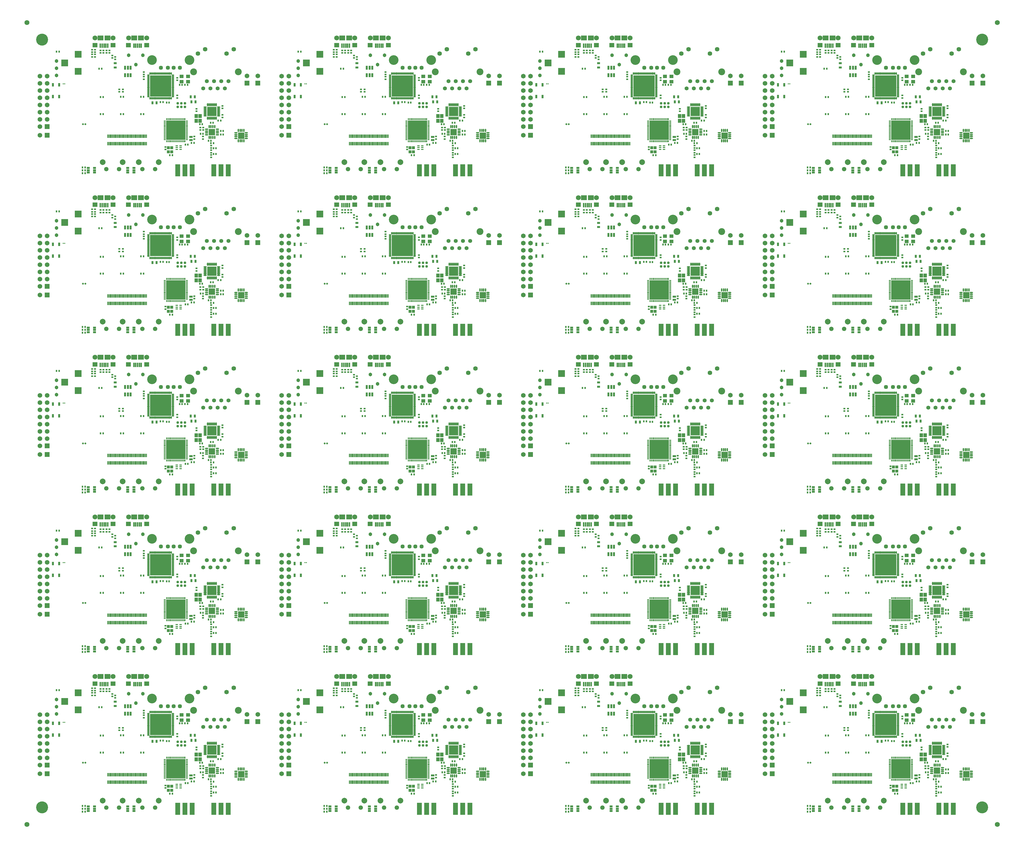
<source format=gts>
G04 Layer_Color=8388736*
%FSLAX24Y24*%
%MOIN*%
G70*
G01*
G75*
%ADD105C,0.0680*%
%ADD106R,0.0296X0.0217*%
%ADD107R,0.0910X0.0910*%
%ADD108O,0.0454X0.0198*%
%ADD109O,0.0198X0.0454*%
%ADD110R,0.1300X0.1300*%
%ADD111O,0.0454X0.0170*%
%ADD112O,0.0170X0.0454*%
%ADD113R,0.0887X0.0887*%
%ADD114O,0.0454X0.0178*%
%ADD115O,0.0178X0.0454*%
%ADD116O,0.0170X0.0355*%
%ADD117O,0.0355X0.0170*%
%ADD118R,0.2934X0.2934*%
%ADD119C,0.0370*%
%ADD120C,0.0178*%
%ADD121R,0.0236X0.0610*%
%ADD122R,0.0395X0.0277*%
%ADD123R,0.0355X0.0178*%
%ADD124R,0.0139X0.0509*%
%ADD125R,0.0658X0.1658*%
%ADD126R,0.0572X0.0473*%
%ADD127R,0.0217X0.0296*%
%ADD128R,0.0454X0.0532*%
%ADD129R,0.0395X0.0434*%
%ADD130R,0.0454X0.0257*%
%ADD131R,0.0316X0.0473*%
%ADD132R,0.0304X0.0540*%
%ADD133R,0.0709X0.0630*%
%ADD134R,0.0827X0.0709*%
%ADD135R,0.0257X0.0414*%
%ADD136R,0.0414X0.0257*%
%ADD137R,0.2658X0.2658*%
%ADD138O,0.0296X0.0158*%
%ADD139O,0.0158X0.0296*%
%ADD140C,0.1655*%
%ADD141C,0.0060*%
%ADD142C,0.0257*%
%ADD143C,0.0513*%
%ADD144C,0.0651*%
%ADD145R,0.0651X0.0651*%
%ADD146C,0.1340*%
%ADD147C,0.0572*%
%ADD148C,0.0690*%
%ADD149C,0.0556*%
%ADD150C,0.0623*%
%ADD151C,0.0946*%
%ADD152R,0.0926X0.0926*%
%ADD153C,0.0788*%
%ADD154C,0.0611*%
%ADD155R,0.0651X0.0651*%
D105*
X10750Y10750D02*
D03*
X145250D02*
D03*
Y122000D02*
D03*
X10750D02*
D03*
D106*
X20200Y29651D02*
D03*
Y29297D02*
D03*
X19800Y29651D02*
D03*
Y29297D02*
D03*
X22600Y28497D02*
D03*
Y28851D02*
D03*
X31600Y25397D02*
D03*
Y25751D02*
D03*
X37850Y20247D02*
D03*
Y20601D02*
D03*
X35150Y17247D02*
D03*
Y17601D02*
D03*
X34800Y18497D02*
D03*
Y18851D02*
D03*
X35200Y18497D02*
D03*
Y18851D02*
D03*
X21350Y29197D02*
D03*
Y29551D02*
D03*
X21800Y29197D02*
D03*
Y29551D02*
D03*
X26950Y25547D02*
D03*
Y25901D02*
D03*
X31600Y23301D02*
D03*
Y22947D02*
D03*
X24050Y23797D02*
D03*
Y24151D02*
D03*
X23550Y23797D02*
D03*
Y24151D02*
D03*
X36300Y15701D02*
D03*
Y15347D02*
D03*
Y16351D02*
D03*
Y15997D02*
D03*
X20200Y29001D02*
D03*
Y28647D02*
D03*
X19800Y29001D02*
D03*
Y28647D02*
D03*
X26950Y26551D02*
D03*
Y26197D02*
D03*
X34250Y21451D02*
D03*
Y21097D02*
D03*
X37850Y21851D02*
D03*
Y21497D02*
D03*
X36300Y14697D02*
D03*
Y15051D02*
D03*
X20950Y29197D02*
D03*
Y29551D02*
D03*
X22200Y29197D02*
D03*
Y29551D02*
D03*
X23000Y28651D02*
D03*
Y28297D02*
D03*
X29950Y16149D02*
D03*
Y15795D02*
D03*
X33950Y17247D02*
D03*
Y17601D02*
D03*
X53700Y29651D02*
D03*
Y29297D02*
D03*
X53300Y29651D02*
D03*
Y29297D02*
D03*
X56100Y28497D02*
D03*
Y28851D02*
D03*
X65100Y25397D02*
D03*
Y25751D02*
D03*
X71350Y20247D02*
D03*
Y20601D02*
D03*
X68650Y17247D02*
D03*
Y17601D02*
D03*
X68300Y18497D02*
D03*
Y18851D02*
D03*
X68700Y18497D02*
D03*
Y18851D02*
D03*
X54850Y29197D02*
D03*
Y29551D02*
D03*
X55300Y29197D02*
D03*
Y29551D02*
D03*
X60450Y25547D02*
D03*
Y25901D02*
D03*
X65100Y23301D02*
D03*
Y22947D02*
D03*
X57550Y23797D02*
D03*
Y24151D02*
D03*
X57050Y23797D02*
D03*
Y24151D02*
D03*
X69800Y15701D02*
D03*
Y15347D02*
D03*
Y16351D02*
D03*
Y15997D02*
D03*
X53700Y29001D02*
D03*
Y28647D02*
D03*
X53300Y29001D02*
D03*
Y28647D02*
D03*
X60450Y26551D02*
D03*
Y26197D02*
D03*
X67750Y21451D02*
D03*
Y21097D02*
D03*
X71350Y21851D02*
D03*
Y21497D02*
D03*
X69800Y14697D02*
D03*
Y15051D02*
D03*
X54450Y29197D02*
D03*
Y29551D02*
D03*
X55700Y29197D02*
D03*
Y29551D02*
D03*
X56500Y28651D02*
D03*
Y28297D02*
D03*
X63450Y16149D02*
D03*
Y15795D02*
D03*
X67450Y17247D02*
D03*
Y17601D02*
D03*
X87200Y29651D02*
D03*
Y29297D02*
D03*
X86800Y29651D02*
D03*
Y29297D02*
D03*
X89600Y28497D02*
D03*
Y28851D02*
D03*
X98600Y25397D02*
D03*
Y25751D02*
D03*
X104850Y20247D02*
D03*
Y20601D02*
D03*
X102150Y17247D02*
D03*
Y17601D02*
D03*
X101800Y18497D02*
D03*
Y18851D02*
D03*
X102200Y18497D02*
D03*
Y18851D02*
D03*
X88350Y29197D02*
D03*
Y29551D02*
D03*
X88800Y29197D02*
D03*
Y29551D02*
D03*
X93950Y25547D02*
D03*
Y25901D02*
D03*
X98600Y23301D02*
D03*
Y22947D02*
D03*
X91050Y23797D02*
D03*
Y24151D02*
D03*
X90550Y23797D02*
D03*
Y24151D02*
D03*
X103300Y15701D02*
D03*
Y15347D02*
D03*
Y16351D02*
D03*
Y15997D02*
D03*
X87200Y29001D02*
D03*
Y28647D02*
D03*
X86800Y29001D02*
D03*
Y28647D02*
D03*
X93950Y26551D02*
D03*
Y26197D02*
D03*
X101250Y21451D02*
D03*
Y21097D02*
D03*
X104850Y21851D02*
D03*
Y21497D02*
D03*
X103300Y14697D02*
D03*
Y15051D02*
D03*
X87950Y29197D02*
D03*
Y29551D02*
D03*
X89200Y29197D02*
D03*
Y29551D02*
D03*
X90000Y28651D02*
D03*
Y28297D02*
D03*
X96950Y16149D02*
D03*
Y15795D02*
D03*
X100950Y17247D02*
D03*
Y17601D02*
D03*
X120700Y29651D02*
D03*
Y29297D02*
D03*
X120300Y29651D02*
D03*
Y29297D02*
D03*
X123100Y28497D02*
D03*
Y28851D02*
D03*
X132100Y25397D02*
D03*
Y25751D02*
D03*
X138350Y20247D02*
D03*
Y20601D02*
D03*
X135650Y17247D02*
D03*
Y17601D02*
D03*
X135300Y18497D02*
D03*
Y18851D02*
D03*
X135700Y18497D02*
D03*
Y18851D02*
D03*
X121850Y29197D02*
D03*
Y29551D02*
D03*
X122300Y29197D02*
D03*
Y29551D02*
D03*
X127450Y25547D02*
D03*
Y25901D02*
D03*
X132100Y23301D02*
D03*
Y22947D02*
D03*
X124550Y23797D02*
D03*
Y24151D02*
D03*
X124050Y23797D02*
D03*
Y24151D02*
D03*
X136800Y15701D02*
D03*
Y15347D02*
D03*
Y16351D02*
D03*
Y15997D02*
D03*
X120700Y29001D02*
D03*
Y28647D02*
D03*
X120300Y29001D02*
D03*
Y28647D02*
D03*
X127450Y26551D02*
D03*
Y26197D02*
D03*
X134750Y21451D02*
D03*
Y21097D02*
D03*
X138350Y21851D02*
D03*
Y21497D02*
D03*
X136800Y14697D02*
D03*
Y15051D02*
D03*
X121450Y29197D02*
D03*
Y29551D02*
D03*
X122700Y29197D02*
D03*
Y29551D02*
D03*
X123500Y28651D02*
D03*
Y28297D02*
D03*
X130450Y16149D02*
D03*
Y15795D02*
D03*
X134450Y17247D02*
D03*
Y17601D02*
D03*
X20200Y51801D02*
D03*
Y51447D02*
D03*
X19800Y51801D02*
D03*
Y51447D02*
D03*
X22600Y50647D02*
D03*
Y51001D02*
D03*
X31600Y47547D02*
D03*
Y47901D02*
D03*
X37850Y42397D02*
D03*
Y42751D02*
D03*
X35150Y39397D02*
D03*
Y39751D02*
D03*
X34800Y40647D02*
D03*
Y41001D02*
D03*
X35200Y40647D02*
D03*
Y41001D02*
D03*
X21350Y51347D02*
D03*
Y51701D02*
D03*
X21800Y51347D02*
D03*
Y51701D02*
D03*
X26950Y47697D02*
D03*
Y48051D02*
D03*
X31600Y45451D02*
D03*
Y45097D02*
D03*
X24050Y45947D02*
D03*
Y46301D02*
D03*
X23550Y45947D02*
D03*
Y46301D02*
D03*
X36300Y37851D02*
D03*
Y37497D02*
D03*
Y38501D02*
D03*
Y38147D02*
D03*
X20200Y51151D02*
D03*
Y50797D02*
D03*
X19800Y51151D02*
D03*
Y50797D02*
D03*
X26950Y48701D02*
D03*
Y48347D02*
D03*
X34250Y43601D02*
D03*
Y43247D02*
D03*
X37850Y44001D02*
D03*
Y43647D02*
D03*
X36300Y36847D02*
D03*
Y37201D02*
D03*
X20950Y51347D02*
D03*
Y51701D02*
D03*
X22200Y51347D02*
D03*
Y51701D02*
D03*
X23000Y50801D02*
D03*
Y50447D02*
D03*
X29950Y38299D02*
D03*
Y37945D02*
D03*
X33950Y39397D02*
D03*
Y39751D02*
D03*
X53700Y51801D02*
D03*
Y51447D02*
D03*
X53300Y51801D02*
D03*
Y51447D02*
D03*
X56100Y50647D02*
D03*
Y51001D02*
D03*
X65100Y47547D02*
D03*
Y47901D02*
D03*
X71350Y42397D02*
D03*
Y42751D02*
D03*
X68650Y39397D02*
D03*
Y39751D02*
D03*
X68300Y40647D02*
D03*
Y41001D02*
D03*
X68700Y40647D02*
D03*
Y41001D02*
D03*
X54850Y51347D02*
D03*
Y51701D02*
D03*
X55300Y51347D02*
D03*
Y51701D02*
D03*
X60450Y47697D02*
D03*
Y48051D02*
D03*
X65100Y45451D02*
D03*
Y45097D02*
D03*
X57550Y45947D02*
D03*
Y46301D02*
D03*
X57050Y45947D02*
D03*
Y46301D02*
D03*
X69800Y37851D02*
D03*
Y37497D02*
D03*
Y38501D02*
D03*
Y38147D02*
D03*
X53700Y51151D02*
D03*
Y50797D02*
D03*
X53300Y51151D02*
D03*
Y50797D02*
D03*
X60450Y48701D02*
D03*
Y48347D02*
D03*
X67750Y43601D02*
D03*
Y43247D02*
D03*
X71350Y44001D02*
D03*
Y43647D02*
D03*
X69800Y36847D02*
D03*
Y37201D02*
D03*
X54450Y51347D02*
D03*
Y51701D02*
D03*
X55700Y51347D02*
D03*
Y51701D02*
D03*
X56500Y50801D02*
D03*
Y50447D02*
D03*
X63450Y38299D02*
D03*
Y37945D02*
D03*
X67450Y39397D02*
D03*
Y39751D02*
D03*
X87200Y51801D02*
D03*
Y51447D02*
D03*
X86800Y51801D02*
D03*
Y51447D02*
D03*
X89600Y50647D02*
D03*
Y51001D02*
D03*
X98600Y47547D02*
D03*
Y47901D02*
D03*
X104850Y42397D02*
D03*
Y42751D02*
D03*
X102150Y39397D02*
D03*
Y39751D02*
D03*
X101800Y40647D02*
D03*
Y41001D02*
D03*
X102200Y40647D02*
D03*
Y41001D02*
D03*
X88350Y51347D02*
D03*
Y51701D02*
D03*
X88800Y51347D02*
D03*
Y51701D02*
D03*
X93950Y47697D02*
D03*
Y48051D02*
D03*
X98600Y45451D02*
D03*
Y45097D02*
D03*
X91050Y45947D02*
D03*
Y46301D02*
D03*
X90550Y45947D02*
D03*
Y46301D02*
D03*
X103300Y37851D02*
D03*
Y37497D02*
D03*
Y38501D02*
D03*
Y38147D02*
D03*
X87200Y51151D02*
D03*
Y50797D02*
D03*
X86800Y51151D02*
D03*
Y50797D02*
D03*
X93950Y48701D02*
D03*
Y48347D02*
D03*
X101250Y43601D02*
D03*
Y43247D02*
D03*
X104850Y44001D02*
D03*
Y43647D02*
D03*
X103300Y36847D02*
D03*
Y37201D02*
D03*
X87950Y51347D02*
D03*
Y51701D02*
D03*
X89200Y51347D02*
D03*
Y51701D02*
D03*
X90000Y50801D02*
D03*
Y50447D02*
D03*
X96950Y38299D02*
D03*
Y37945D02*
D03*
X100950Y39397D02*
D03*
Y39751D02*
D03*
X120700Y51801D02*
D03*
Y51447D02*
D03*
X120300Y51801D02*
D03*
Y51447D02*
D03*
X123100Y50647D02*
D03*
Y51001D02*
D03*
X132100Y47547D02*
D03*
Y47901D02*
D03*
X138350Y42397D02*
D03*
Y42751D02*
D03*
X135650Y39397D02*
D03*
Y39751D02*
D03*
X135300Y40647D02*
D03*
Y41001D02*
D03*
X135700Y40647D02*
D03*
Y41001D02*
D03*
X121850Y51347D02*
D03*
Y51701D02*
D03*
X122300Y51347D02*
D03*
Y51701D02*
D03*
X127450Y47697D02*
D03*
Y48051D02*
D03*
X132100Y45451D02*
D03*
Y45097D02*
D03*
X124550Y45947D02*
D03*
Y46301D02*
D03*
X124050Y45947D02*
D03*
Y46301D02*
D03*
X136800Y37851D02*
D03*
Y37497D02*
D03*
Y38501D02*
D03*
Y38147D02*
D03*
X120700Y51151D02*
D03*
Y50797D02*
D03*
X120300Y51151D02*
D03*
Y50797D02*
D03*
X127450Y48701D02*
D03*
Y48347D02*
D03*
X134750Y43601D02*
D03*
Y43247D02*
D03*
X138350Y44001D02*
D03*
Y43647D02*
D03*
X136800Y36847D02*
D03*
Y37201D02*
D03*
X121450Y51347D02*
D03*
Y51701D02*
D03*
X122700Y51347D02*
D03*
Y51701D02*
D03*
X123500Y50801D02*
D03*
Y50447D02*
D03*
X130450Y38299D02*
D03*
Y37945D02*
D03*
X134450Y39397D02*
D03*
Y39751D02*
D03*
X20200Y73951D02*
D03*
Y73597D02*
D03*
X19800Y73951D02*
D03*
Y73597D02*
D03*
X22600Y72797D02*
D03*
Y73151D02*
D03*
X31600Y69697D02*
D03*
Y70051D02*
D03*
X37850Y64547D02*
D03*
Y64901D02*
D03*
X35150Y61547D02*
D03*
Y61901D02*
D03*
X34800Y62797D02*
D03*
Y63151D02*
D03*
X35200Y62797D02*
D03*
Y63151D02*
D03*
X21350Y73497D02*
D03*
Y73851D02*
D03*
X21800Y73497D02*
D03*
Y73851D02*
D03*
X26950Y69847D02*
D03*
Y70201D02*
D03*
X31600Y67601D02*
D03*
Y67247D02*
D03*
X24050Y68097D02*
D03*
Y68451D02*
D03*
X23550Y68097D02*
D03*
Y68451D02*
D03*
X36300Y60001D02*
D03*
Y59647D02*
D03*
Y60651D02*
D03*
Y60297D02*
D03*
X20200Y73301D02*
D03*
Y72947D02*
D03*
X19800Y73301D02*
D03*
Y72947D02*
D03*
X26950Y70851D02*
D03*
Y70497D02*
D03*
X34250Y65751D02*
D03*
Y65397D02*
D03*
X37850Y66151D02*
D03*
Y65797D02*
D03*
X36300Y58997D02*
D03*
Y59351D02*
D03*
X20950Y73497D02*
D03*
Y73851D02*
D03*
X22200Y73497D02*
D03*
Y73851D02*
D03*
X23000Y72951D02*
D03*
Y72597D02*
D03*
X29950Y60449D02*
D03*
Y60095D02*
D03*
X33950Y61547D02*
D03*
Y61901D02*
D03*
X53700Y73951D02*
D03*
Y73597D02*
D03*
X53300Y73951D02*
D03*
Y73597D02*
D03*
X56100Y72797D02*
D03*
Y73151D02*
D03*
X65100Y69697D02*
D03*
Y70051D02*
D03*
X71350Y64547D02*
D03*
Y64901D02*
D03*
X68650Y61547D02*
D03*
Y61901D02*
D03*
X68300Y62797D02*
D03*
Y63151D02*
D03*
X68700Y62797D02*
D03*
Y63151D02*
D03*
X54850Y73497D02*
D03*
Y73851D02*
D03*
X55300Y73497D02*
D03*
Y73851D02*
D03*
X60450Y69847D02*
D03*
Y70201D02*
D03*
X65100Y67601D02*
D03*
Y67247D02*
D03*
X57550Y68097D02*
D03*
Y68451D02*
D03*
X57050Y68097D02*
D03*
Y68451D02*
D03*
X69800Y60001D02*
D03*
Y59647D02*
D03*
Y60651D02*
D03*
Y60297D02*
D03*
X53700Y73301D02*
D03*
Y72947D02*
D03*
X53300Y73301D02*
D03*
Y72947D02*
D03*
X60450Y70851D02*
D03*
Y70497D02*
D03*
X67750Y65751D02*
D03*
Y65397D02*
D03*
X71350Y66151D02*
D03*
Y65797D02*
D03*
X69800Y58997D02*
D03*
Y59351D02*
D03*
X54450Y73497D02*
D03*
Y73851D02*
D03*
X55700Y73497D02*
D03*
Y73851D02*
D03*
X56500Y72951D02*
D03*
Y72597D02*
D03*
X63450Y60449D02*
D03*
Y60095D02*
D03*
X67450Y61547D02*
D03*
Y61901D02*
D03*
X87200Y73951D02*
D03*
Y73597D02*
D03*
X86800Y73951D02*
D03*
Y73597D02*
D03*
X89600Y72797D02*
D03*
Y73151D02*
D03*
X98600Y69697D02*
D03*
Y70051D02*
D03*
X104850Y64547D02*
D03*
Y64901D02*
D03*
X102150Y61547D02*
D03*
Y61901D02*
D03*
X101800Y62797D02*
D03*
Y63151D02*
D03*
X102200Y62797D02*
D03*
Y63151D02*
D03*
X88350Y73497D02*
D03*
Y73851D02*
D03*
X88800Y73497D02*
D03*
Y73851D02*
D03*
X93950Y69847D02*
D03*
Y70201D02*
D03*
X98600Y67601D02*
D03*
Y67247D02*
D03*
X91050Y68097D02*
D03*
Y68451D02*
D03*
X90550Y68097D02*
D03*
Y68451D02*
D03*
X103300Y60001D02*
D03*
Y59647D02*
D03*
Y60651D02*
D03*
Y60297D02*
D03*
X87200Y73301D02*
D03*
Y72947D02*
D03*
X86800Y73301D02*
D03*
Y72947D02*
D03*
X93950Y70851D02*
D03*
Y70497D02*
D03*
X101250Y65751D02*
D03*
Y65397D02*
D03*
X104850Y66151D02*
D03*
Y65797D02*
D03*
X103300Y58997D02*
D03*
Y59351D02*
D03*
X87950Y73497D02*
D03*
Y73851D02*
D03*
X89200Y73497D02*
D03*
Y73851D02*
D03*
X90000Y72951D02*
D03*
Y72597D02*
D03*
X96950Y60449D02*
D03*
Y60095D02*
D03*
X100950Y61547D02*
D03*
Y61901D02*
D03*
X120700Y73951D02*
D03*
Y73597D02*
D03*
X120300Y73951D02*
D03*
Y73597D02*
D03*
X123100Y72797D02*
D03*
Y73151D02*
D03*
X132100Y69697D02*
D03*
Y70051D02*
D03*
X138350Y64547D02*
D03*
Y64901D02*
D03*
X135650Y61547D02*
D03*
Y61901D02*
D03*
X135300Y62797D02*
D03*
Y63151D02*
D03*
X135700Y62797D02*
D03*
Y63151D02*
D03*
X121850Y73497D02*
D03*
Y73851D02*
D03*
X122300Y73497D02*
D03*
Y73851D02*
D03*
X127450Y69847D02*
D03*
Y70201D02*
D03*
X132100Y67601D02*
D03*
Y67247D02*
D03*
X124550Y68097D02*
D03*
Y68451D02*
D03*
X124050Y68097D02*
D03*
Y68451D02*
D03*
X136800Y60001D02*
D03*
Y59647D02*
D03*
Y60651D02*
D03*
Y60297D02*
D03*
X120700Y73301D02*
D03*
Y72947D02*
D03*
X120300Y73301D02*
D03*
Y72947D02*
D03*
X127450Y70851D02*
D03*
Y70497D02*
D03*
X134750Y65751D02*
D03*
Y65397D02*
D03*
X138350Y66151D02*
D03*
Y65797D02*
D03*
X136800Y58997D02*
D03*
Y59351D02*
D03*
X121450Y73497D02*
D03*
Y73851D02*
D03*
X122700Y73497D02*
D03*
Y73851D02*
D03*
X123500Y72951D02*
D03*
Y72597D02*
D03*
X130450Y60449D02*
D03*
Y60095D02*
D03*
X134450Y61547D02*
D03*
Y61901D02*
D03*
X20200Y96101D02*
D03*
Y95747D02*
D03*
X19800Y96101D02*
D03*
Y95747D02*
D03*
X22600Y94947D02*
D03*
Y95301D02*
D03*
X31600Y91847D02*
D03*
Y92201D02*
D03*
X37850Y86697D02*
D03*
Y87051D02*
D03*
X35150Y83697D02*
D03*
Y84051D02*
D03*
X34800Y84947D02*
D03*
Y85301D02*
D03*
X35200Y84947D02*
D03*
Y85301D02*
D03*
X21350Y95647D02*
D03*
Y96001D02*
D03*
X21800Y95647D02*
D03*
Y96001D02*
D03*
X26950Y91997D02*
D03*
Y92351D02*
D03*
X31600Y89751D02*
D03*
Y89397D02*
D03*
X24050Y90247D02*
D03*
Y90601D02*
D03*
X23550Y90247D02*
D03*
Y90601D02*
D03*
X36300Y82151D02*
D03*
Y81797D02*
D03*
Y82801D02*
D03*
Y82447D02*
D03*
X20200Y95451D02*
D03*
Y95097D02*
D03*
X19800Y95451D02*
D03*
Y95097D02*
D03*
X26950Y93001D02*
D03*
Y92647D02*
D03*
X34250Y87901D02*
D03*
Y87547D02*
D03*
X37850Y88301D02*
D03*
Y87947D02*
D03*
X36300Y81147D02*
D03*
Y81501D02*
D03*
X20950Y95647D02*
D03*
Y96001D02*
D03*
X22200Y95647D02*
D03*
Y96001D02*
D03*
X23000Y95101D02*
D03*
Y94747D02*
D03*
X29950Y82599D02*
D03*
Y82245D02*
D03*
X33950Y83697D02*
D03*
Y84051D02*
D03*
X53700Y96101D02*
D03*
Y95747D02*
D03*
X53300Y96101D02*
D03*
Y95747D02*
D03*
X56100Y94947D02*
D03*
Y95301D02*
D03*
X65100Y91847D02*
D03*
Y92201D02*
D03*
X71350Y86697D02*
D03*
Y87051D02*
D03*
X68650Y83697D02*
D03*
Y84051D02*
D03*
X68300Y84947D02*
D03*
Y85301D02*
D03*
X68700Y84947D02*
D03*
Y85301D02*
D03*
X54850Y95647D02*
D03*
Y96001D02*
D03*
X55300Y95647D02*
D03*
Y96001D02*
D03*
X60450Y91997D02*
D03*
Y92351D02*
D03*
X65100Y89751D02*
D03*
Y89397D02*
D03*
X57550Y90247D02*
D03*
Y90601D02*
D03*
X57050Y90247D02*
D03*
Y90601D02*
D03*
X69800Y82151D02*
D03*
Y81797D02*
D03*
Y82801D02*
D03*
Y82447D02*
D03*
X53700Y95451D02*
D03*
Y95097D02*
D03*
X53300Y95451D02*
D03*
Y95097D02*
D03*
X60450Y93001D02*
D03*
Y92647D02*
D03*
X67750Y87901D02*
D03*
Y87547D02*
D03*
X71350Y88301D02*
D03*
Y87947D02*
D03*
X69800Y81147D02*
D03*
Y81501D02*
D03*
X54450Y95647D02*
D03*
Y96001D02*
D03*
X55700Y95647D02*
D03*
Y96001D02*
D03*
X56500Y95101D02*
D03*
Y94747D02*
D03*
X63450Y82599D02*
D03*
Y82245D02*
D03*
X67450Y83697D02*
D03*
Y84051D02*
D03*
X87200Y96101D02*
D03*
Y95747D02*
D03*
X86800Y96101D02*
D03*
Y95747D02*
D03*
X89600Y94947D02*
D03*
Y95301D02*
D03*
X98600Y91847D02*
D03*
Y92201D02*
D03*
X104850Y86697D02*
D03*
Y87051D02*
D03*
X102150Y83697D02*
D03*
Y84051D02*
D03*
X101800Y84947D02*
D03*
Y85301D02*
D03*
X102200Y84947D02*
D03*
Y85301D02*
D03*
X88350Y95647D02*
D03*
Y96001D02*
D03*
X88800Y95647D02*
D03*
Y96001D02*
D03*
X93950Y91997D02*
D03*
Y92351D02*
D03*
X98600Y89751D02*
D03*
Y89397D02*
D03*
X91050Y90247D02*
D03*
Y90601D02*
D03*
X90550Y90247D02*
D03*
Y90601D02*
D03*
X103300Y82151D02*
D03*
Y81797D02*
D03*
Y82801D02*
D03*
Y82447D02*
D03*
X87200Y95451D02*
D03*
Y95097D02*
D03*
X86800Y95451D02*
D03*
Y95097D02*
D03*
X93950Y93001D02*
D03*
Y92647D02*
D03*
X101250Y87901D02*
D03*
Y87547D02*
D03*
X104850Y88301D02*
D03*
Y87947D02*
D03*
X103300Y81147D02*
D03*
Y81501D02*
D03*
X87950Y95647D02*
D03*
Y96001D02*
D03*
X89200Y95647D02*
D03*
Y96001D02*
D03*
X90000Y95101D02*
D03*
Y94747D02*
D03*
X96950Y82599D02*
D03*
Y82245D02*
D03*
X100950Y83697D02*
D03*
Y84051D02*
D03*
X120700Y96101D02*
D03*
Y95747D02*
D03*
X120300Y96101D02*
D03*
Y95747D02*
D03*
X123100Y94947D02*
D03*
Y95301D02*
D03*
X132100Y91847D02*
D03*
Y92201D02*
D03*
X138350Y86697D02*
D03*
Y87051D02*
D03*
X135650Y83697D02*
D03*
Y84051D02*
D03*
X135300Y84947D02*
D03*
Y85301D02*
D03*
X135700Y84947D02*
D03*
Y85301D02*
D03*
X121850Y95647D02*
D03*
Y96001D02*
D03*
X122300Y95647D02*
D03*
Y96001D02*
D03*
X127450Y91997D02*
D03*
Y92351D02*
D03*
X132100Y89751D02*
D03*
Y89397D02*
D03*
X124550Y90247D02*
D03*
Y90601D02*
D03*
X124050Y90247D02*
D03*
Y90601D02*
D03*
X136800Y82151D02*
D03*
Y81797D02*
D03*
Y82801D02*
D03*
Y82447D02*
D03*
X120700Y95451D02*
D03*
Y95097D02*
D03*
X120300Y95451D02*
D03*
Y95097D02*
D03*
X127450Y93001D02*
D03*
Y92647D02*
D03*
X134750Y87901D02*
D03*
Y87547D02*
D03*
X138350Y88301D02*
D03*
Y87947D02*
D03*
X136800Y81147D02*
D03*
Y81501D02*
D03*
X121450Y95647D02*
D03*
Y96001D02*
D03*
X122700Y95647D02*
D03*
Y96001D02*
D03*
X123500Y95101D02*
D03*
Y94747D02*
D03*
X130450Y82599D02*
D03*
Y82245D02*
D03*
X134450Y83697D02*
D03*
Y84051D02*
D03*
X20200Y118251D02*
D03*
Y117897D02*
D03*
X19800Y118251D02*
D03*
Y117897D02*
D03*
X22600Y117097D02*
D03*
Y117451D02*
D03*
X31600Y113997D02*
D03*
Y114351D02*
D03*
X37850Y108847D02*
D03*
Y109201D02*
D03*
X35150Y105847D02*
D03*
Y106201D02*
D03*
X34800Y107097D02*
D03*
Y107451D02*
D03*
X35200Y107097D02*
D03*
Y107451D02*
D03*
X21350Y117797D02*
D03*
Y118151D02*
D03*
X21800Y117797D02*
D03*
Y118151D02*
D03*
X26950Y114147D02*
D03*
Y114501D02*
D03*
X31600Y111901D02*
D03*
Y111547D02*
D03*
X24050Y112397D02*
D03*
Y112751D02*
D03*
X23550Y112397D02*
D03*
Y112751D02*
D03*
X36300Y104301D02*
D03*
Y103947D02*
D03*
Y104951D02*
D03*
Y104597D02*
D03*
X20200Y117601D02*
D03*
Y117247D02*
D03*
X19800Y117601D02*
D03*
Y117247D02*
D03*
X26950Y115151D02*
D03*
Y114797D02*
D03*
X34250Y110051D02*
D03*
Y109697D02*
D03*
X37850Y110451D02*
D03*
Y110097D02*
D03*
X36300Y103297D02*
D03*
Y103651D02*
D03*
X20950Y117797D02*
D03*
Y118151D02*
D03*
X22200Y117797D02*
D03*
Y118151D02*
D03*
X23000Y117251D02*
D03*
Y116897D02*
D03*
X29950Y104749D02*
D03*
Y104395D02*
D03*
X33950Y105847D02*
D03*
Y106201D02*
D03*
X53700Y118251D02*
D03*
Y117897D02*
D03*
X53300Y118251D02*
D03*
Y117897D02*
D03*
X56100Y117097D02*
D03*
Y117451D02*
D03*
X65100Y113997D02*
D03*
Y114351D02*
D03*
X71350Y108847D02*
D03*
Y109201D02*
D03*
X68650Y105847D02*
D03*
Y106201D02*
D03*
X68300Y107097D02*
D03*
Y107451D02*
D03*
X68700Y107097D02*
D03*
Y107451D02*
D03*
X54850Y117797D02*
D03*
Y118151D02*
D03*
X55300Y117797D02*
D03*
Y118151D02*
D03*
X60450Y114147D02*
D03*
Y114501D02*
D03*
X65100Y111901D02*
D03*
Y111547D02*
D03*
X57550Y112397D02*
D03*
Y112751D02*
D03*
X57050Y112397D02*
D03*
Y112751D02*
D03*
X69800Y104301D02*
D03*
Y103947D02*
D03*
Y104951D02*
D03*
Y104597D02*
D03*
X53700Y117601D02*
D03*
Y117247D02*
D03*
X53300Y117601D02*
D03*
Y117247D02*
D03*
X60450Y115151D02*
D03*
Y114797D02*
D03*
X67750Y110051D02*
D03*
Y109697D02*
D03*
X71350Y110451D02*
D03*
Y110097D02*
D03*
X69800Y103297D02*
D03*
Y103651D02*
D03*
X54450Y117797D02*
D03*
Y118151D02*
D03*
X55700Y117797D02*
D03*
Y118151D02*
D03*
X56500Y117251D02*
D03*
Y116897D02*
D03*
X63450Y104749D02*
D03*
Y104395D02*
D03*
X67450Y105847D02*
D03*
Y106201D02*
D03*
X87200Y118251D02*
D03*
Y117897D02*
D03*
X86800Y118251D02*
D03*
Y117897D02*
D03*
X89600Y117097D02*
D03*
Y117451D02*
D03*
X98600Y113997D02*
D03*
Y114351D02*
D03*
X104850Y108847D02*
D03*
Y109201D02*
D03*
X102150Y105847D02*
D03*
Y106201D02*
D03*
X101800Y107097D02*
D03*
Y107451D02*
D03*
X102200Y107097D02*
D03*
Y107451D02*
D03*
X88350Y117797D02*
D03*
Y118151D02*
D03*
X88800Y117797D02*
D03*
Y118151D02*
D03*
X93950Y114147D02*
D03*
Y114501D02*
D03*
X98600Y111901D02*
D03*
Y111547D02*
D03*
X91050Y112397D02*
D03*
Y112751D02*
D03*
X90550Y112397D02*
D03*
Y112751D02*
D03*
X103300Y104301D02*
D03*
Y103947D02*
D03*
Y104951D02*
D03*
Y104597D02*
D03*
X87200Y117601D02*
D03*
Y117247D02*
D03*
X86800Y117601D02*
D03*
Y117247D02*
D03*
X93950Y115151D02*
D03*
Y114797D02*
D03*
X101250Y110051D02*
D03*
Y109697D02*
D03*
X104850Y110451D02*
D03*
Y110097D02*
D03*
X103300Y103297D02*
D03*
Y103651D02*
D03*
X87950Y117797D02*
D03*
Y118151D02*
D03*
X89200Y117797D02*
D03*
Y118151D02*
D03*
X90000Y117251D02*
D03*
Y116897D02*
D03*
X96950Y104749D02*
D03*
Y104395D02*
D03*
X100950Y105847D02*
D03*
Y106201D02*
D03*
X120700Y118251D02*
D03*
Y117897D02*
D03*
X120300Y118251D02*
D03*
Y117897D02*
D03*
X123100Y117097D02*
D03*
Y117451D02*
D03*
X132100Y113997D02*
D03*
Y114351D02*
D03*
X138350Y108847D02*
D03*
Y109201D02*
D03*
X135650Y105847D02*
D03*
Y106201D02*
D03*
X135300Y107097D02*
D03*
Y107451D02*
D03*
X135700Y107097D02*
D03*
Y107451D02*
D03*
X121850Y117797D02*
D03*
Y118151D02*
D03*
X122300Y117797D02*
D03*
Y118151D02*
D03*
X127450Y114147D02*
D03*
Y114501D02*
D03*
X132100Y111901D02*
D03*
Y111547D02*
D03*
X124550Y112397D02*
D03*
Y112751D02*
D03*
X124050Y112397D02*
D03*
Y112751D02*
D03*
X136800Y104301D02*
D03*
Y103947D02*
D03*
Y104951D02*
D03*
Y104597D02*
D03*
X120700Y117601D02*
D03*
Y117247D02*
D03*
X120300Y117601D02*
D03*
Y117247D02*
D03*
X127450Y115151D02*
D03*
Y114797D02*
D03*
X134750Y110051D02*
D03*
Y109697D02*
D03*
X138350Y110451D02*
D03*
Y110097D02*
D03*
X136800Y103297D02*
D03*
Y103651D02*
D03*
X121450Y117797D02*
D03*
Y118151D02*
D03*
X122700Y117797D02*
D03*
Y118151D02*
D03*
X123500Y117251D02*
D03*
Y116897D02*
D03*
X130450Y104749D02*
D03*
Y104395D02*
D03*
X134450Y105847D02*
D03*
Y106201D02*
D03*
D107*
X36400Y18224D02*
D03*
X69900D02*
D03*
X103400D02*
D03*
X136900D02*
D03*
X36400Y40374D02*
D03*
X69900D02*
D03*
X103400D02*
D03*
X136900D02*
D03*
X36400Y62524D02*
D03*
X69900D02*
D03*
X103400D02*
D03*
X136900D02*
D03*
X36400Y84674D02*
D03*
X69900D02*
D03*
X103400D02*
D03*
X136900D02*
D03*
X36400Y106824D02*
D03*
X69900D02*
D03*
X103400D02*
D03*
X136900D02*
D03*
D108*
X37148Y18608D02*
D03*
Y18352D02*
D03*
Y18096D02*
D03*
Y17840D02*
D03*
X35652D02*
D03*
Y18096D02*
D03*
Y18352D02*
D03*
Y18608D02*
D03*
X70648D02*
D03*
Y18352D02*
D03*
Y18096D02*
D03*
Y17840D02*
D03*
X69152D02*
D03*
Y18096D02*
D03*
Y18352D02*
D03*
Y18608D02*
D03*
X104148D02*
D03*
Y18352D02*
D03*
Y18096D02*
D03*
Y17840D02*
D03*
X102652D02*
D03*
Y18096D02*
D03*
Y18352D02*
D03*
Y18608D02*
D03*
X137648D02*
D03*
Y18352D02*
D03*
Y18096D02*
D03*
Y17840D02*
D03*
X136152D02*
D03*
Y18096D02*
D03*
Y18352D02*
D03*
Y18608D02*
D03*
X37148Y40758D02*
D03*
Y40502D02*
D03*
Y40246D02*
D03*
Y39990D02*
D03*
X35652D02*
D03*
Y40246D02*
D03*
Y40502D02*
D03*
Y40758D02*
D03*
X70648D02*
D03*
Y40502D02*
D03*
Y40246D02*
D03*
Y39990D02*
D03*
X69152D02*
D03*
Y40246D02*
D03*
Y40502D02*
D03*
Y40758D02*
D03*
X104148D02*
D03*
Y40502D02*
D03*
Y40246D02*
D03*
Y39990D02*
D03*
X102652D02*
D03*
Y40246D02*
D03*
Y40502D02*
D03*
Y40758D02*
D03*
X137648D02*
D03*
Y40502D02*
D03*
Y40246D02*
D03*
Y39990D02*
D03*
X136152D02*
D03*
Y40246D02*
D03*
Y40502D02*
D03*
Y40758D02*
D03*
X37148Y62908D02*
D03*
Y62652D02*
D03*
Y62396D02*
D03*
Y62140D02*
D03*
X35652D02*
D03*
Y62396D02*
D03*
Y62652D02*
D03*
Y62908D02*
D03*
X70648D02*
D03*
Y62652D02*
D03*
Y62396D02*
D03*
Y62140D02*
D03*
X69152D02*
D03*
Y62396D02*
D03*
Y62652D02*
D03*
Y62908D02*
D03*
X104148D02*
D03*
Y62652D02*
D03*
Y62396D02*
D03*
Y62140D02*
D03*
X102652D02*
D03*
Y62396D02*
D03*
Y62652D02*
D03*
Y62908D02*
D03*
X137648D02*
D03*
Y62652D02*
D03*
Y62396D02*
D03*
Y62140D02*
D03*
X136152D02*
D03*
Y62396D02*
D03*
Y62652D02*
D03*
Y62908D02*
D03*
X37148Y85058D02*
D03*
Y84802D02*
D03*
Y84546D02*
D03*
Y84290D02*
D03*
X35652D02*
D03*
Y84546D02*
D03*
Y84802D02*
D03*
Y85058D02*
D03*
X70648D02*
D03*
Y84802D02*
D03*
Y84546D02*
D03*
Y84290D02*
D03*
X69152D02*
D03*
Y84546D02*
D03*
Y84802D02*
D03*
Y85058D02*
D03*
X104148D02*
D03*
Y84802D02*
D03*
Y84546D02*
D03*
Y84290D02*
D03*
X102652D02*
D03*
Y84546D02*
D03*
Y84802D02*
D03*
Y85058D02*
D03*
X137648D02*
D03*
Y84802D02*
D03*
Y84546D02*
D03*
Y84290D02*
D03*
X136152D02*
D03*
Y84546D02*
D03*
Y84802D02*
D03*
Y85058D02*
D03*
X37148Y107208D02*
D03*
Y106952D02*
D03*
Y106696D02*
D03*
Y106440D02*
D03*
X35652D02*
D03*
Y106696D02*
D03*
Y106952D02*
D03*
Y107208D02*
D03*
X70648D02*
D03*
Y106952D02*
D03*
Y106696D02*
D03*
Y106440D02*
D03*
X69152D02*
D03*
Y106696D02*
D03*
Y106952D02*
D03*
Y107208D02*
D03*
X104148D02*
D03*
Y106952D02*
D03*
Y106696D02*
D03*
Y106440D02*
D03*
X102652D02*
D03*
Y106696D02*
D03*
Y106952D02*
D03*
Y107208D02*
D03*
X137648D02*
D03*
Y106952D02*
D03*
Y106696D02*
D03*
Y106440D02*
D03*
X136152D02*
D03*
Y106696D02*
D03*
Y106952D02*
D03*
Y107208D02*
D03*
D109*
X36784Y17476D02*
D03*
X36528D02*
D03*
X36272D02*
D03*
X36016D02*
D03*
Y18972D02*
D03*
X36272D02*
D03*
X36528D02*
D03*
X36784D02*
D03*
X70284Y17476D02*
D03*
X70028D02*
D03*
X69772D02*
D03*
X69516D02*
D03*
Y18972D02*
D03*
X69772D02*
D03*
X70028D02*
D03*
X70284D02*
D03*
X103784Y17476D02*
D03*
X103528D02*
D03*
X103272D02*
D03*
X103016D02*
D03*
Y18972D02*
D03*
X103272D02*
D03*
X103528D02*
D03*
X103784D02*
D03*
X137284Y17476D02*
D03*
X137028D02*
D03*
X136772D02*
D03*
X136516D02*
D03*
Y18972D02*
D03*
X136772D02*
D03*
X137028D02*
D03*
X137284D02*
D03*
X36784Y39626D02*
D03*
X36528D02*
D03*
X36272D02*
D03*
X36016D02*
D03*
Y41122D02*
D03*
X36272D02*
D03*
X36528D02*
D03*
X36784D02*
D03*
X70284Y39626D02*
D03*
X70028D02*
D03*
X69772D02*
D03*
X69516D02*
D03*
Y41122D02*
D03*
X69772D02*
D03*
X70028D02*
D03*
X70284D02*
D03*
X103784Y39626D02*
D03*
X103528D02*
D03*
X103272D02*
D03*
X103016D02*
D03*
Y41122D02*
D03*
X103272D02*
D03*
X103528D02*
D03*
X103784D02*
D03*
X137284Y39626D02*
D03*
X137028D02*
D03*
X136772D02*
D03*
X136516D02*
D03*
Y41122D02*
D03*
X136772D02*
D03*
X137028D02*
D03*
X137284D02*
D03*
X36784Y61776D02*
D03*
X36528D02*
D03*
X36272D02*
D03*
X36016D02*
D03*
Y63272D02*
D03*
X36272D02*
D03*
X36528D02*
D03*
X36784D02*
D03*
X70284Y61776D02*
D03*
X70028D02*
D03*
X69772D02*
D03*
X69516D02*
D03*
Y63272D02*
D03*
X69772D02*
D03*
X70028D02*
D03*
X70284D02*
D03*
X103784Y61776D02*
D03*
X103528D02*
D03*
X103272D02*
D03*
X103016D02*
D03*
Y63272D02*
D03*
X103272D02*
D03*
X103528D02*
D03*
X103784D02*
D03*
X137284Y61776D02*
D03*
X137028D02*
D03*
X136772D02*
D03*
X136516D02*
D03*
Y63272D02*
D03*
X136772D02*
D03*
X137028D02*
D03*
X137284D02*
D03*
X36784Y83926D02*
D03*
X36528D02*
D03*
X36272D02*
D03*
X36016D02*
D03*
Y85422D02*
D03*
X36272D02*
D03*
X36528D02*
D03*
X36784D02*
D03*
X70284Y83926D02*
D03*
X70028D02*
D03*
X69772D02*
D03*
X69516D02*
D03*
Y85422D02*
D03*
X69772D02*
D03*
X70028D02*
D03*
X70284D02*
D03*
X103784Y83926D02*
D03*
X103528D02*
D03*
X103272D02*
D03*
X103016D02*
D03*
Y85422D02*
D03*
X103272D02*
D03*
X103528D02*
D03*
X103784D02*
D03*
X137284Y83926D02*
D03*
X137028D02*
D03*
X136772D02*
D03*
X136516D02*
D03*
Y85422D02*
D03*
X136772D02*
D03*
X137028D02*
D03*
X137284D02*
D03*
X36784Y106076D02*
D03*
X36528D02*
D03*
X36272D02*
D03*
X36016D02*
D03*
Y107572D02*
D03*
X36272D02*
D03*
X36528D02*
D03*
X36784D02*
D03*
X70284Y106076D02*
D03*
X70028D02*
D03*
X69772D02*
D03*
X69516D02*
D03*
Y107572D02*
D03*
X69772D02*
D03*
X70028D02*
D03*
X70284D02*
D03*
X103784Y106076D02*
D03*
X103528D02*
D03*
X103272D02*
D03*
X103016D02*
D03*
Y107572D02*
D03*
X103272D02*
D03*
X103528D02*
D03*
X103784D02*
D03*
X137284Y106076D02*
D03*
X137028D02*
D03*
X136772D02*
D03*
X136516D02*
D03*
Y107572D02*
D03*
X136772D02*
D03*
X137028D02*
D03*
X137284D02*
D03*
D110*
X36400Y21074D02*
D03*
X69900D02*
D03*
X103400D02*
D03*
X136900D02*
D03*
X36400Y43224D02*
D03*
X69900D02*
D03*
X103400D02*
D03*
X136900D02*
D03*
X36400Y65374D02*
D03*
X69900D02*
D03*
X103400D02*
D03*
X136900D02*
D03*
X36400Y87524D02*
D03*
X69900D02*
D03*
X103400D02*
D03*
X136900D02*
D03*
X36400Y109674D02*
D03*
X69900D02*
D03*
X103400D02*
D03*
X136900D02*
D03*
D111*
X37345Y21665D02*
D03*
Y21468D02*
D03*
Y21271D02*
D03*
Y21074D02*
D03*
Y20877D02*
D03*
Y20680D02*
D03*
Y20483D02*
D03*
X35455D02*
D03*
Y20680D02*
D03*
Y20877D02*
D03*
Y21074D02*
D03*
Y21271D02*
D03*
Y21468D02*
D03*
Y21665D02*
D03*
X70845D02*
D03*
Y21468D02*
D03*
Y21271D02*
D03*
Y21074D02*
D03*
Y20877D02*
D03*
Y20680D02*
D03*
Y20483D02*
D03*
X68955D02*
D03*
Y20680D02*
D03*
Y20877D02*
D03*
Y21074D02*
D03*
Y21271D02*
D03*
Y21468D02*
D03*
Y21665D02*
D03*
X104345D02*
D03*
Y21468D02*
D03*
Y21271D02*
D03*
Y21074D02*
D03*
Y20877D02*
D03*
Y20680D02*
D03*
Y20483D02*
D03*
X102455D02*
D03*
Y20680D02*
D03*
Y20877D02*
D03*
Y21074D02*
D03*
Y21271D02*
D03*
Y21468D02*
D03*
Y21665D02*
D03*
X137845D02*
D03*
Y21468D02*
D03*
Y21271D02*
D03*
Y21074D02*
D03*
Y20877D02*
D03*
Y20680D02*
D03*
Y20483D02*
D03*
X135955D02*
D03*
Y20680D02*
D03*
Y20877D02*
D03*
Y21074D02*
D03*
Y21271D02*
D03*
Y21468D02*
D03*
Y21665D02*
D03*
X37345Y43815D02*
D03*
Y43618D02*
D03*
Y43421D02*
D03*
Y43224D02*
D03*
Y43027D02*
D03*
Y42830D02*
D03*
Y42633D02*
D03*
X35455D02*
D03*
Y42830D02*
D03*
Y43027D02*
D03*
Y43224D02*
D03*
Y43421D02*
D03*
Y43618D02*
D03*
Y43815D02*
D03*
X70845D02*
D03*
Y43618D02*
D03*
Y43421D02*
D03*
Y43224D02*
D03*
Y43027D02*
D03*
Y42830D02*
D03*
Y42633D02*
D03*
X68955D02*
D03*
Y42830D02*
D03*
Y43027D02*
D03*
Y43224D02*
D03*
Y43421D02*
D03*
Y43618D02*
D03*
Y43815D02*
D03*
X104345D02*
D03*
Y43618D02*
D03*
Y43421D02*
D03*
Y43224D02*
D03*
Y43027D02*
D03*
Y42830D02*
D03*
Y42633D02*
D03*
X102455D02*
D03*
Y42830D02*
D03*
Y43027D02*
D03*
Y43224D02*
D03*
Y43421D02*
D03*
Y43618D02*
D03*
Y43815D02*
D03*
X137845D02*
D03*
Y43618D02*
D03*
Y43421D02*
D03*
Y43224D02*
D03*
Y43027D02*
D03*
Y42830D02*
D03*
Y42633D02*
D03*
X135955D02*
D03*
Y42830D02*
D03*
Y43027D02*
D03*
Y43224D02*
D03*
Y43421D02*
D03*
Y43618D02*
D03*
Y43815D02*
D03*
X37345Y65965D02*
D03*
Y65768D02*
D03*
Y65571D02*
D03*
Y65374D02*
D03*
Y65177D02*
D03*
Y64980D02*
D03*
Y64783D02*
D03*
X35455D02*
D03*
Y64980D02*
D03*
Y65177D02*
D03*
Y65374D02*
D03*
Y65571D02*
D03*
Y65768D02*
D03*
Y65965D02*
D03*
X70845D02*
D03*
Y65768D02*
D03*
Y65571D02*
D03*
Y65374D02*
D03*
Y65177D02*
D03*
Y64980D02*
D03*
Y64783D02*
D03*
X68955D02*
D03*
Y64980D02*
D03*
Y65177D02*
D03*
Y65374D02*
D03*
Y65571D02*
D03*
Y65768D02*
D03*
Y65965D02*
D03*
X104345D02*
D03*
Y65768D02*
D03*
Y65571D02*
D03*
Y65374D02*
D03*
Y65177D02*
D03*
Y64980D02*
D03*
Y64783D02*
D03*
X102455D02*
D03*
Y64980D02*
D03*
Y65177D02*
D03*
Y65374D02*
D03*
Y65571D02*
D03*
Y65768D02*
D03*
Y65965D02*
D03*
X137845D02*
D03*
Y65768D02*
D03*
Y65571D02*
D03*
Y65374D02*
D03*
Y65177D02*
D03*
Y64980D02*
D03*
Y64783D02*
D03*
X135955D02*
D03*
Y64980D02*
D03*
Y65177D02*
D03*
Y65374D02*
D03*
Y65571D02*
D03*
Y65768D02*
D03*
Y65965D02*
D03*
X37345Y88115D02*
D03*
Y87918D02*
D03*
Y87721D02*
D03*
Y87524D02*
D03*
Y87327D02*
D03*
Y87130D02*
D03*
Y86933D02*
D03*
X35455D02*
D03*
Y87130D02*
D03*
Y87327D02*
D03*
Y87524D02*
D03*
Y87721D02*
D03*
Y87918D02*
D03*
Y88115D02*
D03*
X70845D02*
D03*
Y87918D02*
D03*
Y87721D02*
D03*
Y87524D02*
D03*
Y87327D02*
D03*
Y87130D02*
D03*
Y86933D02*
D03*
X68955D02*
D03*
Y87130D02*
D03*
Y87327D02*
D03*
Y87524D02*
D03*
Y87721D02*
D03*
Y87918D02*
D03*
Y88115D02*
D03*
X104345D02*
D03*
Y87918D02*
D03*
Y87721D02*
D03*
Y87524D02*
D03*
Y87327D02*
D03*
Y87130D02*
D03*
Y86933D02*
D03*
X102455D02*
D03*
Y87130D02*
D03*
Y87327D02*
D03*
Y87524D02*
D03*
Y87721D02*
D03*
Y87918D02*
D03*
Y88115D02*
D03*
X137845D02*
D03*
Y87918D02*
D03*
Y87721D02*
D03*
Y87524D02*
D03*
Y87327D02*
D03*
Y87130D02*
D03*
Y86933D02*
D03*
X135955D02*
D03*
Y87130D02*
D03*
Y87327D02*
D03*
Y87524D02*
D03*
Y87721D02*
D03*
Y87918D02*
D03*
Y88115D02*
D03*
X37345Y110265D02*
D03*
Y110068D02*
D03*
Y109871D02*
D03*
Y109674D02*
D03*
Y109477D02*
D03*
Y109280D02*
D03*
Y109083D02*
D03*
X35455D02*
D03*
Y109280D02*
D03*
Y109477D02*
D03*
Y109674D02*
D03*
Y109871D02*
D03*
Y110068D02*
D03*
Y110265D02*
D03*
X70845D02*
D03*
Y110068D02*
D03*
Y109871D02*
D03*
Y109674D02*
D03*
Y109477D02*
D03*
Y109280D02*
D03*
Y109083D02*
D03*
X68955D02*
D03*
Y109280D02*
D03*
Y109477D02*
D03*
Y109674D02*
D03*
Y109871D02*
D03*
Y110068D02*
D03*
Y110265D02*
D03*
X104345D02*
D03*
Y110068D02*
D03*
Y109871D02*
D03*
Y109674D02*
D03*
Y109477D02*
D03*
Y109280D02*
D03*
Y109083D02*
D03*
X102455D02*
D03*
Y109280D02*
D03*
Y109477D02*
D03*
Y109674D02*
D03*
Y109871D02*
D03*
Y110068D02*
D03*
Y110265D02*
D03*
X137845D02*
D03*
Y110068D02*
D03*
Y109871D02*
D03*
Y109674D02*
D03*
Y109477D02*
D03*
Y109280D02*
D03*
Y109083D02*
D03*
X135955D02*
D03*
Y109280D02*
D03*
Y109477D02*
D03*
Y109674D02*
D03*
Y109871D02*
D03*
Y110068D02*
D03*
Y110265D02*
D03*
D112*
X36991Y20129D02*
D03*
X36794D02*
D03*
X36597D02*
D03*
X36400D02*
D03*
X36203D02*
D03*
X36006D02*
D03*
X35809D02*
D03*
Y22019D02*
D03*
X36006D02*
D03*
X36203D02*
D03*
X36400D02*
D03*
X36597D02*
D03*
X36794D02*
D03*
X36991D02*
D03*
X70491Y20129D02*
D03*
X70294D02*
D03*
X70097D02*
D03*
X69900D02*
D03*
X69703D02*
D03*
X69506D02*
D03*
X69309D02*
D03*
Y22019D02*
D03*
X69506D02*
D03*
X69703D02*
D03*
X69900D02*
D03*
X70097D02*
D03*
X70294D02*
D03*
X70491D02*
D03*
X103991Y20129D02*
D03*
X103794D02*
D03*
X103597D02*
D03*
X103400D02*
D03*
X103203D02*
D03*
X103006D02*
D03*
X102809D02*
D03*
Y22019D02*
D03*
X103006D02*
D03*
X103203D02*
D03*
X103400D02*
D03*
X103597D02*
D03*
X103794D02*
D03*
X103991D02*
D03*
X137491Y20129D02*
D03*
X137294D02*
D03*
X137097D02*
D03*
X136900D02*
D03*
X136703D02*
D03*
X136506D02*
D03*
X136309D02*
D03*
Y22019D02*
D03*
X136506D02*
D03*
X136703D02*
D03*
X136900D02*
D03*
X137097D02*
D03*
X137294D02*
D03*
X137491D02*
D03*
X36991Y42279D02*
D03*
X36794D02*
D03*
X36597D02*
D03*
X36400D02*
D03*
X36203D02*
D03*
X36006D02*
D03*
X35809D02*
D03*
Y44169D02*
D03*
X36006D02*
D03*
X36203D02*
D03*
X36400D02*
D03*
X36597D02*
D03*
X36794D02*
D03*
X36991D02*
D03*
X70491Y42279D02*
D03*
X70294D02*
D03*
X70097D02*
D03*
X69900D02*
D03*
X69703D02*
D03*
X69506D02*
D03*
X69309D02*
D03*
Y44169D02*
D03*
X69506D02*
D03*
X69703D02*
D03*
X69900D02*
D03*
X70097D02*
D03*
X70294D02*
D03*
X70491D02*
D03*
X103991Y42279D02*
D03*
X103794D02*
D03*
X103597D02*
D03*
X103400D02*
D03*
X103203D02*
D03*
X103006D02*
D03*
X102809D02*
D03*
Y44169D02*
D03*
X103006D02*
D03*
X103203D02*
D03*
X103400D02*
D03*
X103597D02*
D03*
X103794D02*
D03*
X103991D02*
D03*
X137491Y42279D02*
D03*
X137294D02*
D03*
X137097D02*
D03*
X136900D02*
D03*
X136703D02*
D03*
X136506D02*
D03*
X136309D02*
D03*
Y44169D02*
D03*
X136506D02*
D03*
X136703D02*
D03*
X136900D02*
D03*
X137097D02*
D03*
X137294D02*
D03*
X137491D02*
D03*
X36991Y64429D02*
D03*
X36794D02*
D03*
X36597D02*
D03*
X36400D02*
D03*
X36203D02*
D03*
X36006D02*
D03*
X35809D02*
D03*
Y66319D02*
D03*
X36006D02*
D03*
X36203D02*
D03*
X36400D02*
D03*
X36597D02*
D03*
X36794D02*
D03*
X36991D02*
D03*
X70491Y64429D02*
D03*
X70294D02*
D03*
X70097D02*
D03*
X69900D02*
D03*
X69703D02*
D03*
X69506D02*
D03*
X69309D02*
D03*
Y66319D02*
D03*
X69506D02*
D03*
X69703D02*
D03*
X69900D02*
D03*
X70097D02*
D03*
X70294D02*
D03*
X70491D02*
D03*
X103991Y64429D02*
D03*
X103794D02*
D03*
X103597D02*
D03*
X103400D02*
D03*
X103203D02*
D03*
X103006D02*
D03*
X102809D02*
D03*
Y66319D02*
D03*
X103006D02*
D03*
X103203D02*
D03*
X103400D02*
D03*
X103597D02*
D03*
X103794D02*
D03*
X103991D02*
D03*
X137491Y64429D02*
D03*
X137294D02*
D03*
X137097D02*
D03*
X136900D02*
D03*
X136703D02*
D03*
X136506D02*
D03*
X136309D02*
D03*
Y66319D02*
D03*
X136506D02*
D03*
X136703D02*
D03*
X136900D02*
D03*
X137097D02*
D03*
X137294D02*
D03*
X137491D02*
D03*
X36991Y86579D02*
D03*
X36794D02*
D03*
X36597D02*
D03*
X36400D02*
D03*
X36203D02*
D03*
X36006D02*
D03*
X35809D02*
D03*
Y88469D02*
D03*
X36006D02*
D03*
X36203D02*
D03*
X36400D02*
D03*
X36597D02*
D03*
X36794D02*
D03*
X36991D02*
D03*
X70491Y86579D02*
D03*
X70294D02*
D03*
X70097D02*
D03*
X69900D02*
D03*
X69703D02*
D03*
X69506D02*
D03*
X69309D02*
D03*
Y88469D02*
D03*
X69506D02*
D03*
X69703D02*
D03*
X69900D02*
D03*
X70097D02*
D03*
X70294D02*
D03*
X70491D02*
D03*
X103991Y86579D02*
D03*
X103794D02*
D03*
X103597D02*
D03*
X103400D02*
D03*
X103203D02*
D03*
X103006D02*
D03*
X102809D02*
D03*
Y88469D02*
D03*
X103006D02*
D03*
X103203D02*
D03*
X103400D02*
D03*
X103597D02*
D03*
X103794D02*
D03*
X103991D02*
D03*
X137491Y86579D02*
D03*
X137294D02*
D03*
X137097D02*
D03*
X136900D02*
D03*
X136703D02*
D03*
X136506D02*
D03*
X136309D02*
D03*
Y88469D02*
D03*
X136506D02*
D03*
X136703D02*
D03*
X136900D02*
D03*
X137097D02*
D03*
X137294D02*
D03*
X137491D02*
D03*
X36991Y108729D02*
D03*
X36794D02*
D03*
X36597D02*
D03*
X36400D02*
D03*
X36203D02*
D03*
X36006D02*
D03*
X35809D02*
D03*
Y110619D02*
D03*
X36006D02*
D03*
X36203D02*
D03*
X36400D02*
D03*
X36597D02*
D03*
X36794D02*
D03*
X36991D02*
D03*
X70491Y108729D02*
D03*
X70294D02*
D03*
X70097D02*
D03*
X69900D02*
D03*
X69703D02*
D03*
X69506D02*
D03*
X69309D02*
D03*
Y110619D02*
D03*
X69506D02*
D03*
X69703D02*
D03*
X69900D02*
D03*
X70097D02*
D03*
X70294D02*
D03*
X70491D02*
D03*
X103991Y108729D02*
D03*
X103794D02*
D03*
X103597D02*
D03*
X103400D02*
D03*
X103203D02*
D03*
X103006D02*
D03*
X102809D02*
D03*
Y110619D02*
D03*
X103006D02*
D03*
X103203D02*
D03*
X103400D02*
D03*
X103597D02*
D03*
X103794D02*
D03*
X103991D02*
D03*
X137491Y108729D02*
D03*
X137294D02*
D03*
X137097D02*
D03*
X136900D02*
D03*
X136703D02*
D03*
X136506D02*
D03*
X136309D02*
D03*
Y110619D02*
D03*
X136506D02*
D03*
X136703D02*
D03*
X136900D02*
D03*
X137097D02*
D03*
X137294D02*
D03*
X137491D02*
D03*
D113*
X40450Y17724D02*
D03*
X73950D02*
D03*
X107450D02*
D03*
X140950D02*
D03*
X40450Y39874D02*
D03*
X73950D02*
D03*
X107450D02*
D03*
X140950D02*
D03*
X40450Y62024D02*
D03*
X73950D02*
D03*
X107450D02*
D03*
X140950D02*
D03*
X40450Y84174D02*
D03*
X73950D02*
D03*
X107450D02*
D03*
X140950D02*
D03*
X40450Y106324D02*
D03*
X73950D02*
D03*
X107450D02*
D03*
X140950D02*
D03*
D114*
X39722Y17340D02*
D03*
Y17596D02*
D03*
Y17852D02*
D03*
Y18108D02*
D03*
X41178D02*
D03*
Y17852D02*
D03*
Y17596D02*
D03*
Y17340D02*
D03*
X73222D02*
D03*
Y17596D02*
D03*
Y17852D02*
D03*
Y18108D02*
D03*
X74678D02*
D03*
Y17852D02*
D03*
Y17596D02*
D03*
Y17340D02*
D03*
X106722D02*
D03*
Y17596D02*
D03*
Y17852D02*
D03*
Y18108D02*
D03*
X108178D02*
D03*
Y17852D02*
D03*
Y17596D02*
D03*
Y17340D02*
D03*
X140222D02*
D03*
Y17596D02*
D03*
Y17852D02*
D03*
Y18108D02*
D03*
X141678D02*
D03*
Y17852D02*
D03*
Y17596D02*
D03*
Y17340D02*
D03*
X39722Y39490D02*
D03*
Y39746D02*
D03*
Y40002D02*
D03*
Y40258D02*
D03*
X41178D02*
D03*
Y40002D02*
D03*
Y39746D02*
D03*
Y39490D02*
D03*
X73222D02*
D03*
Y39746D02*
D03*
Y40002D02*
D03*
Y40258D02*
D03*
X74678D02*
D03*
Y40002D02*
D03*
Y39746D02*
D03*
Y39490D02*
D03*
X106722D02*
D03*
Y39746D02*
D03*
Y40002D02*
D03*
Y40258D02*
D03*
X108178D02*
D03*
Y40002D02*
D03*
Y39746D02*
D03*
Y39490D02*
D03*
X140222D02*
D03*
Y39746D02*
D03*
Y40002D02*
D03*
Y40258D02*
D03*
X141678D02*
D03*
Y40002D02*
D03*
Y39746D02*
D03*
Y39490D02*
D03*
X39722Y61640D02*
D03*
Y61896D02*
D03*
Y62152D02*
D03*
Y62408D02*
D03*
X41178D02*
D03*
Y62152D02*
D03*
Y61896D02*
D03*
Y61640D02*
D03*
X73222D02*
D03*
Y61896D02*
D03*
Y62152D02*
D03*
Y62408D02*
D03*
X74678D02*
D03*
Y62152D02*
D03*
Y61896D02*
D03*
Y61640D02*
D03*
X106722D02*
D03*
Y61896D02*
D03*
Y62152D02*
D03*
Y62408D02*
D03*
X108178D02*
D03*
Y62152D02*
D03*
Y61896D02*
D03*
Y61640D02*
D03*
X140222D02*
D03*
Y61896D02*
D03*
Y62152D02*
D03*
Y62408D02*
D03*
X141678D02*
D03*
Y62152D02*
D03*
Y61896D02*
D03*
Y61640D02*
D03*
X39722Y83790D02*
D03*
Y84046D02*
D03*
Y84302D02*
D03*
Y84558D02*
D03*
X41178D02*
D03*
Y84302D02*
D03*
Y84046D02*
D03*
Y83790D02*
D03*
X73222D02*
D03*
Y84046D02*
D03*
Y84302D02*
D03*
Y84558D02*
D03*
X74678D02*
D03*
Y84302D02*
D03*
Y84046D02*
D03*
Y83790D02*
D03*
X106722D02*
D03*
Y84046D02*
D03*
Y84302D02*
D03*
Y84558D02*
D03*
X108178D02*
D03*
Y84302D02*
D03*
Y84046D02*
D03*
Y83790D02*
D03*
X140222D02*
D03*
Y84046D02*
D03*
Y84302D02*
D03*
Y84558D02*
D03*
X141678D02*
D03*
Y84302D02*
D03*
Y84046D02*
D03*
Y83790D02*
D03*
X39722Y105940D02*
D03*
Y106196D02*
D03*
Y106452D02*
D03*
Y106708D02*
D03*
X41178D02*
D03*
Y106452D02*
D03*
Y106196D02*
D03*
Y105940D02*
D03*
X73222D02*
D03*
Y106196D02*
D03*
Y106452D02*
D03*
Y106708D02*
D03*
X74678D02*
D03*
Y106452D02*
D03*
Y106196D02*
D03*
Y105940D02*
D03*
X106722D02*
D03*
Y106196D02*
D03*
Y106452D02*
D03*
Y106708D02*
D03*
X108178D02*
D03*
Y106452D02*
D03*
Y106196D02*
D03*
Y105940D02*
D03*
X140222D02*
D03*
Y106196D02*
D03*
Y106452D02*
D03*
Y106708D02*
D03*
X141678D02*
D03*
Y106452D02*
D03*
Y106196D02*
D03*
Y105940D02*
D03*
D115*
X40066Y18452D02*
D03*
X40322D02*
D03*
X40578D02*
D03*
X40834D02*
D03*
Y16996D02*
D03*
X40578D02*
D03*
X40322D02*
D03*
X40066D02*
D03*
X73566Y18452D02*
D03*
X73822D02*
D03*
X74078D02*
D03*
X74334D02*
D03*
Y16996D02*
D03*
X74078D02*
D03*
X73822D02*
D03*
X73566D02*
D03*
X107066Y18452D02*
D03*
X107322D02*
D03*
X107578D02*
D03*
X107834D02*
D03*
Y16996D02*
D03*
X107578D02*
D03*
X107322D02*
D03*
X107066D02*
D03*
X140566Y18452D02*
D03*
X140822D02*
D03*
X141078D02*
D03*
X141334D02*
D03*
Y16996D02*
D03*
X141078D02*
D03*
X140822D02*
D03*
X140566D02*
D03*
X40066Y40602D02*
D03*
X40322D02*
D03*
X40578D02*
D03*
X40834D02*
D03*
Y39146D02*
D03*
X40578D02*
D03*
X40322D02*
D03*
X40066D02*
D03*
X73566Y40602D02*
D03*
X73822D02*
D03*
X74078D02*
D03*
X74334D02*
D03*
Y39146D02*
D03*
X74078D02*
D03*
X73822D02*
D03*
X73566D02*
D03*
X107066Y40602D02*
D03*
X107322D02*
D03*
X107578D02*
D03*
X107834D02*
D03*
Y39146D02*
D03*
X107578D02*
D03*
X107322D02*
D03*
X107066D02*
D03*
X140566Y40602D02*
D03*
X140822D02*
D03*
X141078D02*
D03*
X141334D02*
D03*
Y39146D02*
D03*
X141078D02*
D03*
X140822D02*
D03*
X140566D02*
D03*
X40066Y62752D02*
D03*
X40322D02*
D03*
X40578D02*
D03*
X40834D02*
D03*
Y61296D02*
D03*
X40578D02*
D03*
X40322D02*
D03*
X40066D02*
D03*
X73566Y62752D02*
D03*
X73822D02*
D03*
X74078D02*
D03*
X74334D02*
D03*
Y61296D02*
D03*
X74078D02*
D03*
X73822D02*
D03*
X73566D02*
D03*
X107066Y62752D02*
D03*
X107322D02*
D03*
X107578D02*
D03*
X107834D02*
D03*
Y61296D02*
D03*
X107578D02*
D03*
X107322D02*
D03*
X107066D02*
D03*
X140566Y62752D02*
D03*
X140822D02*
D03*
X141078D02*
D03*
X141334D02*
D03*
Y61296D02*
D03*
X141078D02*
D03*
X140822D02*
D03*
X140566D02*
D03*
X40066Y84902D02*
D03*
X40322D02*
D03*
X40578D02*
D03*
X40834D02*
D03*
Y83446D02*
D03*
X40578D02*
D03*
X40322D02*
D03*
X40066D02*
D03*
X73566Y84902D02*
D03*
X73822D02*
D03*
X74078D02*
D03*
X74334D02*
D03*
Y83446D02*
D03*
X74078D02*
D03*
X73822D02*
D03*
X73566D02*
D03*
X107066Y84902D02*
D03*
X107322D02*
D03*
X107578D02*
D03*
X107834D02*
D03*
Y83446D02*
D03*
X107578D02*
D03*
X107322D02*
D03*
X107066D02*
D03*
X140566Y84902D02*
D03*
X140822D02*
D03*
X141078D02*
D03*
X141334D02*
D03*
Y83446D02*
D03*
X141078D02*
D03*
X140822D02*
D03*
X140566D02*
D03*
X40066Y107052D02*
D03*
X40322D02*
D03*
X40578D02*
D03*
X40834D02*
D03*
Y105596D02*
D03*
X40578D02*
D03*
X40322D02*
D03*
X40066D02*
D03*
X73566Y107052D02*
D03*
X73822D02*
D03*
X74078D02*
D03*
X74334D02*
D03*
Y105596D02*
D03*
X74078D02*
D03*
X73822D02*
D03*
X73566D02*
D03*
X107066Y107052D02*
D03*
X107322D02*
D03*
X107578D02*
D03*
X107834D02*
D03*
Y105596D02*
D03*
X107578D02*
D03*
X107322D02*
D03*
X107066D02*
D03*
X140566Y107052D02*
D03*
X140822D02*
D03*
X141078D02*
D03*
X141334D02*
D03*
Y105596D02*
D03*
X141078D02*
D03*
X140822D02*
D03*
X140566D02*
D03*
D116*
X30776Y26337D02*
D03*
X30580D02*
D03*
X30383D02*
D03*
X30186D02*
D03*
X29989D02*
D03*
X29792D02*
D03*
X29595D02*
D03*
X29398D02*
D03*
X29202D02*
D03*
X29005D02*
D03*
X28808D02*
D03*
X28611D02*
D03*
X28414D02*
D03*
X28217D02*
D03*
X28020D02*
D03*
X27824D02*
D03*
Y22911D02*
D03*
X28020D02*
D03*
X28217D02*
D03*
X28414D02*
D03*
X28611D02*
D03*
X28808D02*
D03*
X29005D02*
D03*
X29202D02*
D03*
X29398D02*
D03*
X29595D02*
D03*
X29792D02*
D03*
X29989D02*
D03*
X30186D02*
D03*
X30383D02*
D03*
X30580D02*
D03*
X30776D02*
D03*
X64276Y26337D02*
D03*
X64080D02*
D03*
X63883D02*
D03*
X63686D02*
D03*
X63489D02*
D03*
X63292D02*
D03*
X63095D02*
D03*
X62898D02*
D03*
X62702D02*
D03*
X62505D02*
D03*
X62308D02*
D03*
X62111D02*
D03*
X61914D02*
D03*
X61717D02*
D03*
X61520D02*
D03*
X61324D02*
D03*
Y22911D02*
D03*
X61520D02*
D03*
X61717D02*
D03*
X61914D02*
D03*
X62111D02*
D03*
X62308D02*
D03*
X62505D02*
D03*
X62702D02*
D03*
X62898D02*
D03*
X63095D02*
D03*
X63292D02*
D03*
X63489D02*
D03*
X63686D02*
D03*
X63883D02*
D03*
X64080D02*
D03*
X64276D02*
D03*
X97776Y26337D02*
D03*
X97580D02*
D03*
X97383D02*
D03*
X97186D02*
D03*
X96989D02*
D03*
X96792D02*
D03*
X96595D02*
D03*
X96398D02*
D03*
X96202D02*
D03*
X96005D02*
D03*
X95808D02*
D03*
X95611D02*
D03*
X95414D02*
D03*
X95217D02*
D03*
X95020D02*
D03*
X94824D02*
D03*
Y22911D02*
D03*
X95020D02*
D03*
X95217D02*
D03*
X95414D02*
D03*
X95611D02*
D03*
X95808D02*
D03*
X96005D02*
D03*
X96202D02*
D03*
X96398D02*
D03*
X96595D02*
D03*
X96792D02*
D03*
X96989D02*
D03*
X97186D02*
D03*
X97383D02*
D03*
X97580D02*
D03*
X97776D02*
D03*
X131276Y26337D02*
D03*
X131080D02*
D03*
X130883D02*
D03*
X130686D02*
D03*
X130489D02*
D03*
X130292D02*
D03*
X130095D02*
D03*
X129898D02*
D03*
X129702D02*
D03*
X129505D02*
D03*
X129308D02*
D03*
X129111D02*
D03*
X128914D02*
D03*
X128717D02*
D03*
X128520D02*
D03*
X128324D02*
D03*
Y22911D02*
D03*
X128520D02*
D03*
X128717D02*
D03*
X128914D02*
D03*
X129111D02*
D03*
X129308D02*
D03*
X129505D02*
D03*
X129702D02*
D03*
X129898D02*
D03*
X130095D02*
D03*
X130292D02*
D03*
X130489D02*
D03*
X130686D02*
D03*
X130883D02*
D03*
X131080D02*
D03*
X131276D02*
D03*
X30776Y48487D02*
D03*
X30580D02*
D03*
X30383D02*
D03*
X30186D02*
D03*
X29989D02*
D03*
X29792D02*
D03*
X29595D02*
D03*
X29398D02*
D03*
X29202D02*
D03*
X29005D02*
D03*
X28808D02*
D03*
X28611D02*
D03*
X28414D02*
D03*
X28217D02*
D03*
X28020D02*
D03*
X27824D02*
D03*
Y45061D02*
D03*
X28020D02*
D03*
X28217D02*
D03*
X28414D02*
D03*
X28611D02*
D03*
X28808D02*
D03*
X29005D02*
D03*
X29202D02*
D03*
X29398D02*
D03*
X29595D02*
D03*
X29792D02*
D03*
X29989D02*
D03*
X30186D02*
D03*
X30383D02*
D03*
X30580D02*
D03*
X30776D02*
D03*
X64276Y48487D02*
D03*
X64080D02*
D03*
X63883D02*
D03*
X63686D02*
D03*
X63489D02*
D03*
X63292D02*
D03*
X63095D02*
D03*
X62898D02*
D03*
X62702D02*
D03*
X62505D02*
D03*
X62308D02*
D03*
X62111D02*
D03*
X61914D02*
D03*
X61717D02*
D03*
X61520D02*
D03*
X61324D02*
D03*
Y45061D02*
D03*
X61520D02*
D03*
X61717D02*
D03*
X61914D02*
D03*
X62111D02*
D03*
X62308D02*
D03*
X62505D02*
D03*
X62702D02*
D03*
X62898D02*
D03*
X63095D02*
D03*
X63292D02*
D03*
X63489D02*
D03*
X63686D02*
D03*
X63883D02*
D03*
X64080D02*
D03*
X64276D02*
D03*
X97776Y48487D02*
D03*
X97580D02*
D03*
X97383D02*
D03*
X97186D02*
D03*
X96989D02*
D03*
X96792D02*
D03*
X96595D02*
D03*
X96398D02*
D03*
X96202D02*
D03*
X96005D02*
D03*
X95808D02*
D03*
X95611D02*
D03*
X95414D02*
D03*
X95217D02*
D03*
X95020D02*
D03*
X94824D02*
D03*
Y45061D02*
D03*
X95020D02*
D03*
X95217D02*
D03*
X95414D02*
D03*
X95611D02*
D03*
X95808D02*
D03*
X96005D02*
D03*
X96202D02*
D03*
X96398D02*
D03*
X96595D02*
D03*
X96792D02*
D03*
X96989D02*
D03*
X97186D02*
D03*
X97383D02*
D03*
X97580D02*
D03*
X97776D02*
D03*
X131276Y48487D02*
D03*
X131080D02*
D03*
X130883D02*
D03*
X130686D02*
D03*
X130489D02*
D03*
X130292D02*
D03*
X130095D02*
D03*
X129898D02*
D03*
X129702D02*
D03*
X129505D02*
D03*
X129308D02*
D03*
X129111D02*
D03*
X128914D02*
D03*
X128717D02*
D03*
X128520D02*
D03*
X128324D02*
D03*
Y45061D02*
D03*
X128520D02*
D03*
X128717D02*
D03*
X128914D02*
D03*
X129111D02*
D03*
X129308D02*
D03*
X129505D02*
D03*
X129702D02*
D03*
X129898D02*
D03*
X130095D02*
D03*
X130292D02*
D03*
X130489D02*
D03*
X130686D02*
D03*
X130883D02*
D03*
X131080D02*
D03*
X131276D02*
D03*
X30776Y70637D02*
D03*
X30580D02*
D03*
X30383D02*
D03*
X30186D02*
D03*
X29989D02*
D03*
X29792D02*
D03*
X29595D02*
D03*
X29398D02*
D03*
X29202D02*
D03*
X29005D02*
D03*
X28808D02*
D03*
X28611D02*
D03*
X28414D02*
D03*
X28217D02*
D03*
X28020D02*
D03*
X27824D02*
D03*
Y67211D02*
D03*
X28020D02*
D03*
X28217D02*
D03*
X28414D02*
D03*
X28611D02*
D03*
X28808D02*
D03*
X29005D02*
D03*
X29202D02*
D03*
X29398D02*
D03*
X29595D02*
D03*
X29792D02*
D03*
X29989D02*
D03*
X30186D02*
D03*
X30383D02*
D03*
X30580D02*
D03*
X30776D02*
D03*
X64276Y70637D02*
D03*
X64080D02*
D03*
X63883D02*
D03*
X63686D02*
D03*
X63489D02*
D03*
X63292D02*
D03*
X63095D02*
D03*
X62898D02*
D03*
X62702D02*
D03*
X62505D02*
D03*
X62308D02*
D03*
X62111D02*
D03*
X61914D02*
D03*
X61717D02*
D03*
X61520D02*
D03*
X61324D02*
D03*
Y67211D02*
D03*
X61520D02*
D03*
X61717D02*
D03*
X61914D02*
D03*
X62111D02*
D03*
X62308D02*
D03*
X62505D02*
D03*
X62702D02*
D03*
X62898D02*
D03*
X63095D02*
D03*
X63292D02*
D03*
X63489D02*
D03*
X63686D02*
D03*
X63883D02*
D03*
X64080D02*
D03*
X64276D02*
D03*
X97776Y70637D02*
D03*
X97580D02*
D03*
X97383D02*
D03*
X97186D02*
D03*
X96989D02*
D03*
X96792D02*
D03*
X96595D02*
D03*
X96398D02*
D03*
X96202D02*
D03*
X96005D02*
D03*
X95808D02*
D03*
X95611D02*
D03*
X95414D02*
D03*
X95217D02*
D03*
X95020D02*
D03*
X94824D02*
D03*
Y67211D02*
D03*
X95020D02*
D03*
X95217D02*
D03*
X95414D02*
D03*
X95611D02*
D03*
X95808D02*
D03*
X96005D02*
D03*
X96202D02*
D03*
X96398D02*
D03*
X96595D02*
D03*
X96792D02*
D03*
X96989D02*
D03*
X97186D02*
D03*
X97383D02*
D03*
X97580D02*
D03*
X97776D02*
D03*
X131276Y70637D02*
D03*
X131080D02*
D03*
X130883D02*
D03*
X130686D02*
D03*
X130489D02*
D03*
X130292D02*
D03*
X130095D02*
D03*
X129898D02*
D03*
X129702D02*
D03*
X129505D02*
D03*
X129308D02*
D03*
X129111D02*
D03*
X128914D02*
D03*
X128717D02*
D03*
X128520D02*
D03*
X128324D02*
D03*
Y67211D02*
D03*
X128520D02*
D03*
X128717D02*
D03*
X128914D02*
D03*
X129111D02*
D03*
X129308D02*
D03*
X129505D02*
D03*
X129702D02*
D03*
X129898D02*
D03*
X130095D02*
D03*
X130292D02*
D03*
X130489D02*
D03*
X130686D02*
D03*
X130883D02*
D03*
X131080D02*
D03*
X131276D02*
D03*
X30776Y92787D02*
D03*
X30580D02*
D03*
X30383D02*
D03*
X30186D02*
D03*
X29989D02*
D03*
X29792D02*
D03*
X29595D02*
D03*
X29398D02*
D03*
X29202D02*
D03*
X29005D02*
D03*
X28808D02*
D03*
X28611D02*
D03*
X28414D02*
D03*
X28217D02*
D03*
X28020D02*
D03*
X27824D02*
D03*
Y89361D02*
D03*
X28020D02*
D03*
X28217D02*
D03*
X28414D02*
D03*
X28611D02*
D03*
X28808D02*
D03*
X29005D02*
D03*
X29202D02*
D03*
X29398D02*
D03*
X29595D02*
D03*
X29792D02*
D03*
X29989D02*
D03*
X30186D02*
D03*
X30383D02*
D03*
X30580D02*
D03*
X30776D02*
D03*
X64276Y92787D02*
D03*
X64080D02*
D03*
X63883D02*
D03*
X63686D02*
D03*
X63489D02*
D03*
X63292D02*
D03*
X63095D02*
D03*
X62898D02*
D03*
X62702D02*
D03*
X62505D02*
D03*
X62308D02*
D03*
X62111D02*
D03*
X61914D02*
D03*
X61717D02*
D03*
X61520D02*
D03*
X61324D02*
D03*
Y89361D02*
D03*
X61520D02*
D03*
X61717D02*
D03*
X61914D02*
D03*
X62111D02*
D03*
X62308D02*
D03*
X62505D02*
D03*
X62702D02*
D03*
X62898D02*
D03*
X63095D02*
D03*
X63292D02*
D03*
X63489D02*
D03*
X63686D02*
D03*
X63883D02*
D03*
X64080D02*
D03*
X64276D02*
D03*
X97776Y92787D02*
D03*
X97580D02*
D03*
X97383D02*
D03*
X97186D02*
D03*
X96989D02*
D03*
X96792D02*
D03*
X96595D02*
D03*
X96398D02*
D03*
X96202D02*
D03*
X96005D02*
D03*
X95808D02*
D03*
X95611D02*
D03*
X95414D02*
D03*
X95217D02*
D03*
X95020D02*
D03*
X94824D02*
D03*
Y89361D02*
D03*
X95020D02*
D03*
X95217D02*
D03*
X95414D02*
D03*
X95611D02*
D03*
X95808D02*
D03*
X96005D02*
D03*
X96202D02*
D03*
X96398D02*
D03*
X96595D02*
D03*
X96792D02*
D03*
X96989D02*
D03*
X97186D02*
D03*
X97383D02*
D03*
X97580D02*
D03*
X97776D02*
D03*
X131276Y92787D02*
D03*
X131080D02*
D03*
X130883D02*
D03*
X130686D02*
D03*
X130489D02*
D03*
X130292D02*
D03*
X130095D02*
D03*
X129898D02*
D03*
X129702D02*
D03*
X129505D02*
D03*
X129308D02*
D03*
X129111D02*
D03*
X128914D02*
D03*
X128717D02*
D03*
X128520D02*
D03*
X128324D02*
D03*
Y89361D02*
D03*
X128520D02*
D03*
X128717D02*
D03*
X128914D02*
D03*
X129111D02*
D03*
X129308D02*
D03*
X129505D02*
D03*
X129702D02*
D03*
X129898D02*
D03*
X130095D02*
D03*
X130292D02*
D03*
X130489D02*
D03*
X130686D02*
D03*
X130883D02*
D03*
X131080D02*
D03*
X131276D02*
D03*
X30776Y114937D02*
D03*
X30580D02*
D03*
X30383D02*
D03*
X30186D02*
D03*
X29989D02*
D03*
X29792D02*
D03*
X29595D02*
D03*
X29398D02*
D03*
X29202D02*
D03*
X29005D02*
D03*
X28808D02*
D03*
X28611D02*
D03*
X28414D02*
D03*
X28217D02*
D03*
X28020D02*
D03*
X27824D02*
D03*
Y111511D02*
D03*
X28020D02*
D03*
X28217D02*
D03*
X28414D02*
D03*
X28611D02*
D03*
X28808D02*
D03*
X29005D02*
D03*
X29202D02*
D03*
X29398D02*
D03*
X29595D02*
D03*
X29792D02*
D03*
X29989D02*
D03*
X30186D02*
D03*
X30383D02*
D03*
X30580D02*
D03*
X30776D02*
D03*
X64276Y114937D02*
D03*
X64080D02*
D03*
X63883D02*
D03*
X63686D02*
D03*
X63489D02*
D03*
X63292D02*
D03*
X63095D02*
D03*
X62898D02*
D03*
X62702D02*
D03*
X62505D02*
D03*
X62308D02*
D03*
X62111D02*
D03*
X61914D02*
D03*
X61717D02*
D03*
X61520D02*
D03*
X61324D02*
D03*
Y111511D02*
D03*
X61520D02*
D03*
X61717D02*
D03*
X61914D02*
D03*
X62111D02*
D03*
X62308D02*
D03*
X62505D02*
D03*
X62702D02*
D03*
X62898D02*
D03*
X63095D02*
D03*
X63292D02*
D03*
X63489D02*
D03*
X63686D02*
D03*
X63883D02*
D03*
X64080D02*
D03*
X64276D02*
D03*
X97776Y114937D02*
D03*
X97580D02*
D03*
X97383D02*
D03*
X97186D02*
D03*
X96989D02*
D03*
X96792D02*
D03*
X96595D02*
D03*
X96398D02*
D03*
X96202D02*
D03*
X96005D02*
D03*
X95808D02*
D03*
X95611D02*
D03*
X95414D02*
D03*
X95217D02*
D03*
X95020D02*
D03*
X94824D02*
D03*
Y111511D02*
D03*
X95020D02*
D03*
X95217D02*
D03*
X95414D02*
D03*
X95611D02*
D03*
X95808D02*
D03*
X96005D02*
D03*
X96202D02*
D03*
X96398D02*
D03*
X96595D02*
D03*
X96792D02*
D03*
X96989D02*
D03*
X97186D02*
D03*
X97383D02*
D03*
X97580D02*
D03*
X97776D02*
D03*
X131276Y114937D02*
D03*
X131080D02*
D03*
X130883D02*
D03*
X130686D02*
D03*
X130489D02*
D03*
X130292D02*
D03*
X130095D02*
D03*
X129898D02*
D03*
X129702D02*
D03*
X129505D02*
D03*
X129308D02*
D03*
X129111D02*
D03*
X128914D02*
D03*
X128717D02*
D03*
X128520D02*
D03*
X128324D02*
D03*
Y111511D02*
D03*
X128520D02*
D03*
X128717D02*
D03*
X128914D02*
D03*
X129111D02*
D03*
X129308D02*
D03*
X129505D02*
D03*
X129702D02*
D03*
X129898D02*
D03*
X130095D02*
D03*
X130292D02*
D03*
X130489D02*
D03*
X130686D02*
D03*
X130883D02*
D03*
X131080D02*
D03*
X131276D02*
D03*
D117*
X27587Y26100D02*
D03*
Y25903D02*
D03*
Y25707D02*
D03*
Y25510D02*
D03*
Y25313D02*
D03*
Y25116D02*
D03*
Y24919D02*
D03*
Y24722D02*
D03*
Y24526D02*
D03*
Y24329D02*
D03*
Y24132D02*
D03*
Y23935D02*
D03*
Y23738D02*
D03*
Y23541D02*
D03*
Y23344D02*
D03*
Y23148D02*
D03*
X31013D02*
D03*
Y23344D02*
D03*
Y23541D02*
D03*
Y23738D02*
D03*
Y23935D02*
D03*
Y24132D02*
D03*
Y24329D02*
D03*
Y24526D02*
D03*
Y24722D02*
D03*
Y24919D02*
D03*
Y25116D02*
D03*
Y25313D02*
D03*
Y25510D02*
D03*
Y25707D02*
D03*
Y25903D02*
D03*
Y26100D02*
D03*
X61087D02*
D03*
Y25903D02*
D03*
Y25707D02*
D03*
Y25510D02*
D03*
Y25313D02*
D03*
Y25116D02*
D03*
Y24919D02*
D03*
Y24722D02*
D03*
Y24526D02*
D03*
Y24329D02*
D03*
Y24132D02*
D03*
Y23935D02*
D03*
Y23738D02*
D03*
Y23541D02*
D03*
Y23344D02*
D03*
Y23148D02*
D03*
X64513D02*
D03*
Y23344D02*
D03*
Y23541D02*
D03*
Y23738D02*
D03*
Y23935D02*
D03*
Y24132D02*
D03*
Y24329D02*
D03*
Y24526D02*
D03*
Y24722D02*
D03*
Y24919D02*
D03*
Y25116D02*
D03*
Y25313D02*
D03*
Y25510D02*
D03*
Y25707D02*
D03*
Y25903D02*
D03*
Y26100D02*
D03*
X94587D02*
D03*
Y25903D02*
D03*
Y25707D02*
D03*
Y25510D02*
D03*
Y25313D02*
D03*
Y25116D02*
D03*
Y24919D02*
D03*
Y24722D02*
D03*
Y24526D02*
D03*
Y24329D02*
D03*
Y24132D02*
D03*
Y23935D02*
D03*
Y23738D02*
D03*
Y23541D02*
D03*
Y23344D02*
D03*
Y23148D02*
D03*
X98013D02*
D03*
Y23344D02*
D03*
Y23541D02*
D03*
Y23738D02*
D03*
Y23935D02*
D03*
Y24132D02*
D03*
Y24329D02*
D03*
Y24526D02*
D03*
Y24722D02*
D03*
Y24919D02*
D03*
Y25116D02*
D03*
Y25313D02*
D03*
Y25510D02*
D03*
Y25707D02*
D03*
Y25903D02*
D03*
Y26100D02*
D03*
X128087D02*
D03*
Y25903D02*
D03*
Y25707D02*
D03*
Y25510D02*
D03*
Y25313D02*
D03*
Y25116D02*
D03*
Y24919D02*
D03*
Y24722D02*
D03*
Y24526D02*
D03*
Y24329D02*
D03*
Y24132D02*
D03*
Y23935D02*
D03*
Y23738D02*
D03*
Y23541D02*
D03*
Y23344D02*
D03*
Y23148D02*
D03*
X131513D02*
D03*
Y23344D02*
D03*
Y23541D02*
D03*
Y23738D02*
D03*
Y23935D02*
D03*
Y24132D02*
D03*
Y24329D02*
D03*
Y24526D02*
D03*
Y24722D02*
D03*
Y24919D02*
D03*
Y25116D02*
D03*
Y25313D02*
D03*
Y25510D02*
D03*
Y25707D02*
D03*
Y25903D02*
D03*
Y26100D02*
D03*
X27587Y48250D02*
D03*
Y48053D02*
D03*
Y47857D02*
D03*
Y47660D02*
D03*
Y47463D02*
D03*
Y47266D02*
D03*
Y47069D02*
D03*
Y46872D02*
D03*
Y46676D02*
D03*
Y46479D02*
D03*
Y46282D02*
D03*
Y46085D02*
D03*
Y45888D02*
D03*
Y45691D02*
D03*
Y45494D02*
D03*
Y45298D02*
D03*
X31013D02*
D03*
Y45494D02*
D03*
Y45691D02*
D03*
Y45888D02*
D03*
Y46085D02*
D03*
Y46282D02*
D03*
Y46479D02*
D03*
Y46676D02*
D03*
Y46872D02*
D03*
Y47069D02*
D03*
Y47266D02*
D03*
Y47463D02*
D03*
Y47660D02*
D03*
Y47857D02*
D03*
Y48053D02*
D03*
Y48250D02*
D03*
X61087D02*
D03*
Y48053D02*
D03*
Y47857D02*
D03*
Y47660D02*
D03*
Y47463D02*
D03*
Y47266D02*
D03*
Y47069D02*
D03*
Y46872D02*
D03*
Y46676D02*
D03*
Y46479D02*
D03*
Y46282D02*
D03*
Y46085D02*
D03*
Y45888D02*
D03*
Y45691D02*
D03*
Y45494D02*
D03*
Y45298D02*
D03*
X64513D02*
D03*
Y45494D02*
D03*
Y45691D02*
D03*
Y45888D02*
D03*
Y46085D02*
D03*
Y46282D02*
D03*
Y46479D02*
D03*
Y46676D02*
D03*
Y46872D02*
D03*
Y47069D02*
D03*
Y47266D02*
D03*
Y47463D02*
D03*
Y47660D02*
D03*
Y47857D02*
D03*
Y48053D02*
D03*
Y48250D02*
D03*
X94587D02*
D03*
Y48053D02*
D03*
Y47857D02*
D03*
Y47660D02*
D03*
Y47463D02*
D03*
Y47266D02*
D03*
Y47069D02*
D03*
Y46872D02*
D03*
Y46676D02*
D03*
Y46479D02*
D03*
Y46282D02*
D03*
Y46085D02*
D03*
Y45888D02*
D03*
Y45691D02*
D03*
Y45494D02*
D03*
Y45298D02*
D03*
X98013D02*
D03*
Y45494D02*
D03*
Y45691D02*
D03*
Y45888D02*
D03*
Y46085D02*
D03*
Y46282D02*
D03*
Y46479D02*
D03*
Y46676D02*
D03*
Y46872D02*
D03*
Y47069D02*
D03*
Y47266D02*
D03*
Y47463D02*
D03*
Y47660D02*
D03*
Y47857D02*
D03*
Y48053D02*
D03*
Y48250D02*
D03*
X128087D02*
D03*
Y48053D02*
D03*
Y47857D02*
D03*
Y47660D02*
D03*
Y47463D02*
D03*
Y47266D02*
D03*
Y47069D02*
D03*
Y46872D02*
D03*
Y46676D02*
D03*
Y46479D02*
D03*
Y46282D02*
D03*
Y46085D02*
D03*
Y45888D02*
D03*
Y45691D02*
D03*
Y45494D02*
D03*
Y45298D02*
D03*
X131513D02*
D03*
Y45494D02*
D03*
Y45691D02*
D03*
Y45888D02*
D03*
Y46085D02*
D03*
Y46282D02*
D03*
Y46479D02*
D03*
Y46676D02*
D03*
Y46872D02*
D03*
Y47069D02*
D03*
Y47266D02*
D03*
Y47463D02*
D03*
Y47660D02*
D03*
Y47857D02*
D03*
Y48053D02*
D03*
Y48250D02*
D03*
X27587Y70400D02*
D03*
Y70203D02*
D03*
Y70007D02*
D03*
Y69810D02*
D03*
Y69613D02*
D03*
Y69416D02*
D03*
Y69219D02*
D03*
Y69022D02*
D03*
Y68826D02*
D03*
Y68629D02*
D03*
Y68432D02*
D03*
Y68235D02*
D03*
Y68038D02*
D03*
Y67841D02*
D03*
Y67644D02*
D03*
Y67448D02*
D03*
X31013D02*
D03*
Y67644D02*
D03*
Y67841D02*
D03*
Y68038D02*
D03*
Y68235D02*
D03*
Y68432D02*
D03*
Y68629D02*
D03*
Y68826D02*
D03*
Y69022D02*
D03*
Y69219D02*
D03*
Y69416D02*
D03*
Y69613D02*
D03*
Y69810D02*
D03*
Y70007D02*
D03*
Y70203D02*
D03*
Y70400D02*
D03*
X61087D02*
D03*
Y70203D02*
D03*
Y70007D02*
D03*
Y69810D02*
D03*
Y69613D02*
D03*
Y69416D02*
D03*
Y69219D02*
D03*
Y69022D02*
D03*
Y68826D02*
D03*
Y68629D02*
D03*
Y68432D02*
D03*
Y68235D02*
D03*
Y68038D02*
D03*
Y67841D02*
D03*
Y67644D02*
D03*
Y67448D02*
D03*
X64513D02*
D03*
Y67644D02*
D03*
Y67841D02*
D03*
Y68038D02*
D03*
Y68235D02*
D03*
Y68432D02*
D03*
Y68629D02*
D03*
Y68826D02*
D03*
Y69022D02*
D03*
Y69219D02*
D03*
Y69416D02*
D03*
Y69613D02*
D03*
Y69810D02*
D03*
Y70007D02*
D03*
Y70203D02*
D03*
Y70400D02*
D03*
X94587D02*
D03*
Y70203D02*
D03*
Y70007D02*
D03*
Y69810D02*
D03*
Y69613D02*
D03*
Y69416D02*
D03*
Y69219D02*
D03*
Y69022D02*
D03*
Y68826D02*
D03*
Y68629D02*
D03*
Y68432D02*
D03*
Y68235D02*
D03*
Y68038D02*
D03*
Y67841D02*
D03*
Y67644D02*
D03*
Y67448D02*
D03*
X98013D02*
D03*
Y67644D02*
D03*
Y67841D02*
D03*
Y68038D02*
D03*
Y68235D02*
D03*
Y68432D02*
D03*
Y68629D02*
D03*
Y68826D02*
D03*
Y69022D02*
D03*
Y69219D02*
D03*
Y69416D02*
D03*
Y69613D02*
D03*
Y69810D02*
D03*
Y70007D02*
D03*
Y70203D02*
D03*
Y70400D02*
D03*
X128087D02*
D03*
Y70203D02*
D03*
Y70007D02*
D03*
Y69810D02*
D03*
Y69613D02*
D03*
Y69416D02*
D03*
Y69219D02*
D03*
Y69022D02*
D03*
Y68826D02*
D03*
Y68629D02*
D03*
Y68432D02*
D03*
Y68235D02*
D03*
Y68038D02*
D03*
Y67841D02*
D03*
Y67644D02*
D03*
Y67448D02*
D03*
X131513D02*
D03*
Y67644D02*
D03*
Y67841D02*
D03*
Y68038D02*
D03*
Y68235D02*
D03*
Y68432D02*
D03*
Y68629D02*
D03*
Y68826D02*
D03*
Y69022D02*
D03*
Y69219D02*
D03*
Y69416D02*
D03*
Y69613D02*
D03*
Y69810D02*
D03*
Y70007D02*
D03*
Y70203D02*
D03*
Y70400D02*
D03*
X27587Y92550D02*
D03*
Y92353D02*
D03*
Y92157D02*
D03*
Y91960D02*
D03*
Y91763D02*
D03*
Y91566D02*
D03*
Y91369D02*
D03*
Y91172D02*
D03*
Y90976D02*
D03*
Y90779D02*
D03*
Y90582D02*
D03*
Y90385D02*
D03*
Y90188D02*
D03*
Y89991D02*
D03*
Y89794D02*
D03*
Y89598D02*
D03*
X31013D02*
D03*
Y89794D02*
D03*
Y89991D02*
D03*
Y90188D02*
D03*
Y90385D02*
D03*
Y90582D02*
D03*
Y90779D02*
D03*
Y90976D02*
D03*
Y91172D02*
D03*
Y91369D02*
D03*
Y91566D02*
D03*
Y91763D02*
D03*
Y91960D02*
D03*
Y92157D02*
D03*
Y92353D02*
D03*
Y92550D02*
D03*
X61087D02*
D03*
Y92353D02*
D03*
Y92157D02*
D03*
Y91960D02*
D03*
Y91763D02*
D03*
Y91566D02*
D03*
Y91369D02*
D03*
Y91172D02*
D03*
Y90976D02*
D03*
Y90779D02*
D03*
Y90582D02*
D03*
Y90385D02*
D03*
Y90188D02*
D03*
Y89991D02*
D03*
Y89794D02*
D03*
Y89598D02*
D03*
X64513D02*
D03*
Y89794D02*
D03*
Y89991D02*
D03*
Y90188D02*
D03*
Y90385D02*
D03*
Y90582D02*
D03*
Y90779D02*
D03*
Y90976D02*
D03*
Y91172D02*
D03*
Y91369D02*
D03*
Y91566D02*
D03*
Y91763D02*
D03*
Y91960D02*
D03*
Y92157D02*
D03*
Y92353D02*
D03*
Y92550D02*
D03*
X94587D02*
D03*
Y92353D02*
D03*
Y92157D02*
D03*
Y91960D02*
D03*
Y91763D02*
D03*
Y91566D02*
D03*
Y91369D02*
D03*
Y91172D02*
D03*
Y90976D02*
D03*
Y90779D02*
D03*
Y90582D02*
D03*
Y90385D02*
D03*
Y90188D02*
D03*
Y89991D02*
D03*
Y89794D02*
D03*
Y89598D02*
D03*
X98013D02*
D03*
Y89794D02*
D03*
Y89991D02*
D03*
Y90188D02*
D03*
Y90385D02*
D03*
Y90582D02*
D03*
Y90779D02*
D03*
Y90976D02*
D03*
Y91172D02*
D03*
Y91369D02*
D03*
Y91566D02*
D03*
Y91763D02*
D03*
Y91960D02*
D03*
Y92157D02*
D03*
Y92353D02*
D03*
Y92550D02*
D03*
X128087D02*
D03*
Y92353D02*
D03*
Y92157D02*
D03*
Y91960D02*
D03*
Y91763D02*
D03*
Y91566D02*
D03*
Y91369D02*
D03*
Y91172D02*
D03*
Y90976D02*
D03*
Y90779D02*
D03*
Y90582D02*
D03*
Y90385D02*
D03*
Y90188D02*
D03*
Y89991D02*
D03*
Y89794D02*
D03*
Y89598D02*
D03*
X131513D02*
D03*
Y89794D02*
D03*
Y89991D02*
D03*
Y90188D02*
D03*
Y90385D02*
D03*
Y90582D02*
D03*
Y90779D02*
D03*
Y90976D02*
D03*
Y91172D02*
D03*
Y91369D02*
D03*
Y91566D02*
D03*
Y91763D02*
D03*
Y91960D02*
D03*
Y92157D02*
D03*
Y92353D02*
D03*
Y92550D02*
D03*
X27587Y114700D02*
D03*
Y114503D02*
D03*
Y114307D02*
D03*
Y114110D02*
D03*
Y113913D02*
D03*
Y113716D02*
D03*
Y113519D02*
D03*
Y113322D02*
D03*
Y113126D02*
D03*
Y112929D02*
D03*
Y112732D02*
D03*
Y112535D02*
D03*
Y112338D02*
D03*
Y112141D02*
D03*
Y111944D02*
D03*
Y111748D02*
D03*
X31013D02*
D03*
Y111944D02*
D03*
Y112141D02*
D03*
Y112338D02*
D03*
Y112535D02*
D03*
Y112732D02*
D03*
Y112929D02*
D03*
Y113126D02*
D03*
Y113322D02*
D03*
Y113519D02*
D03*
Y113716D02*
D03*
Y113913D02*
D03*
Y114110D02*
D03*
Y114307D02*
D03*
Y114503D02*
D03*
Y114700D02*
D03*
X61087D02*
D03*
Y114503D02*
D03*
Y114307D02*
D03*
Y114110D02*
D03*
Y113913D02*
D03*
Y113716D02*
D03*
Y113519D02*
D03*
Y113322D02*
D03*
Y113126D02*
D03*
Y112929D02*
D03*
Y112732D02*
D03*
Y112535D02*
D03*
Y112338D02*
D03*
Y112141D02*
D03*
Y111944D02*
D03*
Y111748D02*
D03*
X64513D02*
D03*
Y111944D02*
D03*
Y112141D02*
D03*
Y112338D02*
D03*
Y112535D02*
D03*
Y112732D02*
D03*
Y112929D02*
D03*
Y113126D02*
D03*
Y113322D02*
D03*
Y113519D02*
D03*
Y113716D02*
D03*
Y113913D02*
D03*
Y114110D02*
D03*
Y114307D02*
D03*
Y114503D02*
D03*
Y114700D02*
D03*
X94587D02*
D03*
Y114503D02*
D03*
Y114307D02*
D03*
Y114110D02*
D03*
Y113913D02*
D03*
Y113716D02*
D03*
Y113519D02*
D03*
Y113322D02*
D03*
Y113126D02*
D03*
Y112929D02*
D03*
Y112732D02*
D03*
Y112535D02*
D03*
Y112338D02*
D03*
Y112141D02*
D03*
Y111944D02*
D03*
Y111748D02*
D03*
X98013D02*
D03*
Y111944D02*
D03*
Y112141D02*
D03*
Y112338D02*
D03*
Y112535D02*
D03*
Y112732D02*
D03*
Y112929D02*
D03*
Y113126D02*
D03*
Y113322D02*
D03*
Y113519D02*
D03*
Y113716D02*
D03*
Y113913D02*
D03*
Y114110D02*
D03*
Y114307D02*
D03*
Y114503D02*
D03*
Y114700D02*
D03*
X128087D02*
D03*
Y114503D02*
D03*
Y114307D02*
D03*
Y114110D02*
D03*
Y113913D02*
D03*
Y113716D02*
D03*
Y113519D02*
D03*
Y113322D02*
D03*
Y113126D02*
D03*
Y112929D02*
D03*
Y112732D02*
D03*
Y112535D02*
D03*
Y112338D02*
D03*
Y112141D02*
D03*
Y111944D02*
D03*
Y111748D02*
D03*
X131513D02*
D03*
Y111944D02*
D03*
Y112141D02*
D03*
Y112338D02*
D03*
Y112535D02*
D03*
Y112732D02*
D03*
Y112929D02*
D03*
Y113126D02*
D03*
Y113322D02*
D03*
Y113519D02*
D03*
Y113716D02*
D03*
Y113913D02*
D03*
Y114110D02*
D03*
Y114307D02*
D03*
Y114503D02*
D03*
Y114700D02*
D03*
D118*
X29300Y24624D02*
D03*
X62800D02*
D03*
X96300D02*
D03*
X129800D02*
D03*
X29300Y46774D02*
D03*
X62800D02*
D03*
X96300D02*
D03*
X129800D02*
D03*
X29300Y68924D02*
D03*
X62800D02*
D03*
X96300D02*
D03*
X129800D02*
D03*
X29300Y91074D02*
D03*
X62800D02*
D03*
X96300D02*
D03*
X129800D02*
D03*
X29300Y113224D02*
D03*
X62800D02*
D03*
X96300D02*
D03*
X129800D02*
D03*
D119*
X31650Y22224D02*
D03*
X32150D02*
D03*
X32650D02*
D03*
Y21724D02*
D03*
X32150D02*
D03*
X31650D02*
D03*
X65150Y22224D02*
D03*
X65650D02*
D03*
X66150D02*
D03*
Y21724D02*
D03*
X65650D02*
D03*
X65150D02*
D03*
X98650Y22224D02*
D03*
X99150D02*
D03*
X99650D02*
D03*
Y21724D02*
D03*
X99150D02*
D03*
X98650D02*
D03*
X132150Y22224D02*
D03*
X132650D02*
D03*
X133150D02*
D03*
Y21724D02*
D03*
X132650D02*
D03*
X132150D02*
D03*
X31650Y44374D02*
D03*
X32150D02*
D03*
X32650D02*
D03*
Y43874D02*
D03*
X32150D02*
D03*
X31650D02*
D03*
X65150Y44374D02*
D03*
X65650D02*
D03*
X66150D02*
D03*
Y43874D02*
D03*
X65650D02*
D03*
X65150D02*
D03*
X98650Y44374D02*
D03*
X99150D02*
D03*
X99650D02*
D03*
Y43874D02*
D03*
X99150D02*
D03*
X98650D02*
D03*
X132150Y44374D02*
D03*
X132650D02*
D03*
X133150D02*
D03*
Y43874D02*
D03*
X132650D02*
D03*
X132150D02*
D03*
X31650Y66524D02*
D03*
X32150D02*
D03*
X32650D02*
D03*
Y66024D02*
D03*
X32150D02*
D03*
X31650D02*
D03*
X65150Y66524D02*
D03*
X65650D02*
D03*
X66150D02*
D03*
Y66024D02*
D03*
X65650D02*
D03*
X65150D02*
D03*
X98650Y66524D02*
D03*
X99150D02*
D03*
X99650D02*
D03*
Y66024D02*
D03*
X99150D02*
D03*
X98650D02*
D03*
X132150Y66524D02*
D03*
X132650D02*
D03*
X133150D02*
D03*
Y66024D02*
D03*
X132650D02*
D03*
X132150D02*
D03*
X31650Y88674D02*
D03*
X32150D02*
D03*
X32650D02*
D03*
Y88174D02*
D03*
X32150D02*
D03*
X31650D02*
D03*
X65150Y88674D02*
D03*
X65650D02*
D03*
X66150D02*
D03*
Y88174D02*
D03*
X65650D02*
D03*
X65150D02*
D03*
X98650Y88674D02*
D03*
X99150D02*
D03*
X99650D02*
D03*
Y88174D02*
D03*
X99150D02*
D03*
X98650D02*
D03*
X132150Y88674D02*
D03*
X132650D02*
D03*
X133150D02*
D03*
Y88174D02*
D03*
X132650D02*
D03*
X132150D02*
D03*
X31650Y110824D02*
D03*
X32150D02*
D03*
X32650D02*
D03*
Y110324D02*
D03*
X32150D02*
D03*
X31650D02*
D03*
X65150Y110824D02*
D03*
X65650D02*
D03*
X66150D02*
D03*
Y110324D02*
D03*
X65650D02*
D03*
X65150D02*
D03*
X98650Y110824D02*
D03*
X99150D02*
D03*
X99650D02*
D03*
Y110324D02*
D03*
X99150D02*
D03*
X98650D02*
D03*
X132150Y110824D02*
D03*
X132650D02*
D03*
X133150D02*
D03*
Y110324D02*
D03*
X132650D02*
D03*
X132150D02*
D03*
D120*
X15796Y24924D02*
D03*
X16004D02*
D03*
X49296D02*
D03*
X49503D02*
D03*
X82796D02*
D03*
X83004D02*
D03*
X116296D02*
D03*
X116503D02*
D03*
X15796Y47074D02*
D03*
X16004D02*
D03*
X49296D02*
D03*
X49503D02*
D03*
X82796D02*
D03*
X83004D02*
D03*
X116296D02*
D03*
X116503D02*
D03*
X15796Y69224D02*
D03*
X16004D02*
D03*
X49296D02*
D03*
X49503D02*
D03*
X82796D02*
D03*
X83004D02*
D03*
X116296D02*
D03*
X116503D02*
D03*
X15796Y91374D02*
D03*
X16004D02*
D03*
X49296D02*
D03*
X49503D02*
D03*
X82796D02*
D03*
X83004D02*
D03*
X116296D02*
D03*
X116503D02*
D03*
X15796Y113524D02*
D03*
X16004D02*
D03*
X49296D02*
D03*
X49503D02*
D03*
X82796D02*
D03*
X83004D02*
D03*
X116296D02*
D03*
X116503D02*
D03*
D121*
X26100Y30221D02*
D03*
X26356D02*
D03*
X25844D02*
D03*
X25588D02*
D03*
X26612D02*
D03*
X21450D02*
D03*
X21194D02*
D03*
X20938D02*
D03*
X21706D02*
D03*
X21962D02*
D03*
X59600D02*
D03*
X59856D02*
D03*
X59344D02*
D03*
X59088D02*
D03*
X60112D02*
D03*
X54950D02*
D03*
X54694D02*
D03*
X54438D02*
D03*
X55206D02*
D03*
X55462D02*
D03*
X93100D02*
D03*
X93356D02*
D03*
X92844D02*
D03*
X92588D02*
D03*
X93612D02*
D03*
X88450D02*
D03*
X88194D02*
D03*
X87938D02*
D03*
X88706D02*
D03*
X88962D02*
D03*
X126600D02*
D03*
X126856D02*
D03*
X126344D02*
D03*
X126088D02*
D03*
X127112D02*
D03*
X121950D02*
D03*
X121694D02*
D03*
X121438D02*
D03*
X122206D02*
D03*
X122462D02*
D03*
X26100Y52371D02*
D03*
X26356D02*
D03*
X25844D02*
D03*
X25588D02*
D03*
X26612D02*
D03*
X21450D02*
D03*
X21194D02*
D03*
X20938D02*
D03*
X21706D02*
D03*
X21962D02*
D03*
X59600D02*
D03*
X59856D02*
D03*
X59344D02*
D03*
X59088D02*
D03*
X60112D02*
D03*
X54950D02*
D03*
X54694D02*
D03*
X54438D02*
D03*
X55206D02*
D03*
X55462D02*
D03*
X93100D02*
D03*
X93356D02*
D03*
X92844D02*
D03*
X92588D02*
D03*
X93612D02*
D03*
X88450D02*
D03*
X88194D02*
D03*
X87938D02*
D03*
X88706D02*
D03*
X88962D02*
D03*
X126600D02*
D03*
X126856D02*
D03*
X126344D02*
D03*
X126088D02*
D03*
X127112D02*
D03*
X121950D02*
D03*
X121694D02*
D03*
X121438D02*
D03*
X122206D02*
D03*
X122462D02*
D03*
X26100Y74521D02*
D03*
X26356D02*
D03*
X25844D02*
D03*
X25588D02*
D03*
X26612D02*
D03*
X21450D02*
D03*
X21194D02*
D03*
X20938D02*
D03*
X21706D02*
D03*
X21962D02*
D03*
X59600D02*
D03*
X59856D02*
D03*
X59344D02*
D03*
X59088D02*
D03*
X60112D02*
D03*
X54950D02*
D03*
X54694D02*
D03*
X54438D02*
D03*
X55206D02*
D03*
X55462D02*
D03*
X93100D02*
D03*
X93356D02*
D03*
X92844D02*
D03*
X92588D02*
D03*
X93612D02*
D03*
X88450D02*
D03*
X88194D02*
D03*
X87938D02*
D03*
X88706D02*
D03*
X88962D02*
D03*
X126600D02*
D03*
X126856D02*
D03*
X126344D02*
D03*
X126088D02*
D03*
X127112D02*
D03*
X121950D02*
D03*
X121694D02*
D03*
X121438D02*
D03*
X122206D02*
D03*
X122462D02*
D03*
X26100Y96671D02*
D03*
X26356D02*
D03*
X25844D02*
D03*
X25588D02*
D03*
X26612D02*
D03*
X21450D02*
D03*
X21194D02*
D03*
X20938D02*
D03*
X21706D02*
D03*
X21962D02*
D03*
X59600D02*
D03*
X59856D02*
D03*
X59344D02*
D03*
X59088D02*
D03*
X60112D02*
D03*
X54950D02*
D03*
X54694D02*
D03*
X54438D02*
D03*
X55206D02*
D03*
X55462D02*
D03*
X93100D02*
D03*
X93356D02*
D03*
X92844D02*
D03*
X92588D02*
D03*
X93612D02*
D03*
X88450D02*
D03*
X88194D02*
D03*
X87938D02*
D03*
X88706D02*
D03*
X88962D02*
D03*
X126600D02*
D03*
X126856D02*
D03*
X126344D02*
D03*
X126088D02*
D03*
X127112D02*
D03*
X121950D02*
D03*
X121694D02*
D03*
X121438D02*
D03*
X122206D02*
D03*
X122462D02*
D03*
X26100Y118821D02*
D03*
X26356D02*
D03*
X25844D02*
D03*
X25588D02*
D03*
X26612D02*
D03*
X21450D02*
D03*
X21194D02*
D03*
X20938D02*
D03*
X21706D02*
D03*
X21962D02*
D03*
X59600D02*
D03*
X59856D02*
D03*
X59344D02*
D03*
X59088D02*
D03*
X60112D02*
D03*
X54950D02*
D03*
X54694D02*
D03*
X54438D02*
D03*
X55206D02*
D03*
X55462D02*
D03*
X93100D02*
D03*
X93356D02*
D03*
X92844D02*
D03*
X92588D02*
D03*
X93612D02*
D03*
X88450D02*
D03*
X88194D02*
D03*
X87938D02*
D03*
X88706D02*
D03*
X88962D02*
D03*
X126600D02*
D03*
X126856D02*
D03*
X126344D02*
D03*
X126088D02*
D03*
X127112D02*
D03*
X121950D02*
D03*
X121694D02*
D03*
X121438D02*
D03*
X122206D02*
D03*
X122462D02*
D03*
D122*
X25606Y12609D02*
D03*
Y12924D02*
D03*
Y13239D02*
D03*
X24740D02*
D03*
Y12924D02*
D03*
Y12609D02*
D03*
X19267D02*
D03*
Y12924D02*
D03*
Y13239D02*
D03*
X20133D02*
D03*
Y12924D02*
D03*
Y12609D02*
D03*
X59106D02*
D03*
Y12924D02*
D03*
Y13239D02*
D03*
X58240D02*
D03*
Y12924D02*
D03*
Y12609D02*
D03*
X52767D02*
D03*
Y12924D02*
D03*
Y13239D02*
D03*
X53633D02*
D03*
Y12924D02*
D03*
Y12609D02*
D03*
X92606D02*
D03*
Y12924D02*
D03*
Y13239D02*
D03*
X91740D02*
D03*
Y12924D02*
D03*
Y12609D02*
D03*
X86267D02*
D03*
Y12924D02*
D03*
Y13239D02*
D03*
X87133D02*
D03*
Y12924D02*
D03*
Y12609D02*
D03*
X126106D02*
D03*
Y12924D02*
D03*
Y13239D02*
D03*
X125240D02*
D03*
Y12924D02*
D03*
Y12609D02*
D03*
X119767D02*
D03*
Y12924D02*
D03*
Y13239D02*
D03*
X120633D02*
D03*
Y12924D02*
D03*
Y12609D02*
D03*
X25606Y34759D02*
D03*
Y35074D02*
D03*
Y35389D02*
D03*
X24740D02*
D03*
Y35074D02*
D03*
Y34759D02*
D03*
X19267D02*
D03*
Y35074D02*
D03*
Y35389D02*
D03*
X20133D02*
D03*
Y35074D02*
D03*
Y34759D02*
D03*
X59106D02*
D03*
Y35074D02*
D03*
Y35389D02*
D03*
X58240D02*
D03*
Y35074D02*
D03*
Y34759D02*
D03*
X52767D02*
D03*
Y35074D02*
D03*
Y35389D02*
D03*
X53633D02*
D03*
Y35074D02*
D03*
Y34759D02*
D03*
X92606D02*
D03*
Y35074D02*
D03*
Y35389D02*
D03*
X91740D02*
D03*
Y35074D02*
D03*
Y34759D02*
D03*
X86267D02*
D03*
Y35074D02*
D03*
Y35389D02*
D03*
X87133D02*
D03*
Y35074D02*
D03*
Y34759D02*
D03*
X126106D02*
D03*
Y35074D02*
D03*
Y35389D02*
D03*
X125240D02*
D03*
Y35074D02*
D03*
Y34759D02*
D03*
X119767D02*
D03*
Y35074D02*
D03*
Y35389D02*
D03*
X120633D02*
D03*
Y35074D02*
D03*
Y34759D02*
D03*
X25606Y56909D02*
D03*
Y57224D02*
D03*
Y57539D02*
D03*
X24740D02*
D03*
Y57224D02*
D03*
Y56909D02*
D03*
X19267D02*
D03*
Y57224D02*
D03*
Y57539D02*
D03*
X20133D02*
D03*
Y57224D02*
D03*
Y56909D02*
D03*
X59106D02*
D03*
Y57224D02*
D03*
Y57539D02*
D03*
X58240D02*
D03*
Y57224D02*
D03*
Y56909D02*
D03*
X52767D02*
D03*
Y57224D02*
D03*
Y57539D02*
D03*
X53633D02*
D03*
Y57224D02*
D03*
Y56909D02*
D03*
X92606D02*
D03*
Y57224D02*
D03*
Y57539D02*
D03*
X91740D02*
D03*
Y57224D02*
D03*
Y56909D02*
D03*
X86267D02*
D03*
Y57224D02*
D03*
Y57539D02*
D03*
X87133D02*
D03*
Y57224D02*
D03*
Y56909D02*
D03*
X126106D02*
D03*
Y57224D02*
D03*
Y57539D02*
D03*
X125240D02*
D03*
Y57224D02*
D03*
Y56909D02*
D03*
X119767D02*
D03*
Y57224D02*
D03*
Y57539D02*
D03*
X120633D02*
D03*
Y57224D02*
D03*
Y56909D02*
D03*
X25606Y79059D02*
D03*
Y79374D02*
D03*
Y79689D02*
D03*
X24740D02*
D03*
Y79374D02*
D03*
Y79059D02*
D03*
X19267D02*
D03*
Y79374D02*
D03*
Y79689D02*
D03*
X20133D02*
D03*
Y79374D02*
D03*
Y79059D02*
D03*
X59106D02*
D03*
Y79374D02*
D03*
Y79689D02*
D03*
X58240D02*
D03*
Y79374D02*
D03*
Y79059D02*
D03*
X52767D02*
D03*
Y79374D02*
D03*
Y79689D02*
D03*
X53633D02*
D03*
Y79374D02*
D03*
Y79059D02*
D03*
X92606D02*
D03*
Y79374D02*
D03*
Y79689D02*
D03*
X91740D02*
D03*
Y79374D02*
D03*
Y79059D02*
D03*
X86267D02*
D03*
Y79374D02*
D03*
Y79689D02*
D03*
X87133D02*
D03*
Y79374D02*
D03*
Y79059D02*
D03*
X126106D02*
D03*
Y79374D02*
D03*
Y79689D02*
D03*
X125240D02*
D03*
Y79374D02*
D03*
Y79059D02*
D03*
X119767D02*
D03*
Y79374D02*
D03*
Y79689D02*
D03*
X120633D02*
D03*
Y79374D02*
D03*
Y79059D02*
D03*
X25606Y101209D02*
D03*
Y101524D02*
D03*
Y101839D02*
D03*
X24740D02*
D03*
Y101524D02*
D03*
Y101209D02*
D03*
X19267D02*
D03*
Y101524D02*
D03*
Y101839D02*
D03*
X20133D02*
D03*
Y101524D02*
D03*
Y101209D02*
D03*
X59106D02*
D03*
Y101524D02*
D03*
Y101839D02*
D03*
X58240D02*
D03*
Y101524D02*
D03*
Y101209D02*
D03*
X52767D02*
D03*
Y101524D02*
D03*
Y101839D02*
D03*
X53633D02*
D03*
Y101524D02*
D03*
Y101209D02*
D03*
X92606D02*
D03*
Y101524D02*
D03*
Y101839D02*
D03*
X91740D02*
D03*
Y101524D02*
D03*
Y101209D02*
D03*
X86267D02*
D03*
Y101524D02*
D03*
Y101839D02*
D03*
X87133D02*
D03*
Y101524D02*
D03*
Y101209D02*
D03*
X126106D02*
D03*
Y101524D02*
D03*
Y101839D02*
D03*
X125240D02*
D03*
Y101524D02*
D03*
Y101209D02*
D03*
X119767D02*
D03*
Y101524D02*
D03*
Y101839D02*
D03*
X120633D02*
D03*
Y101524D02*
D03*
Y101209D02*
D03*
D123*
X31544Y16328D02*
D03*
Y16072D02*
D03*
Y15816D02*
D03*
X32056Y16328D02*
D03*
Y16072D02*
D03*
Y15816D02*
D03*
X65044Y16328D02*
D03*
Y16072D02*
D03*
Y15816D02*
D03*
X65556Y16328D02*
D03*
Y16072D02*
D03*
Y15816D02*
D03*
X98544Y16328D02*
D03*
Y16072D02*
D03*
Y15816D02*
D03*
X99056Y16328D02*
D03*
Y16072D02*
D03*
Y15816D02*
D03*
X132044Y16328D02*
D03*
Y16072D02*
D03*
Y15816D02*
D03*
X132556Y16328D02*
D03*
Y16072D02*
D03*
Y15816D02*
D03*
X31544Y38478D02*
D03*
Y38222D02*
D03*
Y37966D02*
D03*
X32056Y38478D02*
D03*
Y38222D02*
D03*
Y37966D02*
D03*
X65044Y38478D02*
D03*
Y38222D02*
D03*
Y37966D02*
D03*
X65556Y38478D02*
D03*
Y38222D02*
D03*
Y37966D02*
D03*
X98544Y38478D02*
D03*
Y38222D02*
D03*
Y37966D02*
D03*
X99056Y38478D02*
D03*
Y38222D02*
D03*
Y37966D02*
D03*
X132044Y38478D02*
D03*
Y38222D02*
D03*
Y37966D02*
D03*
X132556Y38478D02*
D03*
Y38222D02*
D03*
Y37966D02*
D03*
X31544Y60628D02*
D03*
Y60372D02*
D03*
Y60116D02*
D03*
X32056Y60628D02*
D03*
Y60372D02*
D03*
Y60116D02*
D03*
X65044Y60628D02*
D03*
Y60372D02*
D03*
Y60116D02*
D03*
X65556Y60628D02*
D03*
Y60372D02*
D03*
Y60116D02*
D03*
X98544Y60628D02*
D03*
Y60372D02*
D03*
Y60116D02*
D03*
X99056Y60628D02*
D03*
Y60372D02*
D03*
Y60116D02*
D03*
X132044Y60628D02*
D03*
Y60372D02*
D03*
Y60116D02*
D03*
X132556Y60628D02*
D03*
Y60372D02*
D03*
Y60116D02*
D03*
X31544Y82778D02*
D03*
Y82522D02*
D03*
Y82266D02*
D03*
X32056Y82778D02*
D03*
Y82522D02*
D03*
Y82266D02*
D03*
X65044Y82778D02*
D03*
Y82522D02*
D03*
Y82266D02*
D03*
X65556Y82778D02*
D03*
Y82522D02*
D03*
Y82266D02*
D03*
X98544Y82778D02*
D03*
Y82522D02*
D03*
Y82266D02*
D03*
X99056Y82778D02*
D03*
Y82522D02*
D03*
Y82266D02*
D03*
X132044Y82778D02*
D03*
Y82522D02*
D03*
Y82266D02*
D03*
X132556Y82778D02*
D03*
Y82522D02*
D03*
Y82266D02*
D03*
X31544Y104928D02*
D03*
Y104672D02*
D03*
Y104416D02*
D03*
X32056Y104928D02*
D03*
Y104672D02*
D03*
Y104416D02*
D03*
X65044Y104928D02*
D03*
Y104672D02*
D03*
Y104416D02*
D03*
X65556Y104928D02*
D03*
Y104672D02*
D03*
Y104416D02*
D03*
X98544Y104928D02*
D03*
Y104672D02*
D03*
Y104416D02*
D03*
X99056Y104928D02*
D03*
Y104672D02*
D03*
Y104416D02*
D03*
X132044Y104928D02*
D03*
Y104672D02*
D03*
Y104416D02*
D03*
X132556Y104928D02*
D03*
Y104672D02*
D03*
Y104416D02*
D03*
D124*
X27327Y17644D02*
D03*
X27170D02*
D03*
X27012D02*
D03*
X26855D02*
D03*
X26697D02*
D03*
X26540D02*
D03*
X26382D02*
D03*
X26225D02*
D03*
X26067D02*
D03*
X25910D02*
D03*
X25752D02*
D03*
X25595D02*
D03*
X25437D02*
D03*
X25280D02*
D03*
X25122D02*
D03*
X24965D02*
D03*
X24807D02*
D03*
X24650D02*
D03*
X24493D02*
D03*
X24335D02*
D03*
X24178D02*
D03*
X24020D02*
D03*
X23863D02*
D03*
X23705D02*
D03*
X23548D02*
D03*
X23390D02*
D03*
X23233D02*
D03*
X23075D02*
D03*
X22918D02*
D03*
X22760D02*
D03*
X22603D02*
D03*
X22445D02*
D03*
X22288D02*
D03*
X22130D02*
D03*
X21973D02*
D03*
X27327Y16604D02*
D03*
X27170D02*
D03*
X27012D02*
D03*
X26855D02*
D03*
X26697D02*
D03*
X26540D02*
D03*
X26382D02*
D03*
X26225D02*
D03*
X26067D02*
D03*
X25910D02*
D03*
X25752D02*
D03*
X25595D02*
D03*
X25437D02*
D03*
X25280D02*
D03*
X25122D02*
D03*
X24965D02*
D03*
X24807D02*
D03*
X24650D02*
D03*
X24493D02*
D03*
X24335D02*
D03*
X24178D02*
D03*
X24020D02*
D03*
X23863D02*
D03*
X23705D02*
D03*
X23548D02*
D03*
X23390D02*
D03*
X23233D02*
D03*
X23075D02*
D03*
X22918D02*
D03*
X22760D02*
D03*
X22603D02*
D03*
X22445D02*
D03*
X22288D02*
D03*
X22130D02*
D03*
X21973D02*
D03*
X60827Y17644D02*
D03*
X60670D02*
D03*
X60512D02*
D03*
X60355D02*
D03*
X60197D02*
D03*
X60040D02*
D03*
X59882D02*
D03*
X59725D02*
D03*
X59567D02*
D03*
X59410D02*
D03*
X59252D02*
D03*
X59095D02*
D03*
X58937D02*
D03*
X58780D02*
D03*
X58622D02*
D03*
X58465D02*
D03*
X58307D02*
D03*
X58150D02*
D03*
X57993D02*
D03*
X57835D02*
D03*
X57678D02*
D03*
X57520D02*
D03*
X57363D02*
D03*
X57205D02*
D03*
X57048D02*
D03*
X56890D02*
D03*
X56733D02*
D03*
X56575D02*
D03*
X56418D02*
D03*
X56260D02*
D03*
X56103D02*
D03*
X55945D02*
D03*
X55788D02*
D03*
X55630D02*
D03*
X55473D02*
D03*
X60827Y16604D02*
D03*
X60670D02*
D03*
X60512D02*
D03*
X60355D02*
D03*
X60197D02*
D03*
X60040D02*
D03*
X59882D02*
D03*
X59725D02*
D03*
X59567D02*
D03*
X59410D02*
D03*
X59252D02*
D03*
X59095D02*
D03*
X58937D02*
D03*
X58780D02*
D03*
X58622D02*
D03*
X58465D02*
D03*
X58307D02*
D03*
X58150D02*
D03*
X57993D02*
D03*
X57835D02*
D03*
X57678D02*
D03*
X57520D02*
D03*
X57363D02*
D03*
X57205D02*
D03*
X57048D02*
D03*
X56890D02*
D03*
X56733D02*
D03*
X56575D02*
D03*
X56418D02*
D03*
X56260D02*
D03*
X56103D02*
D03*
X55945D02*
D03*
X55788D02*
D03*
X55630D02*
D03*
X55473D02*
D03*
X94327Y17644D02*
D03*
X94170D02*
D03*
X94012D02*
D03*
X93855D02*
D03*
X93697D02*
D03*
X93540D02*
D03*
X93382D02*
D03*
X93225D02*
D03*
X93067D02*
D03*
X92910D02*
D03*
X92752D02*
D03*
X92595D02*
D03*
X92437D02*
D03*
X92280D02*
D03*
X92122D02*
D03*
X91965D02*
D03*
X91807D02*
D03*
X91650D02*
D03*
X91493D02*
D03*
X91335D02*
D03*
X91178D02*
D03*
X91020D02*
D03*
X90863D02*
D03*
X90705D02*
D03*
X90548D02*
D03*
X90390D02*
D03*
X90233D02*
D03*
X90075D02*
D03*
X89918D02*
D03*
X89760D02*
D03*
X89603D02*
D03*
X89445D02*
D03*
X89288D02*
D03*
X89130D02*
D03*
X88973D02*
D03*
X94327Y16604D02*
D03*
X94170D02*
D03*
X94012D02*
D03*
X93855D02*
D03*
X93697D02*
D03*
X93540D02*
D03*
X93382D02*
D03*
X93225D02*
D03*
X93067D02*
D03*
X92910D02*
D03*
X92752D02*
D03*
X92595D02*
D03*
X92437D02*
D03*
X92280D02*
D03*
X92122D02*
D03*
X91965D02*
D03*
X91807D02*
D03*
X91650D02*
D03*
X91493D02*
D03*
X91335D02*
D03*
X91178D02*
D03*
X91020D02*
D03*
X90863D02*
D03*
X90705D02*
D03*
X90548D02*
D03*
X90390D02*
D03*
X90233D02*
D03*
X90075D02*
D03*
X89918D02*
D03*
X89760D02*
D03*
X89603D02*
D03*
X89445D02*
D03*
X89288D02*
D03*
X89130D02*
D03*
X88973D02*
D03*
X127827Y17644D02*
D03*
X127670D02*
D03*
X127512D02*
D03*
X127355D02*
D03*
X127197D02*
D03*
X127040D02*
D03*
X126882D02*
D03*
X126725D02*
D03*
X126567D02*
D03*
X126410D02*
D03*
X126252D02*
D03*
X126095D02*
D03*
X125937D02*
D03*
X125780D02*
D03*
X125622D02*
D03*
X125465D02*
D03*
X125307D02*
D03*
X125150D02*
D03*
X124993D02*
D03*
X124835D02*
D03*
X124678D02*
D03*
X124520D02*
D03*
X124363D02*
D03*
X124205D02*
D03*
X124048D02*
D03*
X123890D02*
D03*
X123733D02*
D03*
X123575D02*
D03*
X123418D02*
D03*
X123260D02*
D03*
X123103D02*
D03*
X122945D02*
D03*
X122788D02*
D03*
X122630D02*
D03*
X122473D02*
D03*
X127827Y16604D02*
D03*
X127670D02*
D03*
X127512D02*
D03*
X127355D02*
D03*
X127197D02*
D03*
X127040D02*
D03*
X126882D02*
D03*
X126725D02*
D03*
X126567D02*
D03*
X126410D02*
D03*
X126252D02*
D03*
X126095D02*
D03*
X125937D02*
D03*
X125780D02*
D03*
X125622D02*
D03*
X125465D02*
D03*
X125307D02*
D03*
X125150D02*
D03*
X124993D02*
D03*
X124835D02*
D03*
X124678D02*
D03*
X124520D02*
D03*
X124363D02*
D03*
X124205D02*
D03*
X124048D02*
D03*
X123890D02*
D03*
X123733D02*
D03*
X123575D02*
D03*
X123418D02*
D03*
X123260D02*
D03*
X123103D02*
D03*
X122945D02*
D03*
X122788D02*
D03*
X122630D02*
D03*
X122473D02*
D03*
X27327Y39794D02*
D03*
X27170D02*
D03*
X27012D02*
D03*
X26855D02*
D03*
X26697D02*
D03*
X26540D02*
D03*
X26382D02*
D03*
X26225D02*
D03*
X26067D02*
D03*
X25910D02*
D03*
X25752D02*
D03*
X25595D02*
D03*
X25437D02*
D03*
X25280D02*
D03*
X25122D02*
D03*
X24965D02*
D03*
X24807D02*
D03*
X24650D02*
D03*
X24493D02*
D03*
X24335D02*
D03*
X24178D02*
D03*
X24020D02*
D03*
X23863D02*
D03*
X23705D02*
D03*
X23548D02*
D03*
X23390D02*
D03*
X23233D02*
D03*
X23075D02*
D03*
X22918D02*
D03*
X22760D02*
D03*
X22603D02*
D03*
X22445D02*
D03*
X22288D02*
D03*
X22130D02*
D03*
X21973D02*
D03*
X27327Y38754D02*
D03*
X27170D02*
D03*
X27012D02*
D03*
X26855D02*
D03*
X26697D02*
D03*
X26540D02*
D03*
X26382D02*
D03*
X26225D02*
D03*
X26067D02*
D03*
X25910D02*
D03*
X25752D02*
D03*
X25595D02*
D03*
X25437D02*
D03*
X25280D02*
D03*
X25122D02*
D03*
X24965D02*
D03*
X24807D02*
D03*
X24650D02*
D03*
X24493D02*
D03*
X24335D02*
D03*
X24178D02*
D03*
X24020D02*
D03*
X23863D02*
D03*
X23705D02*
D03*
X23548D02*
D03*
X23390D02*
D03*
X23233D02*
D03*
X23075D02*
D03*
X22918D02*
D03*
X22760D02*
D03*
X22603D02*
D03*
X22445D02*
D03*
X22288D02*
D03*
X22130D02*
D03*
X21973D02*
D03*
X60827Y39794D02*
D03*
X60670D02*
D03*
X60512D02*
D03*
X60355D02*
D03*
X60197D02*
D03*
X60040D02*
D03*
X59882D02*
D03*
X59725D02*
D03*
X59567D02*
D03*
X59410D02*
D03*
X59252D02*
D03*
X59095D02*
D03*
X58937D02*
D03*
X58780D02*
D03*
X58622D02*
D03*
X58465D02*
D03*
X58307D02*
D03*
X58150D02*
D03*
X57993D02*
D03*
X57835D02*
D03*
X57678D02*
D03*
X57520D02*
D03*
X57363D02*
D03*
X57205D02*
D03*
X57048D02*
D03*
X56890D02*
D03*
X56733D02*
D03*
X56575D02*
D03*
X56418D02*
D03*
X56260D02*
D03*
X56103D02*
D03*
X55945D02*
D03*
X55788D02*
D03*
X55630D02*
D03*
X55473D02*
D03*
X60827Y38754D02*
D03*
X60670D02*
D03*
X60512D02*
D03*
X60355D02*
D03*
X60197D02*
D03*
X60040D02*
D03*
X59882D02*
D03*
X59725D02*
D03*
X59567D02*
D03*
X59410D02*
D03*
X59252D02*
D03*
X59095D02*
D03*
X58937D02*
D03*
X58780D02*
D03*
X58622D02*
D03*
X58465D02*
D03*
X58307D02*
D03*
X58150D02*
D03*
X57993D02*
D03*
X57835D02*
D03*
X57678D02*
D03*
X57520D02*
D03*
X57363D02*
D03*
X57205D02*
D03*
X57048D02*
D03*
X56890D02*
D03*
X56733D02*
D03*
X56575D02*
D03*
X56418D02*
D03*
X56260D02*
D03*
X56103D02*
D03*
X55945D02*
D03*
X55788D02*
D03*
X55630D02*
D03*
X55473D02*
D03*
X94327Y39794D02*
D03*
X94170D02*
D03*
X94012D02*
D03*
X93855D02*
D03*
X93697D02*
D03*
X93540D02*
D03*
X93382D02*
D03*
X93225D02*
D03*
X93067D02*
D03*
X92910D02*
D03*
X92752D02*
D03*
X92595D02*
D03*
X92437D02*
D03*
X92280D02*
D03*
X92122D02*
D03*
X91965D02*
D03*
X91807D02*
D03*
X91650D02*
D03*
X91493D02*
D03*
X91335D02*
D03*
X91178D02*
D03*
X91020D02*
D03*
X90863D02*
D03*
X90705D02*
D03*
X90548D02*
D03*
X90390D02*
D03*
X90233D02*
D03*
X90075D02*
D03*
X89918D02*
D03*
X89760D02*
D03*
X89603D02*
D03*
X89445D02*
D03*
X89288D02*
D03*
X89130D02*
D03*
X88973D02*
D03*
X94327Y38754D02*
D03*
X94170D02*
D03*
X94012D02*
D03*
X93855D02*
D03*
X93697D02*
D03*
X93540D02*
D03*
X93382D02*
D03*
X93225D02*
D03*
X93067D02*
D03*
X92910D02*
D03*
X92752D02*
D03*
X92595D02*
D03*
X92437D02*
D03*
X92280D02*
D03*
X92122D02*
D03*
X91965D02*
D03*
X91807D02*
D03*
X91650D02*
D03*
X91493D02*
D03*
X91335D02*
D03*
X91178D02*
D03*
X91020D02*
D03*
X90863D02*
D03*
X90705D02*
D03*
X90548D02*
D03*
X90390D02*
D03*
X90233D02*
D03*
X90075D02*
D03*
X89918D02*
D03*
X89760D02*
D03*
X89603D02*
D03*
X89445D02*
D03*
X89288D02*
D03*
X89130D02*
D03*
X88973D02*
D03*
X127827Y39794D02*
D03*
X127670D02*
D03*
X127512D02*
D03*
X127355D02*
D03*
X127197D02*
D03*
X127040D02*
D03*
X126882D02*
D03*
X126725D02*
D03*
X126567D02*
D03*
X126410D02*
D03*
X126252D02*
D03*
X126095D02*
D03*
X125937D02*
D03*
X125780D02*
D03*
X125622D02*
D03*
X125465D02*
D03*
X125307D02*
D03*
X125150D02*
D03*
X124993D02*
D03*
X124835D02*
D03*
X124678D02*
D03*
X124520D02*
D03*
X124363D02*
D03*
X124205D02*
D03*
X124048D02*
D03*
X123890D02*
D03*
X123733D02*
D03*
X123575D02*
D03*
X123418D02*
D03*
X123260D02*
D03*
X123103D02*
D03*
X122945D02*
D03*
X122788D02*
D03*
X122630D02*
D03*
X122473D02*
D03*
X127827Y38754D02*
D03*
X127670D02*
D03*
X127512D02*
D03*
X127355D02*
D03*
X127197D02*
D03*
X127040D02*
D03*
X126882D02*
D03*
X126725D02*
D03*
X126567D02*
D03*
X126410D02*
D03*
X126252D02*
D03*
X126095D02*
D03*
X125937D02*
D03*
X125780D02*
D03*
X125622D02*
D03*
X125465D02*
D03*
X125307D02*
D03*
X125150D02*
D03*
X124993D02*
D03*
X124835D02*
D03*
X124678D02*
D03*
X124520D02*
D03*
X124363D02*
D03*
X124205D02*
D03*
X124048D02*
D03*
X123890D02*
D03*
X123733D02*
D03*
X123575D02*
D03*
X123418D02*
D03*
X123260D02*
D03*
X123103D02*
D03*
X122945D02*
D03*
X122788D02*
D03*
X122630D02*
D03*
X122473D02*
D03*
X27327Y61944D02*
D03*
X27170D02*
D03*
X27012D02*
D03*
X26855D02*
D03*
X26697D02*
D03*
X26540D02*
D03*
X26382D02*
D03*
X26225D02*
D03*
X26067D02*
D03*
X25910D02*
D03*
X25752D02*
D03*
X25595D02*
D03*
X25437D02*
D03*
X25280D02*
D03*
X25122D02*
D03*
X24965D02*
D03*
X24807D02*
D03*
X24650D02*
D03*
X24493D02*
D03*
X24335D02*
D03*
X24178D02*
D03*
X24020D02*
D03*
X23863D02*
D03*
X23705D02*
D03*
X23548D02*
D03*
X23390D02*
D03*
X23233D02*
D03*
X23075D02*
D03*
X22918D02*
D03*
X22760D02*
D03*
X22603D02*
D03*
X22445D02*
D03*
X22288D02*
D03*
X22130D02*
D03*
X21973D02*
D03*
X27327Y60904D02*
D03*
X27170D02*
D03*
X27012D02*
D03*
X26855D02*
D03*
X26697D02*
D03*
X26540D02*
D03*
X26382D02*
D03*
X26225D02*
D03*
X26067D02*
D03*
X25910D02*
D03*
X25752D02*
D03*
X25595D02*
D03*
X25437D02*
D03*
X25280D02*
D03*
X25122D02*
D03*
X24965D02*
D03*
X24807D02*
D03*
X24650D02*
D03*
X24493D02*
D03*
X24335D02*
D03*
X24178D02*
D03*
X24020D02*
D03*
X23863D02*
D03*
X23705D02*
D03*
X23548D02*
D03*
X23390D02*
D03*
X23233D02*
D03*
X23075D02*
D03*
X22918D02*
D03*
X22760D02*
D03*
X22603D02*
D03*
X22445D02*
D03*
X22288D02*
D03*
X22130D02*
D03*
X21973D02*
D03*
X60827Y61944D02*
D03*
X60670D02*
D03*
X60512D02*
D03*
X60355D02*
D03*
X60197D02*
D03*
X60040D02*
D03*
X59882D02*
D03*
X59725D02*
D03*
X59567D02*
D03*
X59410D02*
D03*
X59252D02*
D03*
X59095D02*
D03*
X58937D02*
D03*
X58780D02*
D03*
X58622D02*
D03*
X58465D02*
D03*
X58307D02*
D03*
X58150D02*
D03*
X57993D02*
D03*
X57835D02*
D03*
X57678D02*
D03*
X57520D02*
D03*
X57363D02*
D03*
X57205D02*
D03*
X57048D02*
D03*
X56890D02*
D03*
X56733D02*
D03*
X56575D02*
D03*
X56418D02*
D03*
X56260D02*
D03*
X56103D02*
D03*
X55945D02*
D03*
X55788D02*
D03*
X55630D02*
D03*
X55473D02*
D03*
X60827Y60904D02*
D03*
X60670D02*
D03*
X60512D02*
D03*
X60355D02*
D03*
X60197D02*
D03*
X60040D02*
D03*
X59882D02*
D03*
X59725D02*
D03*
X59567D02*
D03*
X59410D02*
D03*
X59252D02*
D03*
X59095D02*
D03*
X58937D02*
D03*
X58780D02*
D03*
X58622D02*
D03*
X58465D02*
D03*
X58307D02*
D03*
X58150D02*
D03*
X57993D02*
D03*
X57835D02*
D03*
X57678D02*
D03*
X57520D02*
D03*
X57363D02*
D03*
X57205D02*
D03*
X57048D02*
D03*
X56890D02*
D03*
X56733D02*
D03*
X56575D02*
D03*
X56418D02*
D03*
X56260D02*
D03*
X56103D02*
D03*
X55945D02*
D03*
X55788D02*
D03*
X55630D02*
D03*
X55473D02*
D03*
X94327Y61944D02*
D03*
X94170D02*
D03*
X94012D02*
D03*
X93855D02*
D03*
X93697D02*
D03*
X93540D02*
D03*
X93382D02*
D03*
X93225D02*
D03*
X93067D02*
D03*
X92910D02*
D03*
X92752D02*
D03*
X92595D02*
D03*
X92437D02*
D03*
X92280D02*
D03*
X92122D02*
D03*
X91965D02*
D03*
X91807D02*
D03*
X91650D02*
D03*
X91493D02*
D03*
X91335D02*
D03*
X91178D02*
D03*
X91020D02*
D03*
X90863D02*
D03*
X90705D02*
D03*
X90548D02*
D03*
X90390D02*
D03*
X90233D02*
D03*
X90075D02*
D03*
X89918D02*
D03*
X89760D02*
D03*
X89603D02*
D03*
X89445D02*
D03*
X89288D02*
D03*
X89130D02*
D03*
X88973D02*
D03*
X94327Y60904D02*
D03*
X94170D02*
D03*
X94012D02*
D03*
X93855D02*
D03*
X93697D02*
D03*
X93540D02*
D03*
X93382D02*
D03*
X93225D02*
D03*
X93067D02*
D03*
X92910D02*
D03*
X92752D02*
D03*
X92595D02*
D03*
X92437D02*
D03*
X92280D02*
D03*
X92122D02*
D03*
X91965D02*
D03*
X91807D02*
D03*
X91650D02*
D03*
X91493D02*
D03*
X91335D02*
D03*
X91178D02*
D03*
X91020D02*
D03*
X90863D02*
D03*
X90705D02*
D03*
X90548D02*
D03*
X90390D02*
D03*
X90233D02*
D03*
X90075D02*
D03*
X89918D02*
D03*
X89760D02*
D03*
X89603D02*
D03*
X89445D02*
D03*
X89288D02*
D03*
X89130D02*
D03*
X88973D02*
D03*
X127827Y61944D02*
D03*
X127670D02*
D03*
X127512D02*
D03*
X127355D02*
D03*
X127197D02*
D03*
X127040D02*
D03*
X126882D02*
D03*
X126725D02*
D03*
X126567D02*
D03*
X126410D02*
D03*
X126252D02*
D03*
X126095D02*
D03*
X125937D02*
D03*
X125780D02*
D03*
X125622D02*
D03*
X125465D02*
D03*
X125307D02*
D03*
X125150D02*
D03*
X124993D02*
D03*
X124835D02*
D03*
X124678D02*
D03*
X124520D02*
D03*
X124363D02*
D03*
X124205D02*
D03*
X124048D02*
D03*
X123890D02*
D03*
X123733D02*
D03*
X123575D02*
D03*
X123418D02*
D03*
X123260D02*
D03*
X123103D02*
D03*
X122945D02*
D03*
X122788D02*
D03*
X122630D02*
D03*
X122473D02*
D03*
X127827Y60904D02*
D03*
X127670D02*
D03*
X127512D02*
D03*
X127355D02*
D03*
X127197D02*
D03*
X127040D02*
D03*
X126882D02*
D03*
X126725D02*
D03*
X126567D02*
D03*
X126410D02*
D03*
X126252D02*
D03*
X126095D02*
D03*
X125937D02*
D03*
X125780D02*
D03*
X125622D02*
D03*
X125465D02*
D03*
X125307D02*
D03*
X125150D02*
D03*
X124993D02*
D03*
X124835D02*
D03*
X124678D02*
D03*
X124520D02*
D03*
X124363D02*
D03*
X124205D02*
D03*
X124048D02*
D03*
X123890D02*
D03*
X123733D02*
D03*
X123575D02*
D03*
X123418D02*
D03*
X123260D02*
D03*
X123103D02*
D03*
X122945D02*
D03*
X122788D02*
D03*
X122630D02*
D03*
X122473D02*
D03*
X27327Y84094D02*
D03*
X27170D02*
D03*
X27012D02*
D03*
X26855D02*
D03*
X26697D02*
D03*
X26540D02*
D03*
X26382D02*
D03*
X26225D02*
D03*
X26067D02*
D03*
X25910D02*
D03*
X25752D02*
D03*
X25595D02*
D03*
X25437D02*
D03*
X25280D02*
D03*
X25122D02*
D03*
X24965D02*
D03*
X24807D02*
D03*
X24650D02*
D03*
X24493D02*
D03*
X24335D02*
D03*
X24178D02*
D03*
X24020D02*
D03*
X23863D02*
D03*
X23705D02*
D03*
X23548D02*
D03*
X23390D02*
D03*
X23233D02*
D03*
X23075D02*
D03*
X22918D02*
D03*
X22760D02*
D03*
X22603D02*
D03*
X22445D02*
D03*
X22288D02*
D03*
X22130D02*
D03*
X21973D02*
D03*
X27327Y83054D02*
D03*
X27170D02*
D03*
X27012D02*
D03*
X26855D02*
D03*
X26697D02*
D03*
X26540D02*
D03*
X26382D02*
D03*
X26225D02*
D03*
X26067D02*
D03*
X25910D02*
D03*
X25752D02*
D03*
X25595D02*
D03*
X25437D02*
D03*
X25280D02*
D03*
X25122D02*
D03*
X24965D02*
D03*
X24807D02*
D03*
X24650D02*
D03*
X24493D02*
D03*
X24335D02*
D03*
X24178D02*
D03*
X24020D02*
D03*
X23863D02*
D03*
X23705D02*
D03*
X23548D02*
D03*
X23390D02*
D03*
X23233D02*
D03*
X23075D02*
D03*
X22918D02*
D03*
X22760D02*
D03*
X22603D02*
D03*
X22445D02*
D03*
X22288D02*
D03*
X22130D02*
D03*
X21973D02*
D03*
X60827Y84094D02*
D03*
X60670D02*
D03*
X60512D02*
D03*
X60355D02*
D03*
X60197D02*
D03*
X60040D02*
D03*
X59882D02*
D03*
X59725D02*
D03*
X59567D02*
D03*
X59410D02*
D03*
X59252D02*
D03*
X59095D02*
D03*
X58937D02*
D03*
X58780D02*
D03*
X58622D02*
D03*
X58465D02*
D03*
X58307D02*
D03*
X58150D02*
D03*
X57993D02*
D03*
X57835D02*
D03*
X57678D02*
D03*
X57520D02*
D03*
X57363D02*
D03*
X57205D02*
D03*
X57048D02*
D03*
X56890D02*
D03*
X56733D02*
D03*
X56575D02*
D03*
X56418D02*
D03*
X56260D02*
D03*
X56103D02*
D03*
X55945D02*
D03*
X55788D02*
D03*
X55630D02*
D03*
X55473D02*
D03*
X60827Y83054D02*
D03*
X60670D02*
D03*
X60512D02*
D03*
X60355D02*
D03*
X60197D02*
D03*
X60040D02*
D03*
X59882D02*
D03*
X59725D02*
D03*
X59567D02*
D03*
X59410D02*
D03*
X59252D02*
D03*
X59095D02*
D03*
X58937D02*
D03*
X58780D02*
D03*
X58622D02*
D03*
X58465D02*
D03*
X58307D02*
D03*
X58150D02*
D03*
X57993D02*
D03*
X57835D02*
D03*
X57678D02*
D03*
X57520D02*
D03*
X57363D02*
D03*
X57205D02*
D03*
X57048D02*
D03*
X56890D02*
D03*
X56733D02*
D03*
X56575D02*
D03*
X56418D02*
D03*
X56260D02*
D03*
X56103D02*
D03*
X55945D02*
D03*
X55788D02*
D03*
X55630D02*
D03*
X55473D02*
D03*
X94327Y84094D02*
D03*
X94170D02*
D03*
X94012D02*
D03*
X93855D02*
D03*
X93697D02*
D03*
X93540D02*
D03*
X93382D02*
D03*
X93225D02*
D03*
X93067D02*
D03*
X92910D02*
D03*
X92752D02*
D03*
X92595D02*
D03*
X92437D02*
D03*
X92280D02*
D03*
X92122D02*
D03*
X91965D02*
D03*
X91807D02*
D03*
X91650D02*
D03*
X91493D02*
D03*
X91335D02*
D03*
X91178D02*
D03*
X91020D02*
D03*
X90863D02*
D03*
X90705D02*
D03*
X90548D02*
D03*
X90390D02*
D03*
X90233D02*
D03*
X90075D02*
D03*
X89918D02*
D03*
X89760D02*
D03*
X89603D02*
D03*
X89445D02*
D03*
X89288D02*
D03*
X89130D02*
D03*
X88973D02*
D03*
X94327Y83054D02*
D03*
X94170D02*
D03*
X94012D02*
D03*
X93855D02*
D03*
X93697D02*
D03*
X93540D02*
D03*
X93382D02*
D03*
X93225D02*
D03*
X93067D02*
D03*
X92910D02*
D03*
X92752D02*
D03*
X92595D02*
D03*
X92437D02*
D03*
X92280D02*
D03*
X92122D02*
D03*
X91965D02*
D03*
X91807D02*
D03*
X91650D02*
D03*
X91493D02*
D03*
X91335D02*
D03*
X91178D02*
D03*
X91020D02*
D03*
X90863D02*
D03*
X90705D02*
D03*
X90548D02*
D03*
X90390D02*
D03*
X90233D02*
D03*
X90075D02*
D03*
X89918D02*
D03*
X89760D02*
D03*
X89603D02*
D03*
X89445D02*
D03*
X89288D02*
D03*
X89130D02*
D03*
X88973D02*
D03*
X127827Y84094D02*
D03*
X127670D02*
D03*
X127512D02*
D03*
X127355D02*
D03*
X127197D02*
D03*
X127040D02*
D03*
X126882D02*
D03*
X126725D02*
D03*
X126567D02*
D03*
X126410D02*
D03*
X126252D02*
D03*
X126095D02*
D03*
X125937D02*
D03*
X125780D02*
D03*
X125622D02*
D03*
X125465D02*
D03*
X125307D02*
D03*
X125150D02*
D03*
X124993D02*
D03*
X124835D02*
D03*
X124678D02*
D03*
X124520D02*
D03*
X124363D02*
D03*
X124205D02*
D03*
X124048D02*
D03*
X123890D02*
D03*
X123733D02*
D03*
X123575D02*
D03*
X123418D02*
D03*
X123260D02*
D03*
X123103D02*
D03*
X122945D02*
D03*
X122788D02*
D03*
X122630D02*
D03*
X122473D02*
D03*
X127827Y83054D02*
D03*
X127670D02*
D03*
X127512D02*
D03*
X127355D02*
D03*
X127197D02*
D03*
X127040D02*
D03*
X126882D02*
D03*
X126725D02*
D03*
X126567D02*
D03*
X126410D02*
D03*
X126252D02*
D03*
X126095D02*
D03*
X125937D02*
D03*
X125780D02*
D03*
X125622D02*
D03*
X125465D02*
D03*
X125307D02*
D03*
X125150D02*
D03*
X124993D02*
D03*
X124835D02*
D03*
X124678D02*
D03*
X124520D02*
D03*
X124363D02*
D03*
X124205D02*
D03*
X124048D02*
D03*
X123890D02*
D03*
X123733D02*
D03*
X123575D02*
D03*
X123418D02*
D03*
X123260D02*
D03*
X123103D02*
D03*
X122945D02*
D03*
X122788D02*
D03*
X122630D02*
D03*
X122473D02*
D03*
X27327Y106244D02*
D03*
X27170D02*
D03*
X27012D02*
D03*
X26855D02*
D03*
X26697D02*
D03*
X26540D02*
D03*
X26382D02*
D03*
X26225D02*
D03*
X26067D02*
D03*
X25910D02*
D03*
X25752D02*
D03*
X25595D02*
D03*
X25437D02*
D03*
X25280D02*
D03*
X25122D02*
D03*
X24965D02*
D03*
X24807D02*
D03*
X24650D02*
D03*
X24493D02*
D03*
X24335D02*
D03*
X24178D02*
D03*
X24020D02*
D03*
X23863D02*
D03*
X23705D02*
D03*
X23548D02*
D03*
X23390D02*
D03*
X23233D02*
D03*
X23075D02*
D03*
X22918D02*
D03*
X22760D02*
D03*
X22603D02*
D03*
X22445D02*
D03*
X22288D02*
D03*
X22130D02*
D03*
X21973D02*
D03*
X27327Y105204D02*
D03*
X27170D02*
D03*
X27012D02*
D03*
X26855D02*
D03*
X26697D02*
D03*
X26540D02*
D03*
X26382D02*
D03*
X26225D02*
D03*
X26067D02*
D03*
X25910D02*
D03*
X25752D02*
D03*
X25595D02*
D03*
X25437D02*
D03*
X25280D02*
D03*
X25122D02*
D03*
X24965D02*
D03*
X24807D02*
D03*
X24650D02*
D03*
X24493D02*
D03*
X24335D02*
D03*
X24178D02*
D03*
X24020D02*
D03*
X23863D02*
D03*
X23705D02*
D03*
X23548D02*
D03*
X23390D02*
D03*
X23233D02*
D03*
X23075D02*
D03*
X22918D02*
D03*
X22760D02*
D03*
X22603D02*
D03*
X22445D02*
D03*
X22288D02*
D03*
X22130D02*
D03*
X21973D02*
D03*
X60827Y106244D02*
D03*
X60670D02*
D03*
X60512D02*
D03*
X60355D02*
D03*
X60197D02*
D03*
X60040D02*
D03*
X59882D02*
D03*
X59725D02*
D03*
X59567D02*
D03*
X59410D02*
D03*
X59252D02*
D03*
X59095D02*
D03*
X58937D02*
D03*
X58780D02*
D03*
X58622D02*
D03*
X58465D02*
D03*
X58307D02*
D03*
X58150D02*
D03*
X57993D02*
D03*
X57835D02*
D03*
X57678D02*
D03*
X57520D02*
D03*
X57363D02*
D03*
X57205D02*
D03*
X57048D02*
D03*
X56890D02*
D03*
X56733D02*
D03*
X56575D02*
D03*
X56418D02*
D03*
X56260D02*
D03*
X56103D02*
D03*
X55945D02*
D03*
X55788D02*
D03*
X55630D02*
D03*
X55473D02*
D03*
X60827Y105204D02*
D03*
X60670D02*
D03*
X60512D02*
D03*
X60355D02*
D03*
X60197D02*
D03*
X60040D02*
D03*
X59882D02*
D03*
X59725D02*
D03*
X59567D02*
D03*
X59410D02*
D03*
X59252D02*
D03*
X59095D02*
D03*
X58937D02*
D03*
X58780D02*
D03*
X58622D02*
D03*
X58465D02*
D03*
X58307D02*
D03*
X58150D02*
D03*
X57993D02*
D03*
X57835D02*
D03*
X57678D02*
D03*
X57520D02*
D03*
X57363D02*
D03*
X57205D02*
D03*
X57048D02*
D03*
X56890D02*
D03*
X56733D02*
D03*
X56575D02*
D03*
X56418D02*
D03*
X56260D02*
D03*
X56103D02*
D03*
X55945D02*
D03*
X55788D02*
D03*
X55630D02*
D03*
X55473D02*
D03*
X94327Y106244D02*
D03*
X94170D02*
D03*
X94012D02*
D03*
X93855D02*
D03*
X93697D02*
D03*
X93540D02*
D03*
X93382D02*
D03*
X93225D02*
D03*
X93067D02*
D03*
X92910D02*
D03*
X92752D02*
D03*
X92595D02*
D03*
X92437D02*
D03*
X92280D02*
D03*
X92122D02*
D03*
X91965D02*
D03*
X91807D02*
D03*
X91650D02*
D03*
X91493D02*
D03*
X91335D02*
D03*
X91178D02*
D03*
X91020D02*
D03*
X90863D02*
D03*
X90705D02*
D03*
X90548D02*
D03*
X90390D02*
D03*
X90233D02*
D03*
X90075D02*
D03*
X89918D02*
D03*
X89760D02*
D03*
X89603D02*
D03*
X89445D02*
D03*
X89288D02*
D03*
X89130D02*
D03*
X88973D02*
D03*
X94327Y105204D02*
D03*
X94170D02*
D03*
X94012D02*
D03*
X93855D02*
D03*
X93697D02*
D03*
X93540D02*
D03*
X93382D02*
D03*
X93225D02*
D03*
X93067D02*
D03*
X92910D02*
D03*
X92752D02*
D03*
X92595D02*
D03*
X92437D02*
D03*
X92280D02*
D03*
X92122D02*
D03*
X91965D02*
D03*
X91807D02*
D03*
X91650D02*
D03*
X91493D02*
D03*
X91335D02*
D03*
X91178D02*
D03*
X91020D02*
D03*
X90863D02*
D03*
X90705D02*
D03*
X90548D02*
D03*
X90390D02*
D03*
X90233D02*
D03*
X90075D02*
D03*
X89918D02*
D03*
X89760D02*
D03*
X89603D02*
D03*
X89445D02*
D03*
X89288D02*
D03*
X89130D02*
D03*
X88973D02*
D03*
X127827Y106244D02*
D03*
X127670D02*
D03*
X127512D02*
D03*
X127355D02*
D03*
X127197D02*
D03*
X127040D02*
D03*
X126882D02*
D03*
X126725D02*
D03*
X126567D02*
D03*
X126410D02*
D03*
X126252D02*
D03*
X126095D02*
D03*
X125937D02*
D03*
X125780D02*
D03*
X125622D02*
D03*
X125465D02*
D03*
X125307D02*
D03*
X125150D02*
D03*
X124993D02*
D03*
X124835D02*
D03*
X124678D02*
D03*
X124520D02*
D03*
X124363D02*
D03*
X124205D02*
D03*
X124048D02*
D03*
X123890D02*
D03*
X123733D02*
D03*
X123575D02*
D03*
X123418D02*
D03*
X123260D02*
D03*
X123103D02*
D03*
X122945D02*
D03*
X122788D02*
D03*
X122630D02*
D03*
X122473D02*
D03*
X127827Y105204D02*
D03*
X127670D02*
D03*
X127512D02*
D03*
X127355D02*
D03*
X127197D02*
D03*
X127040D02*
D03*
X126882D02*
D03*
X126725D02*
D03*
X126567D02*
D03*
X126410D02*
D03*
X126252D02*
D03*
X126095D02*
D03*
X125937D02*
D03*
X125780D02*
D03*
X125622D02*
D03*
X125465D02*
D03*
X125307D02*
D03*
X125150D02*
D03*
X124993D02*
D03*
X124835D02*
D03*
X124678D02*
D03*
X124520D02*
D03*
X124363D02*
D03*
X124205D02*
D03*
X124048D02*
D03*
X123890D02*
D03*
X123733D02*
D03*
X123575D02*
D03*
X123418D02*
D03*
X123260D02*
D03*
X123103D02*
D03*
X122945D02*
D03*
X122788D02*
D03*
X122630D02*
D03*
X122473D02*
D03*
D125*
X37650Y12924D02*
D03*
X38650D02*
D03*
X36650D02*
D03*
X32650D02*
D03*
X33650D02*
D03*
X31650D02*
D03*
X71150D02*
D03*
X72150D02*
D03*
X70150D02*
D03*
X66150D02*
D03*
X67150D02*
D03*
X65150D02*
D03*
X104650D02*
D03*
X105650D02*
D03*
X103650D02*
D03*
X99650D02*
D03*
X100650D02*
D03*
X98650D02*
D03*
X138150D02*
D03*
X139150D02*
D03*
X137150D02*
D03*
X133150D02*
D03*
X134150D02*
D03*
X132150D02*
D03*
X37650Y35074D02*
D03*
X38650D02*
D03*
X36650D02*
D03*
X32650D02*
D03*
X33650D02*
D03*
X31650D02*
D03*
X71150D02*
D03*
X72150D02*
D03*
X70150D02*
D03*
X66150D02*
D03*
X67150D02*
D03*
X65150D02*
D03*
X104650D02*
D03*
X105650D02*
D03*
X103650D02*
D03*
X99650D02*
D03*
X100650D02*
D03*
X98650D02*
D03*
X138150D02*
D03*
X139150D02*
D03*
X137150D02*
D03*
X133150D02*
D03*
X134150D02*
D03*
X132150D02*
D03*
X37650Y57224D02*
D03*
X38650D02*
D03*
X36650D02*
D03*
X32650D02*
D03*
X33650D02*
D03*
X31650D02*
D03*
X71150D02*
D03*
X72150D02*
D03*
X70150D02*
D03*
X66150D02*
D03*
X67150D02*
D03*
X65150D02*
D03*
X104650D02*
D03*
X105650D02*
D03*
X103650D02*
D03*
X99650D02*
D03*
X100650D02*
D03*
X98650D02*
D03*
X138150D02*
D03*
X139150D02*
D03*
X137150D02*
D03*
X133150D02*
D03*
X134150D02*
D03*
X132150D02*
D03*
X37650Y79374D02*
D03*
X38650D02*
D03*
X36650D02*
D03*
X32650D02*
D03*
X33650D02*
D03*
X31650D02*
D03*
X71150D02*
D03*
X72150D02*
D03*
X70150D02*
D03*
X66150D02*
D03*
X67150D02*
D03*
X65150D02*
D03*
X104650D02*
D03*
X105650D02*
D03*
X103650D02*
D03*
X99650D02*
D03*
X100650D02*
D03*
X98650D02*
D03*
X138150D02*
D03*
X139150D02*
D03*
X137150D02*
D03*
X133150D02*
D03*
X134150D02*
D03*
X132150D02*
D03*
X37650Y101524D02*
D03*
X38650D02*
D03*
X36650D02*
D03*
X32650D02*
D03*
X33650D02*
D03*
X31650D02*
D03*
X71150D02*
D03*
X72150D02*
D03*
X70150D02*
D03*
X66150D02*
D03*
X67150D02*
D03*
X65150D02*
D03*
X104650D02*
D03*
X105650D02*
D03*
X103650D02*
D03*
X99650D02*
D03*
X100650D02*
D03*
X98650D02*
D03*
X138150D02*
D03*
X139150D02*
D03*
X137150D02*
D03*
X133150D02*
D03*
X134150D02*
D03*
X132150D02*
D03*
D126*
X32186Y25210D02*
D03*
X33091D02*
D03*
Y25938D02*
D03*
X32186D02*
D03*
X65686Y25210D02*
D03*
X66591D02*
D03*
Y25938D02*
D03*
X65686D02*
D03*
X99186Y25210D02*
D03*
X100091D02*
D03*
Y25938D02*
D03*
X99186D02*
D03*
X132686Y25210D02*
D03*
X133591D02*
D03*
Y25938D02*
D03*
X132686D02*
D03*
X32186Y47360D02*
D03*
X33091D02*
D03*
Y48088D02*
D03*
X32186D02*
D03*
X65686Y47360D02*
D03*
X66591D02*
D03*
Y48088D02*
D03*
X65686D02*
D03*
X99186Y47360D02*
D03*
X100091D02*
D03*
Y48088D02*
D03*
X99186D02*
D03*
X132686Y47360D02*
D03*
X133591D02*
D03*
Y48088D02*
D03*
X132686D02*
D03*
X32186Y69510D02*
D03*
X33091D02*
D03*
Y70238D02*
D03*
X32186D02*
D03*
X65686Y69510D02*
D03*
X66591D02*
D03*
Y70238D02*
D03*
X65686D02*
D03*
X99186Y69510D02*
D03*
X100091D02*
D03*
Y70238D02*
D03*
X99186D02*
D03*
X132686Y69510D02*
D03*
X133591D02*
D03*
Y70238D02*
D03*
X132686D02*
D03*
X32186Y91660D02*
D03*
X33091D02*
D03*
Y92388D02*
D03*
X32186D02*
D03*
X65686Y91660D02*
D03*
X66591D02*
D03*
Y92388D02*
D03*
X65686D02*
D03*
X99186Y91660D02*
D03*
X100091D02*
D03*
Y92388D02*
D03*
X99186D02*
D03*
X132686Y91660D02*
D03*
X133591D02*
D03*
Y92388D02*
D03*
X132686D02*
D03*
X32186Y113810D02*
D03*
X33091D02*
D03*
Y114538D02*
D03*
X32186D02*
D03*
X65686Y113810D02*
D03*
X66591D02*
D03*
Y114538D02*
D03*
X65686D02*
D03*
X99186Y113810D02*
D03*
X100091D02*
D03*
Y114538D02*
D03*
X99186D02*
D03*
X132686Y113810D02*
D03*
X133591D02*
D03*
Y114538D02*
D03*
X132686D02*
D03*
D127*
X31923Y24774D02*
D03*
X32277D02*
D03*
X33027D02*
D03*
X32673D02*
D03*
X35177Y17974D02*
D03*
X34823D02*
D03*
X29273Y22374D02*
D03*
X29627D02*
D03*
X18473Y13324D02*
D03*
X18827D02*
D03*
X18473Y12924D02*
D03*
X18827D02*
D03*
X18473Y12524D02*
D03*
X18827D02*
D03*
X33077Y16472D02*
D03*
X32723D02*
D03*
X36223Y19524D02*
D03*
X36577D02*
D03*
X36273Y16674D02*
D03*
X36627D02*
D03*
X15227Y29374D02*
D03*
X14873D02*
D03*
X35077Y19324D02*
D03*
X34723D02*
D03*
X36977Y15174D02*
D03*
X36623D02*
D03*
X36977Y15974D02*
D03*
X36623D02*
D03*
X35923Y17024D02*
D03*
X36277D02*
D03*
X37627Y19824D02*
D03*
X37273D02*
D03*
X37977Y17874D02*
D03*
X37623D02*
D03*
X37977Y18374D02*
D03*
X37623D02*
D03*
X21327Y23074D02*
D03*
X20973D02*
D03*
X21127Y27024D02*
D03*
X20773D02*
D03*
X26927Y23124D02*
D03*
X26573D02*
D03*
X24127D02*
D03*
X23773D02*
D03*
X21327Y20724D02*
D03*
X20973D02*
D03*
X24127D02*
D03*
X23773D02*
D03*
X30927Y15022D02*
D03*
X30573D02*
D03*
X33927Y16724D02*
D03*
X33573D02*
D03*
X26927Y20724D02*
D03*
X26573D02*
D03*
X30123Y22324D02*
D03*
X30477D02*
D03*
X65423Y24774D02*
D03*
X65777D02*
D03*
X66527D02*
D03*
X66173D02*
D03*
X68677Y17974D02*
D03*
X68323D02*
D03*
X62773Y22374D02*
D03*
X63127D02*
D03*
X51973Y13324D02*
D03*
X52327D02*
D03*
X51973Y12924D02*
D03*
X52327D02*
D03*
X51973Y12524D02*
D03*
X52327D02*
D03*
X66577Y16472D02*
D03*
X66223D02*
D03*
X69723Y19524D02*
D03*
X70077D02*
D03*
X69773Y16674D02*
D03*
X70127D02*
D03*
X48727Y29374D02*
D03*
X48373D02*
D03*
X68577Y19324D02*
D03*
X68223D02*
D03*
X70477Y15174D02*
D03*
X70123D02*
D03*
X70477Y15974D02*
D03*
X70123D02*
D03*
X69423Y17024D02*
D03*
X69777D02*
D03*
X71127Y19824D02*
D03*
X70773D02*
D03*
X71477Y17874D02*
D03*
X71123D02*
D03*
X71477Y18374D02*
D03*
X71123D02*
D03*
X54827Y23074D02*
D03*
X54473D02*
D03*
X54627Y27024D02*
D03*
X54273D02*
D03*
X60427Y23124D02*
D03*
X60073D02*
D03*
X57627D02*
D03*
X57273D02*
D03*
X54827Y20724D02*
D03*
X54473D02*
D03*
X57627D02*
D03*
X57273D02*
D03*
X64427Y15022D02*
D03*
X64073D02*
D03*
X67427Y16724D02*
D03*
X67073D02*
D03*
X60427Y20724D02*
D03*
X60073D02*
D03*
X63623Y22324D02*
D03*
X63977D02*
D03*
X98923Y24774D02*
D03*
X99277D02*
D03*
X100027D02*
D03*
X99673D02*
D03*
X102177Y17974D02*
D03*
X101823D02*
D03*
X96273Y22374D02*
D03*
X96627D02*
D03*
X85473Y13324D02*
D03*
X85827D02*
D03*
X85473Y12924D02*
D03*
X85827D02*
D03*
X85473Y12524D02*
D03*
X85827D02*
D03*
X100077Y16472D02*
D03*
X99723D02*
D03*
X103223Y19524D02*
D03*
X103577D02*
D03*
X103273Y16674D02*
D03*
X103627D02*
D03*
X82227Y29374D02*
D03*
X81873D02*
D03*
X102077Y19324D02*
D03*
X101723D02*
D03*
X103977Y15174D02*
D03*
X103623D02*
D03*
X103977Y15974D02*
D03*
X103623D02*
D03*
X102923Y17024D02*
D03*
X103277D02*
D03*
X104627Y19824D02*
D03*
X104273D02*
D03*
X104977Y17874D02*
D03*
X104623D02*
D03*
X104977Y18374D02*
D03*
X104623D02*
D03*
X88327Y23074D02*
D03*
X87973D02*
D03*
X88127Y27024D02*
D03*
X87773D02*
D03*
X93927Y23124D02*
D03*
X93573D02*
D03*
X91127D02*
D03*
X90773D02*
D03*
X88327Y20724D02*
D03*
X87973D02*
D03*
X91127D02*
D03*
X90773D02*
D03*
X97927Y15022D02*
D03*
X97573D02*
D03*
X100927Y16724D02*
D03*
X100573D02*
D03*
X93927Y20724D02*
D03*
X93573D02*
D03*
X97123Y22324D02*
D03*
X97477D02*
D03*
X132423Y24774D02*
D03*
X132777D02*
D03*
X133527D02*
D03*
X133173D02*
D03*
X135677Y17974D02*
D03*
X135323D02*
D03*
X129773Y22374D02*
D03*
X130127D02*
D03*
X118973Y13324D02*
D03*
X119327D02*
D03*
X118973Y12924D02*
D03*
X119327D02*
D03*
X118973Y12524D02*
D03*
X119327D02*
D03*
X133577Y16472D02*
D03*
X133223D02*
D03*
X136723Y19524D02*
D03*
X137077D02*
D03*
X136773Y16674D02*
D03*
X137127D02*
D03*
X115727Y29374D02*
D03*
X115373D02*
D03*
X135577Y19324D02*
D03*
X135223D02*
D03*
X137477Y15174D02*
D03*
X137123D02*
D03*
X137477Y15974D02*
D03*
X137123D02*
D03*
X136423Y17024D02*
D03*
X136777D02*
D03*
X138127Y19824D02*
D03*
X137773D02*
D03*
X138477Y17874D02*
D03*
X138123D02*
D03*
X138477Y18374D02*
D03*
X138123D02*
D03*
X121827Y23074D02*
D03*
X121473D02*
D03*
X121627Y27024D02*
D03*
X121273D02*
D03*
X127427Y23124D02*
D03*
X127073D02*
D03*
X124627D02*
D03*
X124273D02*
D03*
X121827Y20724D02*
D03*
X121473D02*
D03*
X124627D02*
D03*
X124273D02*
D03*
X131427Y15022D02*
D03*
X131073D02*
D03*
X134427Y16724D02*
D03*
X134073D02*
D03*
X127427Y20724D02*
D03*
X127073D02*
D03*
X130623Y22324D02*
D03*
X130977D02*
D03*
X31923Y46924D02*
D03*
X32277D02*
D03*
X33027D02*
D03*
X32673D02*
D03*
X35177Y40124D02*
D03*
X34823D02*
D03*
X29273Y44524D02*
D03*
X29627D02*
D03*
X18473Y35474D02*
D03*
X18827D02*
D03*
X18473Y35074D02*
D03*
X18827D02*
D03*
X18473Y34674D02*
D03*
X18827D02*
D03*
X33077Y38622D02*
D03*
X32723D02*
D03*
X36223Y41674D02*
D03*
X36577D02*
D03*
X36273Y38824D02*
D03*
X36627D02*
D03*
X15227Y51524D02*
D03*
X14873D02*
D03*
X35077Y41474D02*
D03*
X34723D02*
D03*
X36977Y37324D02*
D03*
X36623D02*
D03*
X36977Y38124D02*
D03*
X36623D02*
D03*
X35923Y39174D02*
D03*
X36277D02*
D03*
X37627Y41974D02*
D03*
X37273D02*
D03*
X37977Y40024D02*
D03*
X37623D02*
D03*
X37977Y40524D02*
D03*
X37623D02*
D03*
X21327Y45224D02*
D03*
X20973D02*
D03*
X21127Y49174D02*
D03*
X20773D02*
D03*
X26927Y45274D02*
D03*
X26573D02*
D03*
X24127D02*
D03*
X23773D02*
D03*
X21327Y42874D02*
D03*
X20973D02*
D03*
X24127D02*
D03*
X23773D02*
D03*
X30927Y37172D02*
D03*
X30573D02*
D03*
X33927Y38874D02*
D03*
X33573D02*
D03*
X26927Y42874D02*
D03*
X26573D02*
D03*
X30123Y44474D02*
D03*
X30477D02*
D03*
X65423Y46924D02*
D03*
X65777D02*
D03*
X66527D02*
D03*
X66173D02*
D03*
X68677Y40124D02*
D03*
X68323D02*
D03*
X62773Y44524D02*
D03*
X63127D02*
D03*
X51973Y35474D02*
D03*
X52327D02*
D03*
X51973Y35074D02*
D03*
X52327D02*
D03*
X51973Y34674D02*
D03*
X52327D02*
D03*
X66577Y38622D02*
D03*
X66223D02*
D03*
X69723Y41674D02*
D03*
X70077D02*
D03*
X69773Y38824D02*
D03*
X70127D02*
D03*
X48727Y51524D02*
D03*
X48373D02*
D03*
X68577Y41474D02*
D03*
X68223D02*
D03*
X70477Y37324D02*
D03*
X70123D02*
D03*
X70477Y38124D02*
D03*
X70123D02*
D03*
X69423Y39174D02*
D03*
X69777D02*
D03*
X71127Y41974D02*
D03*
X70773D02*
D03*
X71477Y40024D02*
D03*
X71123D02*
D03*
X71477Y40524D02*
D03*
X71123D02*
D03*
X54827Y45224D02*
D03*
X54473D02*
D03*
X54627Y49174D02*
D03*
X54273D02*
D03*
X60427Y45274D02*
D03*
X60073D02*
D03*
X57627D02*
D03*
X57273D02*
D03*
X54827Y42874D02*
D03*
X54473D02*
D03*
X57627D02*
D03*
X57273D02*
D03*
X64427Y37172D02*
D03*
X64073D02*
D03*
X67427Y38874D02*
D03*
X67073D02*
D03*
X60427Y42874D02*
D03*
X60073D02*
D03*
X63623Y44474D02*
D03*
X63977D02*
D03*
X98923Y46924D02*
D03*
X99277D02*
D03*
X100027D02*
D03*
X99673D02*
D03*
X102177Y40124D02*
D03*
X101823D02*
D03*
X96273Y44524D02*
D03*
X96627D02*
D03*
X85473Y35474D02*
D03*
X85827D02*
D03*
X85473Y35074D02*
D03*
X85827D02*
D03*
X85473Y34674D02*
D03*
X85827D02*
D03*
X100077Y38622D02*
D03*
X99723D02*
D03*
X103223Y41674D02*
D03*
X103577D02*
D03*
X103273Y38824D02*
D03*
X103627D02*
D03*
X82227Y51524D02*
D03*
X81873D02*
D03*
X102077Y41474D02*
D03*
X101723D02*
D03*
X103977Y37324D02*
D03*
X103623D02*
D03*
X103977Y38124D02*
D03*
X103623D02*
D03*
X102923Y39174D02*
D03*
X103277D02*
D03*
X104627Y41974D02*
D03*
X104273D02*
D03*
X104977Y40024D02*
D03*
X104623D02*
D03*
X104977Y40524D02*
D03*
X104623D02*
D03*
X88327Y45224D02*
D03*
X87973D02*
D03*
X88127Y49174D02*
D03*
X87773D02*
D03*
X93927Y45274D02*
D03*
X93573D02*
D03*
X91127D02*
D03*
X90773D02*
D03*
X88327Y42874D02*
D03*
X87973D02*
D03*
X91127D02*
D03*
X90773D02*
D03*
X97927Y37172D02*
D03*
X97573D02*
D03*
X100927Y38874D02*
D03*
X100573D02*
D03*
X93927Y42874D02*
D03*
X93573D02*
D03*
X97123Y44474D02*
D03*
X97477D02*
D03*
X132423Y46924D02*
D03*
X132777D02*
D03*
X133527D02*
D03*
X133173D02*
D03*
X135677Y40124D02*
D03*
X135323D02*
D03*
X129773Y44524D02*
D03*
X130127D02*
D03*
X118973Y35474D02*
D03*
X119327D02*
D03*
X118973Y35074D02*
D03*
X119327D02*
D03*
X118973Y34674D02*
D03*
X119327D02*
D03*
X133577Y38622D02*
D03*
X133223D02*
D03*
X136723Y41674D02*
D03*
X137077D02*
D03*
X136773Y38824D02*
D03*
X137127D02*
D03*
X115727Y51524D02*
D03*
X115373D02*
D03*
X135577Y41474D02*
D03*
X135223D02*
D03*
X137477Y37324D02*
D03*
X137123D02*
D03*
X137477Y38124D02*
D03*
X137123D02*
D03*
X136423Y39174D02*
D03*
X136777D02*
D03*
X138127Y41974D02*
D03*
X137773D02*
D03*
X138477Y40024D02*
D03*
X138123D02*
D03*
X138477Y40524D02*
D03*
X138123D02*
D03*
X121827Y45224D02*
D03*
X121473D02*
D03*
X121627Y49174D02*
D03*
X121273D02*
D03*
X127427Y45274D02*
D03*
X127073D02*
D03*
X124627D02*
D03*
X124273D02*
D03*
X121827Y42874D02*
D03*
X121473D02*
D03*
X124627D02*
D03*
X124273D02*
D03*
X131427Y37172D02*
D03*
X131073D02*
D03*
X134427Y38874D02*
D03*
X134073D02*
D03*
X127427Y42874D02*
D03*
X127073D02*
D03*
X130623Y44474D02*
D03*
X130977D02*
D03*
X31923Y69074D02*
D03*
X32277D02*
D03*
X33027D02*
D03*
X32673D02*
D03*
X35177Y62274D02*
D03*
X34823D02*
D03*
X29273Y66674D02*
D03*
X29627D02*
D03*
X18473Y57624D02*
D03*
X18827D02*
D03*
X18473Y57224D02*
D03*
X18827D02*
D03*
X18473Y56824D02*
D03*
X18827D02*
D03*
X33077Y60772D02*
D03*
X32723D02*
D03*
X36223Y63824D02*
D03*
X36577D02*
D03*
X36273Y60974D02*
D03*
X36627D02*
D03*
X15227Y73674D02*
D03*
X14873D02*
D03*
X35077Y63624D02*
D03*
X34723D02*
D03*
X36977Y59474D02*
D03*
X36623D02*
D03*
X36977Y60274D02*
D03*
X36623D02*
D03*
X35923Y61324D02*
D03*
X36277D02*
D03*
X37627Y64124D02*
D03*
X37273D02*
D03*
X37977Y62174D02*
D03*
X37623D02*
D03*
X37977Y62674D02*
D03*
X37623D02*
D03*
X21327Y67374D02*
D03*
X20973D02*
D03*
X21127Y71324D02*
D03*
X20773D02*
D03*
X26927Y67424D02*
D03*
X26573D02*
D03*
X24127D02*
D03*
X23773D02*
D03*
X21327Y65024D02*
D03*
X20973D02*
D03*
X24127D02*
D03*
X23773D02*
D03*
X30927Y59322D02*
D03*
X30573D02*
D03*
X33927Y61024D02*
D03*
X33573D02*
D03*
X26927Y65024D02*
D03*
X26573D02*
D03*
X30123Y66624D02*
D03*
X30477D02*
D03*
X65423Y69074D02*
D03*
X65777D02*
D03*
X66527D02*
D03*
X66173D02*
D03*
X68677Y62274D02*
D03*
X68323D02*
D03*
X62773Y66674D02*
D03*
X63127D02*
D03*
X51973Y57624D02*
D03*
X52327D02*
D03*
X51973Y57224D02*
D03*
X52327D02*
D03*
X51973Y56824D02*
D03*
X52327D02*
D03*
X66577Y60772D02*
D03*
X66223D02*
D03*
X69723Y63824D02*
D03*
X70077D02*
D03*
X69773Y60974D02*
D03*
X70127D02*
D03*
X48727Y73674D02*
D03*
X48373D02*
D03*
X68577Y63624D02*
D03*
X68223D02*
D03*
X70477Y59474D02*
D03*
X70123D02*
D03*
X70477Y60274D02*
D03*
X70123D02*
D03*
X69423Y61324D02*
D03*
X69777D02*
D03*
X71127Y64124D02*
D03*
X70773D02*
D03*
X71477Y62174D02*
D03*
X71123D02*
D03*
X71477Y62674D02*
D03*
X71123D02*
D03*
X54827Y67374D02*
D03*
X54473D02*
D03*
X54627Y71324D02*
D03*
X54273D02*
D03*
X60427Y67424D02*
D03*
X60073D02*
D03*
X57627D02*
D03*
X57273D02*
D03*
X54827Y65024D02*
D03*
X54473D02*
D03*
X57627D02*
D03*
X57273D02*
D03*
X64427Y59322D02*
D03*
X64073D02*
D03*
X67427Y61024D02*
D03*
X67073D02*
D03*
X60427Y65024D02*
D03*
X60073D02*
D03*
X63623Y66624D02*
D03*
X63977D02*
D03*
X98923Y69074D02*
D03*
X99277D02*
D03*
X100027D02*
D03*
X99673D02*
D03*
X102177Y62274D02*
D03*
X101823D02*
D03*
X96273Y66674D02*
D03*
X96627D02*
D03*
X85473Y57624D02*
D03*
X85827D02*
D03*
X85473Y57224D02*
D03*
X85827D02*
D03*
X85473Y56824D02*
D03*
X85827D02*
D03*
X100077Y60772D02*
D03*
X99723D02*
D03*
X103223Y63824D02*
D03*
X103577D02*
D03*
X103273Y60974D02*
D03*
X103627D02*
D03*
X82227Y73674D02*
D03*
X81873D02*
D03*
X102077Y63624D02*
D03*
X101723D02*
D03*
X103977Y59474D02*
D03*
X103623D02*
D03*
X103977Y60274D02*
D03*
X103623D02*
D03*
X102923Y61324D02*
D03*
X103277D02*
D03*
X104627Y64124D02*
D03*
X104273D02*
D03*
X104977Y62174D02*
D03*
X104623D02*
D03*
X104977Y62674D02*
D03*
X104623D02*
D03*
X88327Y67374D02*
D03*
X87973D02*
D03*
X88127Y71324D02*
D03*
X87773D02*
D03*
X93927Y67424D02*
D03*
X93573D02*
D03*
X91127D02*
D03*
X90773D02*
D03*
X88327Y65024D02*
D03*
X87973D02*
D03*
X91127D02*
D03*
X90773D02*
D03*
X97927Y59322D02*
D03*
X97573D02*
D03*
X100927Y61024D02*
D03*
X100573D02*
D03*
X93927Y65024D02*
D03*
X93573D02*
D03*
X97123Y66624D02*
D03*
X97477D02*
D03*
X132423Y69074D02*
D03*
X132777D02*
D03*
X133527D02*
D03*
X133173D02*
D03*
X135677Y62274D02*
D03*
X135323D02*
D03*
X129773Y66674D02*
D03*
X130127D02*
D03*
X118973Y57624D02*
D03*
X119327D02*
D03*
X118973Y57224D02*
D03*
X119327D02*
D03*
X118973Y56824D02*
D03*
X119327D02*
D03*
X133577Y60772D02*
D03*
X133223D02*
D03*
X136723Y63824D02*
D03*
X137077D02*
D03*
X136773Y60974D02*
D03*
X137127D02*
D03*
X115727Y73674D02*
D03*
X115373D02*
D03*
X135577Y63624D02*
D03*
X135223D02*
D03*
X137477Y59474D02*
D03*
X137123D02*
D03*
X137477Y60274D02*
D03*
X137123D02*
D03*
X136423Y61324D02*
D03*
X136777D02*
D03*
X138127Y64124D02*
D03*
X137773D02*
D03*
X138477Y62174D02*
D03*
X138123D02*
D03*
X138477Y62674D02*
D03*
X138123D02*
D03*
X121827Y67374D02*
D03*
X121473D02*
D03*
X121627Y71324D02*
D03*
X121273D02*
D03*
X127427Y67424D02*
D03*
X127073D02*
D03*
X124627D02*
D03*
X124273D02*
D03*
X121827Y65024D02*
D03*
X121473D02*
D03*
X124627D02*
D03*
X124273D02*
D03*
X131427Y59322D02*
D03*
X131073D02*
D03*
X134427Y61024D02*
D03*
X134073D02*
D03*
X127427Y65024D02*
D03*
X127073D02*
D03*
X130623Y66624D02*
D03*
X130977D02*
D03*
X31923Y91224D02*
D03*
X32277D02*
D03*
X33027D02*
D03*
X32673D02*
D03*
X35177Y84424D02*
D03*
X34823D02*
D03*
X29273Y88824D02*
D03*
X29627D02*
D03*
X18473Y79774D02*
D03*
X18827D02*
D03*
X18473Y79374D02*
D03*
X18827D02*
D03*
X18473Y78974D02*
D03*
X18827D02*
D03*
X33077Y82922D02*
D03*
X32723D02*
D03*
X36223Y85974D02*
D03*
X36577D02*
D03*
X36273Y83124D02*
D03*
X36627D02*
D03*
X15227Y95824D02*
D03*
X14873D02*
D03*
X35077Y85774D02*
D03*
X34723D02*
D03*
X36977Y81624D02*
D03*
X36623D02*
D03*
X36977Y82424D02*
D03*
X36623D02*
D03*
X35923Y83474D02*
D03*
X36277D02*
D03*
X37627Y86274D02*
D03*
X37273D02*
D03*
X37977Y84324D02*
D03*
X37623D02*
D03*
X37977Y84824D02*
D03*
X37623D02*
D03*
X21327Y89524D02*
D03*
X20973D02*
D03*
X21127Y93474D02*
D03*
X20773D02*
D03*
X26927Y89574D02*
D03*
X26573D02*
D03*
X24127D02*
D03*
X23773D02*
D03*
X21327Y87174D02*
D03*
X20973D02*
D03*
X24127D02*
D03*
X23773D02*
D03*
X30927Y81472D02*
D03*
X30573D02*
D03*
X33927Y83174D02*
D03*
X33573D02*
D03*
X26927Y87174D02*
D03*
X26573D02*
D03*
X30123Y88774D02*
D03*
X30477D02*
D03*
X65423Y91224D02*
D03*
X65777D02*
D03*
X66527D02*
D03*
X66173D02*
D03*
X68677Y84424D02*
D03*
X68323D02*
D03*
X62773Y88824D02*
D03*
X63127D02*
D03*
X51973Y79774D02*
D03*
X52327D02*
D03*
X51973Y79374D02*
D03*
X52327D02*
D03*
X51973Y78974D02*
D03*
X52327D02*
D03*
X66577Y82922D02*
D03*
X66223D02*
D03*
X69723Y85974D02*
D03*
X70077D02*
D03*
X69773Y83124D02*
D03*
X70127D02*
D03*
X48727Y95824D02*
D03*
X48373D02*
D03*
X68577Y85774D02*
D03*
X68223D02*
D03*
X70477Y81624D02*
D03*
X70123D02*
D03*
X70477Y82424D02*
D03*
X70123D02*
D03*
X69423Y83474D02*
D03*
X69777D02*
D03*
X71127Y86274D02*
D03*
X70773D02*
D03*
X71477Y84324D02*
D03*
X71123D02*
D03*
X71477Y84824D02*
D03*
X71123D02*
D03*
X54827Y89524D02*
D03*
X54473D02*
D03*
X54627Y93474D02*
D03*
X54273D02*
D03*
X60427Y89574D02*
D03*
X60073D02*
D03*
X57627D02*
D03*
X57273D02*
D03*
X54827Y87174D02*
D03*
X54473D02*
D03*
X57627D02*
D03*
X57273D02*
D03*
X64427Y81472D02*
D03*
X64073D02*
D03*
X67427Y83174D02*
D03*
X67073D02*
D03*
X60427Y87174D02*
D03*
X60073D02*
D03*
X63623Y88774D02*
D03*
X63977D02*
D03*
X98923Y91224D02*
D03*
X99277D02*
D03*
X100027D02*
D03*
X99673D02*
D03*
X102177Y84424D02*
D03*
X101823D02*
D03*
X96273Y88824D02*
D03*
X96627D02*
D03*
X85473Y79774D02*
D03*
X85827D02*
D03*
X85473Y79374D02*
D03*
X85827D02*
D03*
X85473Y78974D02*
D03*
X85827D02*
D03*
X100077Y82922D02*
D03*
X99723D02*
D03*
X103223Y85974D02*
D03*
X103577D02*
D03*
X103273Y83124D02*
D03*
X103627D02*
D03*
X82227Y95824D02*
D03*
X81873D02*
D03*
X102077Y85774D02*
D03*
X101723D02*
D03*
X103977Y81624D02*
D03*
X103623D02*
D03*
X103977Y82424D02*
D03*
X103623D02*
D03*
X102923Y83474D02*
D03*
X103277D02*
D03*
X104627Y86274D02*
D03*
X104273D02*
D03*
X104977Y84324D02*
D03*
X104623D02*
D03*
X104977Y84824D02*
D03*
X104623D02*
D03*
X88327Y89524D02*
D03*
X87973D02*
D03*
X88127Y93474D02*
D03*
X87773D02*
D03*
X93927Y89574D02*
D03*
X93573D02*
D03*
X91127D02*
D03*
X90773D02*
D03*
X88327Y87174D02*
D03*
X87973D02*
D03*
X91127D02*
D03*
X90773D02*
D03*
X97927Y81472D02*
D03*
X97573D02*
D03*
X100927Y83174D02*
D03*
X100573D02*
D03*
X93927Y87174D02*
D03*
X93573D02*
D03*
X97123Y88774D02*
D03*
X97477D02*
D03*
X132423Y91224D02*
D03*
X132777D02*
D03*
X133527D02*
D03*
X133173D02*
D03*
X135677Y84424D02*
D03*
X135323D02*
D03*
X129773Y88824D02*
D03*
X130127D02*
D03*
X118973Y79774D02*
D03*
X119327D02*
D03*
X118973Y79374D02*
D03*
X119327D02*
D03*
X118973Y78974D02*
D03*
X119327D02*
D03*
X133577Y82922D02*
D03*
X133223D02*
D03*
X136723Y85974D02*
D03*
X137077D02*
D03*
X136773Y83124D02*
D03*
X137127D02*
D03*
X115727Y95824D02*
D03*
X115373D02*
D03*
X135577Y85774D02*
D03*
X135223D02*
D03*
X137477Y81624D02*
D03*
X137123D02*
D03*
X137477Y82424D02*
D03*
X137123D02*
D03*
X136423Y83474D02*
D03*
X136777D02*
D03*
X138127Y86274D02*
D03*
X137773D02*
D03*
X138477Y84324D02*
D03*
X138123D02*
D03*
X138477Y84824D02*
D03*
X138123D02*
D03*
X121827Y89524D02*
D03*
X121473D02*
D03*
X121627Y93474D02*
D03*
X121273D02*
D03*
X127427Y89574D02*
D03*
X127073D02*
D03*
X124627D02*
D03*
X124273D02*
D03*
X121827Y87174D02*
D03*
X121473D02*
D03*
X124627D02*
D03*
X124273D02*
D03*
X131427Y81472D02*
D03*
X131073D02*
D03*
X134427Y83174D02*
D03*
X134073D02*
D03*
X127427Y87174D02*
D03*
X127073D02*
D03*
X130623Y88774D02*
D03*
X130977D02*
D03*
X31923Y113374D02*
D03*
X32277D02*
D03*
X33027D02*
D03*
X32673D02*
D03*
X35177Y106574D02*
D03*
X34823D02*
D03*
X29273Y110974D02*
D03*
X29627D02*
D03*
X18473Y101924D02*
D03*
X18827D02*
D03*
X18473Y101524D02*
D03*
X18827D02*
D03*
X18473Y101124D02*
D03*
X18827D02*
D03*
X33077Y105072D02*
D03*
X32723D02*
D03*
X36223Y108124D02*
D03*
X36577D02*
D03*
X36273Y105274D02*
D03*
X36627D02*
D03*
X15227Y117974D02*
D03*
X14873D02*
D03*
X35077Y107924D02*
D03*
X34723D02*
D03*
X36977Y103774D02*
D03*
X36623D02*
D03*
X36977Y104574D02*
D03*
X36623D02*
D03*
X35923Y105624D02*
D03*
X36277D02*
D03*
X37627Y108424D02*
D03*
X37273D02*
D03*
X37977Y106474D02*
D03*
X37623D02*
D03*
X37977Y106974D02*
D03*
X37623D02*
D03*
X21327Y111674D02*
D03*
X20973D02*
D03*
X21127Y115624D02*
D03*
X20773D02*
D03*
X26927Y111724D02*
D03*
X26573D02*
D03*
X24127D02*
D03*
X23773D02*
D03*
X21327Y109324D02*
D03*
X20973D02*
D03*
X24127D02*
D03*
X23773D02*
D03*
X30927Y103622D02*
D03*
X30573D02*
D03*
X33927Y105324D02*
D03*
X33573D02*
D03*
X26927Y109324D02*
D03*
X26573D02*
D03*
X30123Y110924D02*
D03*
X30477D02*
D03*
X65423Y113374D02*
D03*
X65777D02*
D03*
X66527D02*
D03*
X66173D02*
D03*
X68677Y106574D02*
D03*
X68323D02*
D03*
X62773Y110974D02*
D03*
X63127D02*
D03*
X51973Y101924D02*
D03*
X52327D02*
D03*
X51973Y101524D02*
D03*
X52327D02*
D03*
X51973Y101124D02*
D03*
X52327D02*
D03*
X66577Y105072D02*
D03*
X66223D02*
D03*
X69723Y108124D02*
D03*
X70077D02*
D03*
X69773Y105274D02*
D03*
X70127D02*
D03*
X48727Y117974D02*
D03*
X48373D02*
D03*
X68577Y107924D02*
D03*
X68223D02*
D03*
X70477Y103774D02*
D03*
X70123D02*
D03*
X70477Y104574D02*
D03*
X70123D02*
D03*
X69423Y105624D02*
D03*
X69777D02*
D03*
X71127Y108424D02*
D03*
X70773D02*
D03*
X71477Y106474D02*
D03*
X71123D02*
D03*
X71477Y106974D02*
D03*
X71123D02*
D03*
X54827Y111674D02*
D03*
X54473D02*
D03*
X54627Y115624D02*
D03*
X54273D02*
D03*
X60427Y111724D02*
D03*
X60073D02*
D03*
X57627D02*
D03*
X57273D02*
D03*
X54827Y109324D02*
D03*
X54473D02*
D03*
X57627D02*
D03*
X57273D02*
D03*
X64427Y103622D02*
D03*
X64073D02*
D03*
X67427Y105324D02*
D03*
X67073D02*
D03*
X60427Y109324D02*
D03*
X60073D02*
D03*
X63623Y110924D02*
D03*
X63977D02*
D03*
X98923Y113374D02*
D03*
X99277D02*
D03*
X100027D02*
D03*
X99673D02*
D03*
X102177Y106574D02*
D03*
X101823D02*
D03*
X96273Y110974D02*
D03*
X96627D02*
D03*
X85473Y101924D02*
D03*
X85827D02*
D03*
X85473Y101524D02*
D03*
X85827D02*
D03*
X85473Y101124D02*
D03*
X85827D02*
D03*
X100077Y105072D02*
D03*
X99723D02*
D03*
X103223Y108124D02*
D03*
X103577D02*
D03*
X103273Y105274D02*
D03*
X103627D02*
D03*
X82227Y117974D02*
D03*
X81873D02*
D03*
X102077Y107924D02*
D03*
X101723D02*
D03*
X103977Y103774D02*
D03*
X103623D02*
D03*
X103977Y104574D02*
D03*
X103623D02*
D03*
X102923Y105624D02*
D03*
X103277D02*
D03*
X104627Y108424D02*
D03*
X104273D02*
D03*
X104977Y106474D02*
D03*
X104623D02*
D03*
X104977Y106974D02*
D03*
X104623D02*
D03*
X88327Y111674D02*
D03*
X87973D02*
D03*
X88127Y115624D02*
D03*
X87773D02*
D03*
X93927Y111724D02*
D03*
X93573D02*
D03*
X91127D02*
D03*
X90773D02*
D03*
X88327Y109324D02*
D03*
X87973D02*
D03*
X91127D02*
D03*
X90773D02*
D03*
X97927Y103622D02*
D03*
X97573D02*
D03*
X100927Y105324D02*
D03*
X100573D02*
D03*
X93927Y109324D02*
D03*
X93573D02*
D03*
X97123Y110924D02*
D03*
X97477D02*
D03*
X132423Y113374D02*
D03*
X132777D02*
D03*
X133527D02*
D03*
X133173D02*
D03*
X135677Y106574D02*
D03*
X135323D02*
D03*
X129773Y110974D02*
D03*
X130127D02*
D03*
X118973Y101924D02*
D03*
X119327D02*
D03*
X118973Y101524D02*
D03*
X119327D02*
D03*
X118973Y101124D02*
D03*
X119327D02*
D03*
X133577Y105072D02*
D03*
X133223D02*
D03*
X136723Y108124D02*
D03*
X137077D02*
D03*
X136773Y105274D02*
D03*
X137127D02*
D03*
X115727Y117974D02*
D03*
X115373D02*
D03*
X135577Y107924D02*
D03*
X135223D02*
D03*
X137477Y103774D02*
D03*
X137123D02*
D03*
X137477Y104574D02*
D03*
X137123D02*
D03*
X136423Y105624D02*
D03*
X136777D02*
D03*
X138127Y108424D02*
D03*
X137773D02*
D03*
X138477Y106474D02*
D03*
X138123D02*
D03*
X138477Y106974D02*
D03*
X138123D02*
D03*
X121827Y111674D02*
D03*
X121473D02*
D03*
X121627Y115624D02*
D03*
X121273D02*
D03*
X127427Y111724D02*
D03*
X127073D02*
D03*
X124627D02*
D03*
X124273D02*
D03*
X121827Y109324D02*
D03*
X121473D02*
D03*
X124627D02*
D03*
X124273D02*
D03*
X131427Y103622D02*
D03*
X131073D02*
D03*
X134427Y105324D02*
D03*
X134073D02*
D03*
X127427Y109324D02*
D03*
X127073D02*
D03*
X130623Y110924D02*
D03*
X130977D02*
D03*
D128*
X34244Y20459D02*
D03*
Y19789D02*
D03*
X34756Y20459D02*
D03*
Y19789D02*
D03*
X67744Y20459D02*
D03*
Y19789D02*
D03*
X68256Y20459D02*
D03*
Y19789D02*
D03*
X101244Y20459D02*
D03*
Y19789D02*
D03*
X101756Y20459D02*
D03*
Y19789D02*
D03*
X134744Y20459D02*
D03*
Y19789D02*
D03*
X135256Y20459D02*
D03*
Y19789D02*
D03*
X34244Y42609D02*
D03*
Y41939D02*
D03*
X34756Y42609D02*
D03*
Y41939D02*
D03*
X67744Y42609D02*
D03*
Y41939D02*
D03*
X68256Y42609D02*
D03*
Y41939D02*
D03*
X101244Y42609D02*
D03*
Y41939D02*
D03*
X101756Y42609D02*
D03*
Y41939D02*
D03*
X134744Y42609D02*
D03*
Y41939D02*
D03*
X135256Y42609D02*
D03*
Y41939D02*
D03*
X34244Y64759D02*
D03*
Y64089D02*
D03*
X34756Y64759D02*
D03*
Y64089D02*
D03*
X67744Y64759D02*
D03*
Y64089D02*
D03*
X68256Y64759D02*
D03*
Y64089D02*
D03*
X101244Y64759D02*
D03*
Y64089D02*
D03*
X101756Y64759D02*
D03*
Y64089D02*
D03*
X134744Y64759D02*
D03*
Y64089D02*
D03*
X135256Y64759D02*
D03*
Y64089D02*
D03*
X34244Y86909D02*
D03*
Y86239D02*
D03*
X34756Y86909D02*
D03*
Y86239D02*
D03*
X67744Y86909D02*
D03*
Y86239D02*
D03*
X68256Y86909D02*
D03*
Y86239D02*
D03*
X101244Y86909D02*
D03*
Y86239D02*
D03*
X101756Y86909D02*
D03*
Y86239D02*
D03*
X134744Y86909D02*
D03*
Y86239D02*
D03*
X135256Y86909D02*
D03*
Y86239D02*
D03*
X34244Y109059D02*
D03*
Y108389D02*
D03*
X34756Y109059D02*
D03*
Y108389D02*
D03*
X67744Y109059D02*
D03*
Y108389D02*
D03*
X68256Y109059D02*
D03*
Y108389D02*
D03*
X101244Y109059D02*
D03*
Y108389D02*
D03*
X101756Y109059D02*
D03*
Y108389D02*
D03*
X134744Y109059D02*
D03*
Y108389D02*
D03*
X135256Y109059D02*
D03*
Y108389D02*
D03*
D129*
X30826Y16057D02*
D03*
Y15487D02*
D03*
X30374D02*
D03*
Y16057D02*
D03*
X64326D02*
D03*
Y15487D02*
D03*
X63874D02*
D03*
Y16057D02*
D03*
X97826D02*
D03*
Y15487D02*
D03*
X97374D02*
D03*
Y16057D02*
D03*
X131326D02*
D03*
Y15487D02*
D03*
X130874D02*
D03*
Y16057D02*
D03*
X30826Y38207D02*
D03*
Y37637D02*
D03*
X30374D02*
D03*
Y38207D02*
D03*
X64326D02*
D03*
Y37637D02*
D03*
X63874D02*
D03*
Y38207D02*
D03*
X97826D02*
D03*
Y37637D02*
D03*
X97374D02*
D03*
Y38207D02*
D03*
X131326D02*
D03*
Y37637D02*
D03*
X130874D02*
D03*
Y38207D02*
D03*
X30826Y60357D02*
D03*
Y59787D02*
D03*
X30374D02*
D03*
Y60357D02*
D03*
X64326D02*
D03*
Y59787D02*
D03*
X63874D02*
D03*
Y60357D02*
D03*
X97826D02*
D03*
Y59787D02*
D03*
X97374D02*
D03*
Y60357D02*
D03*
X131326D02*
D03*
Y59787D02*
D03*
X130874D02*
D03*
Y60357D02*
D03*
X30826Y82507D02*
D03*
Y81937D02*
D03*
X30374D02*
D03*
Y82507D02*
D03*
X64326D02*
D03*
Y81937D02*
D03*
X63874D02*
D03*
Y82507D02*
D03*
X97826D02*
D03*
Y81937D02*
D03*
X97374D02*
D03*
Y82507D02*
D03*
X131326D02*
D03*
Y81937D02*
D03*
X130874D02*
D03*
Y82507D02*
D03*
X30826Y104657D02*
D03*
Y104087D02*
D03*
X30374D02*
D03*
Y104657D02*
D03*
X64326D02*
D03*
Y104087D02*
D03*
X63874D02*
D03*
Y104657D02*
D03*
X97826D02*
D03*
Y104087D02*
D03*
X97374D02*
D03*
Y104657D02*
D03*
X131326D02*
D03*
Y104087D02*
D03*
X130874D02*
D03*
Y104657D02*
D03*
D130*
X33500Y17539D02*
D03*
Y17105D02*
D03*
X67000Y17539D02*
D03*
Y17105D02*
D03*
X100500Y17539D02*
D03*
Y17105D02*
D03*
X134000Y17539D02*
D03*
Y17105D02*
D03*
X33500Y39689D02*
D03*
Y39255D02*
D03*
X67000Y39689D02*
D03*
Y39255D02*
D03*
X100500Y39689D02*
D03*
Y39255D02*
D03*
X134000Y39689D02*
D03*
Y39255D02*
D03*
X33500Y61839D02*
D03*
Y61405D02*
D03*
X67000Y61839D02*
D03*
Y61405D02*
D03*
X100500Y61839D02*
D03*
Y61405D02*
D03*
X134000Y61839D02*
D03*
Y61405D02*
D03*
X33500Y83989D02*
D03*
Y83555D02*
D03*
X67000Y83989D02*
D03*
Y83555D02*
D03*
X100500Y83989D02*
D03*
Y83555D02*
D03*
X134000Y83989D02*
D03*
Y83555D02*
D03*
X33500Y106139D02*
D03*
Y105705D02*
D03*
X67000Y106139D02*
D03*
Y105705D02*
D03*
X100500Y106139D02*
D03*
Y105705D02*
D03*
X134000Y106139D02*
D03*
Y105705D02*
D03*
D131*
X15223Y24791D02*
D03*
Y23157D02*
D03*
X14377Y24791D02*
D03*
Y23157D02*
D03*
X48723Y24791D02*
D03*
Y23157D02*
D03*
X47877Y24791D02*
D03*
Y23157D02*
D03*
X82223Y24791D02*
D03*
Y23157D02*
D03*
X81377Y24791D02*
D03*
Y23157D02*
D03*
X115723Y24791D02*
D03*
Y23157D02*
D03*
X114877Y24791D02*
D03*
Y23157D02*
D03*
X15223Y46941D02*
D03*
Y45307D02*
D03*
X14377Y46941D02*
D03*
Y45307D02*
D03*
X48723Y46941D02*
D03*
Y45307D02*
D03*
X47877Y46941D02*
D03*
Y45307D02*
D03*
X82223Y46941D02*
D03*
Y45307D02*
D03*
X81377Y46941D02*
D03*
Y45307D02*
D03*
X115723Y46941D02*
D03*
Y45307D02*
D03*
X114877Y46941D02*
D03*
Y45307D02*
D03*
X15223Y69091D02*
D03*
Y67457D02*
D03*
X14377Y69091D02*
D03*
Y67457D02*
D03*
X48723Y69091D02*
D03*
Y67457D02*
D03*
X47877Y69091D02*
D03*
Y67457D02*
D03*
X82223Y69091D02*
D03*
Y67457D02*
D03*
X81377Y69091D02*
D03*
Y67457D02*
D03*
X115723Y69091D02*
D03*
Y67457D02*
D03*
X114877Y69091D02*
D03*
Y67457D02*
D03*
X15223Y91241D02*
D03*
Y89607D02*
D03*
X14377Y91241D02*
D03*
Y89607D02*
D03*
X48723Y91241D02*
D03*
Y89607D02*
D03*
X47877Y91241D02*
D03*
Y89607D02*
D03*
X82223Y91241D02*
D03*
Y89607D02*
D03*
X81377Y91241D02*
D03*
Y89607D02*
D03*
X115723Y91241D02*
D03*
Y89607D02*
D03*
X114877Y91241D02*
D03*
Y89607D02*
D03*
X15223Y113391D02*
D03*
Y111757D02*
D03*
X14377Y113391D02*
D03*
Y111757D02*
D03*
X48723Y113391D02*
D03*
Y111757D02*
D03*
X47877Y113391D02*
D03*
Y111757D02*
D03*
X82223Y113391D02*
D03*
Y111757D02*
D03*
X81377Y113391D02*
D03*
Y111757D02*
D03*
X115723Y113391D02*
D03*
Y111757D02*
D03*
X114877Y113391D02*
D03*
Y111757D02*
D03*
D132*
X24750Y27140D02*
D03*
X24376D02*
D03*
X25124D02*
D03*
Y26108D02*
D03*
X24750D02*
D03*
X24376D02*
D03*
X58250Y27140D02*
D03*
X57876D02*
D03*
X58624D02*
D03*
Y26108D02*
D03*
X58250D02*
D03*
X57876D02*
D03*
X91750Y27140D02*
D03*
X91376D02*
D03*
X92124D02*
D03*
Y26108D02*
D03*
X91750D02*
D03*
X91376D02*
D03*
X125250Y27140D02*
D03*
X124876D02*
D03*
X125624D02*
D03*
Y26108D02*
D03*
X125250D02*
D03*
X124876D02*
D03*
X24750Y49290D02*
D03*
X24376D02*
D03*
X25124D02*
D03*
Y48258D02*
D03*
X24750D02*
D03*
X24376D02*
D03*
X58250Y49290D02*
D03*
X57876D02*
D03*
X58624D02*
D03*
Y48258D02*
D03*
X58250D02*
D03*
X57876D02*
D03*
X91750Y49290D02*
D03*
X91376D02*
D03*
X92124D02*
D03*
Y48258D02*
D03*
X91750D02*
D03*
X91376D02*
D03*
X125250Y49290D02*
D03*
X124876D02*
D03*
X125624D02*
D03*
Y48258D02*
D03*
X125250D02*
D03*
X124876D02*
D03*
X24750Y71440D02*
D03*
X24376D02*
D03*
X25124D02*
D03*
Y70408D02*
D03*
X24750D02*
D03*
X24376D02*
D03*
X58250Y71440D02*
D03*
X57876D02*
D03*
X58624D02*
D03*
Y70408D02*
D03*
X58250D02*
D03*
X57876D02*
D03*
X91750Y71440D02*
D03*
X91376D02*
D03*
X92124D02*
D03*
Y70408D02*
D03*
X91750D02*
D03*
X91376D02*
D03*
X125250Y71440D02*
D03*
X124876D02*
D03*
X125624D02*
D03*
Y70408D02*
D03*
X125250D02*
D03*
X124876D02*
D03*
X24750Y93590D02*
D03*
X24376D02*
D03*
X25124D02*
D03*
Y92558D02*
D03*
X24750D02*
D03*
X24376D02*
D03*
X58250Y93590D02*
D03*
X57876D02*
D03*
X58624D02*
D03*
Y92558D02*
D03*
X58250D02*
D03*
X57876D02*
D03*
X91750Y93590D02*
D03*
X91376D02*
D03*
X92124D02*
D03*
Y92558D02*
D03*
X91750D02*
D03*
X91376D02*
D03*
X125250Y93590D02*
D03*
X124876D02*
D03*
X125624D02*
D03*
Y92558D02*
D03*
X125250D02*
D03*
X124876D02*
D03*
X24750Y115740D02*
D03*
X24376D02*
D03*
X25124D02*
D03*
Y114708D02*
D03*
X24750D02*
D03*
X24376D02*
D03*
X58250Y115740D02*
D03*
X57876D02*
D03*
X58624D02*
D03*
Y114708D02*
D03*
X58250D02*
D03*
X57876D02*
D03*
X91750Y115740D02*
D03*
X91376D02*
D03*
X92124D02*
D03*
Y114708D02*
D03*
X91750D02*
D03*
X91376D02*
D03*
X125250Y115740D02*
D03*
X124876D02*
D03*
X125624D02*
D03*
Y114708D02*
D03*
X125250D02*
D03*
X124876D02*
D03*
D133*
X27360Y30290D02*
D03*
X24840D02*
D03*
X22710D02*
D03*
X20190D02*
D03*
X60860D02*
D03*
X58340D02*
D03*
X56210D02*
D03*
X53690D02*
D03*
X94360D02*
D03*
X91840D02*
D03*
X89710D02*
D03*
X87190D02*
D03*
X127860D02*
D03*
X125340D02*
D03*
X123210D02*
D03*
X120690D02*
D03*
X27360Y52440D02*
D03*
X24840D02*
D03*
X22710D02*
D03*
X20190D02*
D03*
X60860D02*
D03*
X58340D02*
D03*
X56210D02*
D03*
X53690D02*
D03*
X94360D02*
D03*
X91840D02*
D03*
X89710D02*
D03*
X87190D02*
D03*
X127860D02*
D03*
X125340D02*
D03*
X123210D02*
D03*
X120690D02*
D03*
X27360Y74590D02*
D03*
X24840D02*
D03*
X22710D02*
D03*
X20190D02*
D03*
X60860D02*
D03*
X58340D02*
D03*
X56210D02*
D03*
X53690D02*
D03*
X94360D02*
D03*
X91840D02*
D03*
X89710D02*
D03*
X87190D02*
D03*
X127860D02*
D03*
X125340D02*
D03*
X123210D02*
D03*
X120690D02*
D03*
X27360Y96740D02*
D03*
X24840D02*
D03*
X22710D02*
D03*
X20190D02*
D03*
X60860D02*
D03*
X58340D02*
D03*
X56210D02*
D03*
X53690D02*
D03*
X94360D02*
D03*
X91840D02*
D03*
X89710D02*
D03*
X87190D02*
D03*
X127860D02*
D03*
X125340D02*
D03*
X123210D02*
D03*
X120690D02*
D03*
X27360Y118890D02*
D03*
X24840D02*
D03*
X22710D02*
D03*
X20190D02*
D03*
X60860D02*
D03*
X58340D02*
D03*
X56210D02*
D03*
X53690D02*
D03*
X94360D02*
D03*
X91840D02*
D03*
X89710D02*
D03*
X87190D02*
D03*
X127860D02*
D03*
X125340D02*
D03*
X123210D02*
D03*
X120690D02*
D03*
D134*
X26572Y31274D02*
D03*
X25628D02*
D03*
X21922D02*
D03*
X20978D02*
D03*
X60072D02*
D03*
X59128D02*
D03*
X55422D02*
D03*
X54478D02*
D03*
X93572D02*
D03*
X92628D02*
D03*
X88922D02*
D03*
X87978D02*
D03*
X127072D02*
D03*
X126128D02*
D03*
X122422D02*
D03*
X121478D02*
D03*
X26572Y53424D02*
D03*
X25628D02*
D03*
X21922D02*
D03*
X20978D02*
D03*
X60072D02*
D03*
X59128D02*
D03*
X55422D02*
D03*
X54478D02*
D03*
X93572D02*
D03*
X92628D02*
D03*
X88922D02*
D03*
X87978D02*
D03*
X127072D02*
D03*
X126128D02*
D03*
X122422D02*
D03*
X121478D02*
D03*
X26572Y75574D02*
D03*
X25628D02*
D03*
X21922D02*
D03*
X20978D02*
D03*
X60072D02*
D03*
X59128D02*
D03*
X55422D02*
D03*
X54478D02*
D03*
X93572D02*
D03*
X92628D02*
D03*
X88922D02*
D03*
X87978D02*
D03*
X127072D02*
D03*
X126128D02*
D03*
X122422D02*
D03*
X121478D02*
D03*
X26572Y97724D02*
D03*
X25628D02*
D03*
X21922D02*
D03*
X20978D02*
D03*
X60072D02*
D03*
X59128D02*
D03*
X55422D02*
D03*
X54478D02*
D03*
X93572D02*
D03*
X92628D02*
D03*
X88922D02*
D03*
X87978D02*
D03*
X127072D02*
D03*
X126128D02*
D03*
X122422D02*
D03*
X121478D02*
D03*
X26572Y119874D02*
D03*
X25628D02*
D03*
X21922D02*
D03*
X20978D02*
D03*
X60072D02*
D03*
X59128D02*
D03*
X55422D02*
D03*
X54478D02*
D03*
X93572D02*
D03*
X92628D02*
D03*
X88922D02*
D03*
X87978D02*
D03*
X127072D02*
D03*
X126128D02*
D03*
X122422D02*
D03*
X121478D02*
D03*
D135*
X34045Y23124D02*
D03*
X33455D02*
D03*
X34145Y22424D02*
D03*
X33555D02*
D03*
X28745Y22274D02*
D03*
X28155D02*
D03*
X67545Y23124D02*
D03*
X66955D02*
D03*
X67645Y22424D02*
D03*
X67055D02*
D03*
X62245Y22274D02*
D03*
X61655D02*
D03*
X101045Y23124D02*
D03*
X100455D02*
D03*
X101145Y22424D02*
D03*
X100555D02*
D03*
X95745Y22274D02*
D03*
X95155D02*
D03*
X134545Y23124D02*
D03*
X133955D02*
D03*
X134645Y22424D02*
D03*
X134055D02*
D03*
X129245Y22274D02*
D03*
X128655D02*
D03*
X34045Y45274D02*
D03*
X33455D02*
D03*
X34145Y44574D02*
D03*
X33555D02*
D03*
X28745Y44424D02*
D03*
X28155D02*
D03*
X67545Y45274D02*
D03*
X66955D02*
D03*
X67645Y44574D02*
D03*
X67055D02*
D03*
X62245Y44424D02*
D03*
X61655D02*
D03*
X101045Y45274D02*
D03*
X100455D02*
D03*
X101145Y44574D02*
D03*
X100555D02*
D03*
X95745Y44424D02*
D03*
X95155D02*
D03*
X134545Y45274D02*
D03*
X133955D02*
D03*
X134645Y44574D02*
D03*
X134055D02*
D03*
X129245Y44424D02*
D03*
X128655D02*
D03*
X34045Y67424D02*
D03*
X33455D02*
D03*
X34145Y66724D02*
D03*
X33555D02*
D03*
X28745Y66574D02*
D03*
X28155D02*
D03*
X67545Y67424D02*
D03*
X66955D02*
D03*
X67645Y66724D02*
D03*
X67055D02*
D03*
X62245Y66574D02*
D03*
X61655D02*
D03*
X101045Y67424D02*
D03*
X100455D02*
D03*
X101145Y66724D02*
D03*
X100555D02*
D03*
X95745Y66574D02*
D03*
X95155D02*
D03*
X134545Y67424D02*
D03*
X133955D02*
D03*
X134645Y66724D02*
D03*
X134055D02*
D03*
X129245Y66574D02*
D03*
X128655D02*
D03*
X34045Y89574D02*
D03*
X33455D02*
D03*
X34145Y88874D02*
D03*
X33555D02*
D03*
X28745Y88724D02*
D03*
X28155D02*
D03*
X67545Y89574D02*
D03*
X66955D02*
D03*
X67645Y88874D02*
D03*
X67055D02*
D03*
X62245Y88724D02*
D03*
X61655D02*
D03*
X101045Y89574D02*
D03*
X100455D02*
D03*
X101145Y88874D02*
D03*
X100555D02*
D03*
X95745Y88724D02*
D03*
X95155D02*
D03*
X134545Y89574D02*
D03*
X133955D02*
D03*
X134645Y88874D02*
D03*
X134055D02*
D03*
X129245Y88724D02*
D03*
X128655D02*
D03*
X34045Y111724D02*
D03*
X33455D02*
D03*
X34145Y111024D02*
D03*
X33555D02*
D03*
X28745Y110874D02*
D03*
X28155D02*
D03*
X67545Y111724D02*
D03*
X66955D02*
D03*
X67645Y111024D02*
D03*
X67055D02*
D03*
X62245Y110874D02*
D03*
X61655D02*
D03*
X101045Y111724D02*
D03*
X100455D02*
D03*
X101145Y111024D02*
D03*
X100555D02*
D03*
X95745Y110874D02*
D03*
X95155D02*
D03*
X134545Y111724D02*
D03*
X133955D02*
D03*
X134645Y111024D02*
D03*
X134055D02*
D03*
X129245Y110874D02*
D03*
X128655D02*
D03*
D136*
X23000Y27769D02*
D03*
Y27179D02*
D03*
X56500Y27769D02*
D03*
Y27179D02*
D03*
X90000Y27769D02*
D03*
Y27179D02*
D03*
X123500Y27769D02*
D03*
Y27179D02*
D03*
X23000Y49919D02*
D03*
Y49329D02*
D03*
X56500Y49919D02*
D03*
Y49329D02*
D03*
X90000Y49919D02*
D03*
Y49329D02*
D03*
X123500Y49919D02*
D03*
Y49329D02*
D03*
X23000Y72069D02*
D03*
Y71479D02*
D03*
X56500Y72069D02*
D03*
Y71479D02*
D03*
X90000Y72069D02*
D03*
Y71479D02*
D03*
X123500Y72069D02*
D03*
Y71479D02*
D03*
X23000Y94219D02*
D03*
Y93629D02*
D03*
X56500Y94219D02*
D03*
Y93629D02*
D03*
X90000Y94219D02*
D03*
Y93629D02*
D03*
X123500Y94219D02*
D03*
Y93629D02*
D03*
X23000Y116369D02*
D03*
Y115779D02*
D03*
X56500Y116369D02*
D03*
Y115779D02*
D03*
X90000Y116369D02*
D03*
Y115779D02*
D03*
X123500Y116369D02*
D03*
Y115779D02*
D03*
D137*
X31400Y18472D02*
D03*
X64900D02*
D03*
X98400D02*
D03*
X131900D02*
D03*
X31400Y40622D02*
D03*
X64900D02*
D03*
X98400D02*
D03*
X131900D02*
D03*
X31400Y62772D02*
D03*
X64900D02*
D03*
X98400D02*
D03*
X131900D02*
D03*
X31400Y84922D02*
D03*
X64900D02*
D03*
X98400D02*
D03*
X131900D02*
D03*
X31400Y107072D02*
D03*
X64900D02*
D03*
X98400D02*
D03*
X131900D02*
D03*
D138*
X32935Y19752D02*
D03*
Y19555D02*
D03*
Y19358D02*
D03*
Y19161D02*
D03*
Y18964D02*
D03*
Y18767D02*
D03*
Y18570D02*
D03*
Y18374D02*
D03*
Y18177D02*
D03*
Y17980D02*
D03*
Y17783D02*
D03*
Y17586D02*
D03*
Y17389D02*
D03*
Y17192D02*
D03*
X29865D02*
D03*
Y17389D02*
D03*
Y17586D02*
D03*
Y17783D02*
D03*
Y17980D02*
D03*
Y18177D02*
D03*
Y18374D02*
D03*
Y18570D02*
D03*
Y18767D02*
D03*
Y18964D02*
D03*
Y19161D02*
D03*
Y19358D02*
D03*
Y19555D02*
D03*
Y19752D02*
D03*
X66435D02*
D03*
Y19555D02*
D03*
Y19358D02*
D03*
Y19161D02*
D03*
Y18964D02*
D03*
Y18767D02*
D03*
Y18570D02*
D03*
Y18374D02*
D03*
Y18177D02*
D03*
Y17980D02*
D03*
Y17783D02*
D03*
Y17586D02*
D03*
Y17389D02*
D03*
Y17192D02*
D03*
X63365D02*
D03*
Y17389D02*
D03*
Y17586D02*
D03*
Y17783D02*
D03*
Y17980D02*
D03*
Y18177D02*
D03*
Y18374D02*
D03*
Y18570D02*
D03*
Y18767D02*
D03*
Y18964D02*
D03*
Y19161D02*
D03*
Y19358D02*
D03*
Y19555D02*
D03*
Y19752D02*
D03*
X99935D02*
D03*
Y19555D02*
D03*
Y19358D02*
D03*
Y19161D02*
D03*
Y18964D02*
D03*
Y18767D02*
D03*
Y18570D02*
D03*
Y18374D02*
D03*
Y18177D02*
D03*
Y17980D02*
D03*
Y17783D02*
D03*
Y17586D02*
D03*
Y17389D02*
D03*
Y17192D02*
D03*
X96865D02*
D03*
Y17389D02*
D03*
Y17586D02*
D03*
Y17783D02*
D03*
Y17980D02*
D03*
Y18177D02*
D03*
Y18374D02*
D03*
Y18570D02*
D03*
Y18767D02*
D03*
Y18964D02*
D03*
Y19161D02*
D03*
Y19358D02*
D03*
Y19555D02*
D03*
Y19752D02*
D03*
X133435D02*
D03*
Y19555D02*
D03*
Y19358D02*
D03*
Y19161D02*
D03*
Y18964D02*
D03*
Y18767D02*
D03*
Y18570D02*
D03*
Y18374D02*
D03*
Y18177D02*
D03*
Y17980D02*
D03*
Y17783D02*
D03*
Y17586D02*
D03*
Y17389D02*
D03*
Y17192D02*
D03*
X130365D02*
D03*
Y17389D02*
D03*
Y17586D02*
D03*
Y17783D02*
D03*
Y17980D02*
D03*
Y18177D02*
D03*
Y18374D02*
D03*
Y18570D02*
D03*
Y18767D02*
D03*
Y18964D02*
D03*
Y19161D02*
D03*
Y19358D02*
D03*
Y19555D02*
D03*
Y19752D02*
D03*
X32935Y41902D02*
D03*
Y41705D02*
D03*
Y41508D02*
D03*
Y41311D02*
D03*
Y41114D02*
D03*
Y40917D02*
D03*
Y40720D02*
D03*
Y40524D02*
D03*
Y40327D02*
D03*
Y40130D02*
D03*
Y39933D02*
D03*
Y39736D02*
D03*
Y39539D02*
D03*
Y39342D02*
D03*
X29865D02*
D03*
Y39539D02*
D03*
Y39736D02*
D03*
Y39933D02*
D03*
Y40130D02*
D03*
Y40327D02*
D03*
Y40524D02*
D03*
Y40720D02*
D03*
Y40917D02*
D03*
Y41114D02*
D03*
Y41311D02*
D03*
Y41508D02*
D03*
Y41705D02*
D03*
Y41902D02*
D03*
X66435D02*
D03*
Y41705D02*
D03*
Y41508D02*
D03*
Y41311D02*
D03*
Y41114D02*
D03*
Y40917D02*
D03*
Y40720D02*
D03*
Y40524D02*
D03*
Y40327D02*
D03*
Y40130D02*
D03*
Y39933D02*
D03*
Y39736D02*
D03*
Y39539D02*
D03*
Y39342D02*
D03*
X63365D02*
D03*
Y39539D02*
D03*
Y39736D02*
D03*
Y39933D02*
D03*
Y40130D02*
D03*
Y40327D02*
D03*
Y40524D02*
D03*
Y40720D02*
D03*
Y40917D02*
D03*
Y41114D02*
D03*
Y41311D02*
D03*
Y41508D02*
D03*
Y41705D02*
D03*
Y41902D02*
D03*
X99935D02*
D03*
Y41705D02*
D03*
Y41508D02*
D03*
Y41311D02*
D03*
Y41114D02*
D03*
Y40917D02*
D03*
Y40720D02*
D03*
Y40524D02*
D03*
Y40327D02*
D03*
Y40130D02*
D03*
Y39933D02*
D03*
Y39736D02*
D03*
Y39539D02*
D03*
Y39342D02*
D03*
X96865D02*
D03*
Y39539D02*
D03*
Y39736D02*
D03*
Y39933D02*
D03*
Y40130D02*
D03*
Y40327D02*
D03*
Y40524D02*
D03*
Y40720D02*
D03*
Y40917D02*
D03*
Y41114D02*
D03*
Y41311D02*
D03*
Y41508D02*
D03*
Y41705D02*
D03*
Y41902D02*
D03*
X133435D02*
D03*
Y41705D02*
D03*
Y41508D02*
D03*
Y41311D02*
D03*
Y41114D02*
D03*
Y40917D02*
D03*
Y40720D02*
D03*
Y40524D02*
D03*
Y40327D02*
D03*
Y40130D02*
D03*
Y39933D02*
D03*
Y39736D02*
D03*
Y39539D02*
D03*
Y39342D02*
D03*
X130365D02*
D03*
Y39539D02*
D03*
Y39736D02*
D03*
Y39933D02*
D03*
Y40130D02*
D03*
Y40327D02*
D03*
Y40524D02*
D03*
Y40720D02*
D03*
Y40917D02*
D03*
Y41114D02*
D03*
Y41311D02*
D03*
Y41508D02*
D03*
Y41705D02*
D03*
Y41902D02*
D03*
X32935Y64052D02*
D03*
Y63855D02*
D03*
Y63658D02*
D03*
Y63461D02*
D03*
Y63264D02*
D03*
Y63067D02*
D03*
Y62870D02*
D03*
Y62674D02*
D03*
Y62477D02*
D03*
Y62280D02*
D03*
Y62083D02*
D03*
Y61886D02*
D03*
Y61689D02*
D03*
Y61492D02*
D03*
X29865D02*
D03*
Y61689D02*
D03*
Y61886D02*
D03*
Y62083D02*
D03*
Y62280D02*
D03*
Y62477D02*
D03*
Y62674D02*
D03*
Y62870D02*
D03*
Y63067D02*
D03*
Y63264D02*
D03*
Y63461D02*
D03*
Y63658D02*
D03*
Y63855D02*
D03*
Y64052D02*
D03*
X66435D02*
D03*
Y63855D02*
D03*
Y63658D02*
D03*
Y63461D02*
D03*
Y63264D02*
D03*
Y63067D02*
D03*
Y62870D02*
D03*
Y62674D02*
D03*
Y62477D02*
D03*
Y62280D02*
D03*
Y62083D02*
D03*
Y61886D02*
D03*
Y61689D02*
D03*
Y61492D02*
D03*
X63365D02*
D03*
Y61689D02*
D03*
Y61886D02*
D03*
Y62083D02*
D03*
Y62280D02*
D03*
Y62477D02*
D03*
Y62674D02*
D03*
Y62870D02*
D03*
Y63067D02*
D03*
Y63264D02*
D03*
Y63461D02*
D03*
Y63658D02*
D03*
Y63855D02*
D03*
Y64052D02*
D03*
X99935D02*
D03*
Y63855D02*
D03*
Y63658D02*
D03*
Y63461D02*
D03*
Y63264D02*
D03*
Y63067D02*
D03*
Y62870D02*
D03*
Y62674D02*
D03*
Y62477D02*
D03*
Y62280D02*
D03*
Y62083D02*
D03*
Y61886D02*
D03*
Y61689D02*
D03*
Y61492D02*
D03*
X96865D02*
D03*
Y61689D02*
D03*
Y61886D02*
D03*
Y62083D02*
D03*
Y62280D02*
D03*
Y62477D02*
D03*
Y62674D02*
D03*
Y62870D02*
D03*
Y63067D02*
D03*
Y63264D02*
D03*
Y63461D02*
D03*
Y63658D02*
D03*
Y63855D02*
D03*
Y64052D02*
D03*
X133435D02*
D03*
Y63855D02*
D03*
Y63658D02*
D03*
Y63461D02*
D03*
Y63264D02*
D03*
Y63067D02*
D03*
Y62870D02*
D03*
Y62674D02*
D03*
Y62477D02*
D03*
Y62280D02*
D03*
Y62083D02*
D03*
Y61886D02*
D03*
Y61689D02*
D03*
Y61492D02*
D03*
X130365D02*
D03*
Y61689D02*
D03*
Y61886D02*
D03*
Y62083D02*
D03*
Y62280D02*
D03*
Y62477D02*
D03*
Y62674D02*
D03*
Y62870D02*
D03*
Y63067D02*
D03*
Y63264D02*
D03*
Y63461D02*
D03*
Y63658D02*
D03*
Y63855D02*
D03*
Y64052D02*
D03*
X32935Y86202D02*
D03*
Y86005D02*
D03*
Y85808D02*
D03*
Y85611D02*
D03*
Y85414D02*
D03*
Y85217D02*
D03*
Y85020D02*
D03*
Y84824D02*
D03*
Y84627D02*
D03*
Y84430D02*
D03*
Y84233D02*
D03*
Y84036D02*
D03*
Y83839D02*
D03*
Y83642D02*
D03*
X29865D02*
D03*
Y83839D02*
D03*
Y84036D02*
D03*
Y84233D02*
D03*
Y84430D02*
D03*
Y84627D02*
D03*
Y84824D02*
D03*
Y85020D02*
D03*
Y85217D02*
D03*
Y85414D02*
D03*
Y85611D02*
D03*
Y85808D02*
D03*
Y86005D02*
D03*
Y86202D02*
D03*
X66435D02*
D03*
Y86005D02*
D03*
Y85808D02*
D03*
Y85611D02*
D03*
Y85414D02*
D03*
Y85217D02*
D03*
Y85020D02*
D03*
Y84824D02*
D03*
Y84627D02*
D03*
Y84430D02*
D03*
Y84233D02*
D03*
Y84036D02*
D03*
Y83839D02*
D03*
Y83642D02*
D03*
X63365D02*
D03*
Y83839D02*
D03*
Y84036D02*
D03*
Y84233D02*
D03*
Y84430D02*
D03*
Y84627D02*
D03*
Y84824D02*
D03*
Y85020D02*
D03*
Y85217D02*
D03*
Y85414D02*
D03*
Y85611D02*
D03*
Y85808D02*
D03*
Y86005D02*
D03*
Y86202D02*
D03*
X99935D02*
D03*
Y86005D02*
D03*
Y85808D02*
D03*
Y85611D02*
D03*
Y85414D02*
D03*
Y85217D02*
D03*
Y85020D02*
D03*
Y84824D02*
D03*
Y84627D02*
D03*
Y84430D02*
D03*
Y84233D02*
D03*
Y84036D02*
D03*
Y83839D02*
D03*
Y83642D02*
D03*
X96865D02*
D03*
Y83839D02*
D03*
Y84036D02*
D03*
Y84233D02*
D03*
Y84430D02*
D03*
Y84627D02*
D03*
Y84824D02*
D03*
Y85020D02*
D03*
Y85217D02*
D03*
Y85414D02*
D03*
Y85611D02*
D03*
Y85808D02*
D03*
Y86005D02*
D03*
Y86202D02*
D03*
X133435D02*
D03*
Y86005D02*
D03*
Y85808D02*
D03*
Y85611D02*
D03*
Y85414D02*
D03*
Y85217D02*
D03*
Y85020D02*
D03*
Y84824D02*
D03*
Y84627D02*
D03*
Y84430D02*
D03*
Y84233D02*
D03*
Y84036D02*
D03*
Y83839D02*
D03*
Y83642D02*
D03*
X130365D02*
D03*
Y83839D02*
D03*
Y84036D02*
D03*
Y84233D02*
D03*
Y84430D02*
D03*
Y84627D02*
D03*
Y84824D02*
D03*
Y85020D02*
D03*
Y85217D02*
D03*
Y85414D02*
D03*
Y85611D02*
D03*
Y85808D02*
D03*
Y86005D02*
D03*
Y86202D02*
D03*
X32935Y108352D02*
D03*
Y108155D02*
D03*
Y107958D02*
D03*
Y107761D02*
D03*
Y107564D02*
D03*
Y107367D02*
D03*
Y107170D02*
D03*
Y106974D02*
D03*
Y106777D02*
D03*
Y106580D02*
D03*
Y106383D02*
D03*
Y106186D02*
D03*
Y105989D02*
D03*
Y105792D02*
D03*
X29865D02*
D03*
Y105989D02*
D03*
Y106186D02*
D03*
Y106383D02*
D03*
Y106580D02*
D03*
Y106777D02*
D03*
Y106974D02*
D03*
Y107170D02*
D03*
Y107367D02*
D03*
Y107564D02*
D03*
Y107761D02*
D03*
Y107958D02*
D03*
Y108155D02*
D03*
Y108352D02*
D03*
X66435D02*
D03*
Y108155D02*
D03*
Y107958D02*
D03*
Y107761D02*
D03*
Y107564D02*
D03*
Y107367D02*
D03*
Y107170D02*
D03*
Y106974D02*
D03*
Y106777D02*
D03*
Y106580D02*
D03*
Y106383D02*
D03*
Y106186D02*
D03*
Y105989D02*
D03*
Y105792D02*
D03*
X63365D02*
D03*
Y105989D02*
D03*
Y106186D02*
D03*
Y106383D02*
D03*
Y106580D02*
D03*
Y106777D02*
D03*
Y106974D02*
D03*
Y107170D02*
D03*
Y107367D02*
D03*
Y107564D02*
D03*
Y107761D02*
D03*
Y107958D02*
D03*
Y108155D02*
D03*
Y108352D02*
D03*
X99935D02*
D03*
Y108155D02*
D03*
Y107958D02*
D03*
Y107761D02*
D03*
Y107564D02*
D03*
Y107367D02*
D03*
Y107170D02*
D03*
Y106974D02*
D03*
Y106777D02*
D03*
Y106580D02*
D03*
Y106383D02*
D03*
Y106186D02*
D03*
Y105989D02*
D03*
Y105792D02*
D03*
X96865D02*
D03*
Y105989D02*
D03*
Y106186D02*
D03*
Y106383D02*
D03*
Y106580D02*
D03*
Y106777D02*
D03*
Y106974D02*
D03*
Y107170D02*
D03*
Y107367D02*
D03*
Y107564D02*
D03*
Y107761D02*
D03*
Y107958D02*
D03*
Y108155D02*
D03*
Y108352D02*
D03*
X133435D02*
D03*
Y108155D02*
D03*
Y107958D02*
D03*
Y107761D02*
D03*
Y107564D02*
D03*
Y107367D02*
D03*
Y107170D02*
D03*
Y106974D02*
D03*
Y106777D02*
D03*
Y106580D02*
D03*
Y106383D02*
D03*
Y106186D02*
D03*
Y105989D02*
D03*
Y105792D02*
D03*
X130365D02*
D03*
Y105989D02*
D03*
Y106186D02*
D03*
Y106383D02*
D03*
Y106580D02*
D03*
Y106777D02*
D03*
Y106974D02*
D03*
Y107170D02*
D03*
Y107367D02*
D03*
Y107564D02*
D03*
Y107761D02*
D03*
Y107958D02*
D03*
Y108155D02*
D03*
Y108352D02*
D03*
D139*
X32680Y16937D02*
D03*
X32483D02*
D03*
X32286D02*
D03*
X32089D02*
D03*
X31892D02*
D03*
X31695D02*
D03*
X31498D02*
D03*
X31302D02*
D03*
X31105D02*
D03*
X30908D02*
D03*
X30711D02*
D03*
X30514D02*
D03*
X30317D02*
D03*
X30120D02*
D03*
Y20007D02*
D03*
X30317D02*
D03*
X30514D02*
D03*
X30711D02*
D03*
X30908D02*
D03*
X31105D02*
D03*
X31302D02*
D03*
X31498D02*
D03*
X31695D02*
D03*
X31892D02*
D03*
X32089D02*
D03*
X32286D02*
D03*
X32483D02*
D03*
X32680D02*
D03*
X66180Y16937D02*
D03*
X65983D02*
D03*
X65786D02*
D03*
X65589D02*
D03*
X65392D02*
D03*
X65195D02*
D03*
X64998D02*
D03*
X64802D02*
D03*
X64605D02*
D03*
X64408D02*
D03*
X64211D02*
D03*
X64014D02*
D03*
X63817D02*
D03*
X63620D02*
D03*
Y20007D02*
D03*
X63817D02*
D03*
X64014D02*
D03*
X64211D02*
D03*
X64408D02*
D03*
X64605D02*
D03*
X64802D02*
D03*
X64998D02*
D03*
X65195D02*
D03*
X65392D02*
D03*
X65589D02*
D03*
X65786D02*
D03*
X65983D02*
D03*
X66180D02*
D03*
X99680Y16937D02*
D03*
X99483D02*
D03*
X99286D02*
D03*
X99089D02*
D03*
X98892D02*
D03*
X98695D02*
D03*
X98498D02*
D03*
X98302D02*
D03*
X98105D02*
D03*
X97908D02*
D03*
X97711D02*
D03*
X97514D02*
D03*
X97317D02*
D03*
X97120D02*
D03*
Y20007D02*
D03*
X97317D02*
D03*
X97514D02*
D03*
X97711D02*
D03*
X97908D02*
D03*
X98105D02*
D03*
X98302D02*
D03*
X98498D02*
D03*
X98695D02*
D03*
X98892D02*
D03*
X99089D02*
D03*
X99286D02*
D03*
X99483D02*
D03*
X99680D02*
D03*
X133180Y16937D02*
D03*
X132983D02*
D03*
X132786D02*
D03*
X132589D02*
D03*
X132392D02*
D03*
X132195D02*
D03*
X131998D02*
D03*
X131802D02*
D03*
X131605D02*
D03*
X131408D02*
D03*
X131211D02*
D03*
X131014D02*
D03*
X130817D02*
D03*
X130620D02*
D03*
Y20007D02*
D03*
X130817D02*
D03*
X131014D02*
D03*
X131211D02*
D03*
X131408D02*
D03*
X131605D02*
D03*
X131802D02*
D03*
X131998D02*
D03*
X132195D02*
D03*
X132392D02*
D03*
X132589D02*
D03*
X132786D02*
D03*
X132983D02*
D03*
X133180D02*
D03*
X32680Y39087D02*
D03*
X32483D02*
D03*
X32286D02*
D03*
X32089D02*
D03*
X31892D02*
D03*
X31695D02*
D03*
X31498D02*
D03*
X31302D02*
D03*
X31105D02*
D03*
X30908D02*
D03*
X30711D02*
D03*
X30514D02*
D03*
X30317D02*
D03*
X30120D02*
D03*
Y42157D02*
D03*
X30317D02*
D03*
X30514D02*
D03*
X30711D02*
D03*
X30908D02*
D03*
X31105D02*
D03*
X31302D02*
D03*
X31498D02*
D03*
X31695D02*
D03*
X31892D02*
D03*
X32089D02*
D03*
X32286D02*
D03*
X32483D02*
D03*
X32680D02*
D03*
X66180Y39087D02*
D03*
X65983D02*
D03*
X65786D02*
D03*
X65589D02*
D03*
X65392D02*
D03*
X65195D02*
D03*
X64998D02*
D03*
X64802D02*
D03*
X64605D02*
D03*
X64408D02*
D03*
X64211D02*
D03*
X64014D02*
D03*
X63817D02*
D03*
X63620D02*
D03*
Y42157D02*
D03*
X63817D02*
D03*
X64014D02*
D03*
X64211D02*
D03*
X64408D02*
D03*
X64605D02*
D03*
X64802D02*
D03*
X64998D02*
D03*
X65195D02*
D03*
X65392D02*
D03*
X65589D02*
D03*
X65786D02*
D03*
X65983D02*
D03*
X66180D02*
D03*
X99680Y39087D02*
D03*
X99483D02*
D03*
X99286D02*
D03*
X99089D02*
D03*
X98892D02*
D03*
X98695D02*
D03*
X98498D02*
D03*
X98302D02*
D03*
X98105D02*
D03*
X97908D02*
D03*
X97711D02*
D03*
X97514D02*
D03*
X97317D02*
D03*
X97120D02*
D03*
Y42157D02*
D03*
X97317D02*
D03*
X97514D02*
D03*
X97711D02*
D03*
X97908D02*
D03*
X98105D02*
D03*
X98302D02*
D03*
X98498D02*
D03*
X98695D02*
D03*
X98892D02*
D03*
X99089D02*
D03*
X99286D02*
D03*
X99483D02*
D03*
X99680D02*
D03*
X133180Y39087D02*
D03*
X132983D02*
D03*
X132786D02*
D03*
X132589D02*
D03*
X132392D02*
D03*
X132195D02*
D03*
X131998D02*
D03*
X131802D02*
D03*
X131605D02*
D03*
X131408D02*
D03*
X131211D02*
D03*
X131014D02*
D03*
X130817D02*
D03*
X130620D02*
D03*
Y42157D02*
D03*
X130817D02*
D03*
X131014D02*
D03*
X131211D02*
D03*
X131408D02*
D03*
X131605D02*
D03*
X131802D02*
D03*
X131998D02*
D03*
X132195D02*
D03*
X132392D02*
D03*
X132589D02*
D03*
X132786D02*
D03*
X132983D02*
D03*
X133180D02*
D03*
X32680Y61237D02*
D03*
X32483D02*
D03*
X32286D02*
D03*
X32089D02*
D03*
X31892D02*
D03*
X31695D02*
D03*
X31498D02*
D03*
X31302D02*
D03*
X31105D02*
D03*
X30908D02*
D03*
X30711D02*
D03*
X30514D02*
D03*
X30317D02*
D03*
X30120D02*
D03*
Y64307D02*
D03*
X30317D02*
D03*
X30514D02*
D03*
X30711D02*
D03*
X30908D02*
D03*
X31105D02*
D03*
X31302D02*
D03*
X31498D02*
D03*
X31695D02*
D03*
X31892D02*
D03*
X32089D02*
D03*
X32286D02*
D03*
X32483D02*
D03*
X32680D02*
D03*
X66180Y61237D02*
D03*
X65983D02*
D03*
X65786D02*
D03*
X65589D02*
D03*
X65392D02*
D03*
X65195D02*
D03*
X64998D02*
D03*
X64802D02*
D03*
X64605D02*
D03*
X64408D02*
D03*
X64211D02*
D03*
X64014D02*
D03*
X63817D02*
D03*
X63620D02*
D03*
Y64307D02*
D03*
X63817D02*
D03*
X64014D02*
D03*
X64211D02*
D03*
X64408D02*
D03*
X64605D02*
D03*
X64802D02*
D03*
X64998D02*
D03*
X65195D02*
D03*
X65392D02*
D03*
X65589D02*
D03*
X65786D02*
D03*
X65983D02*
D03*
X66180D02*
D03*
X99680Y61237D02*
D03*
X99483D02*
D03*
X99286D02*
D03*
X99089D02*
D03*
X98892D02*
D03*
X98695D02*
D03*
X98498D02*
D03*
X98302D02*
D03*
X98105D02*
D03*
X97908D02*
D03*
X97711D02*
D03*
X97514D02*
D03*
X97317D02*
D03*
X97120D02*
D03*
Y64307D02*
D03*
X97317D02*
D03*
X97514D02*
D03*
X97711D02*
D03*
X97908D02*
D03*
X98105D02*
D03*
X98302D02*
D03*
X98498D02*
D03*
X98695D02*
D03*
X98892D02*
D03*
X99089D02*
D03*
X99286D02*
D03*
X99483D02*
D03*
X99680D02*
D03*
X133180Y61237D02*
D03*
X132983D02*
D03*
X132786D02*
D03*
X132589D02*
D03*
X132392D02*
D03*
X132195D02*
D03*
X131998D02*
D03*
X131802D02*
D03*
X131605D02*
D03*
X131408D02*
D03*
X131211D02*
D03*
X131014D02*
D03*
X130817D02*
D03*
X130620D02*
D03*
Y64307D02*
D03*
X130817D02*
D03*
X131014D02*
D03*
X131211D02*
D03*
X131408D02*
D03*
X131605D02*
D03*
X131802D02*
D03*
X131998D02*
D03*
X132195D02*
D03*
X132392D02*
D03*
X132589D02*
D03*
X132786D02*
D03*
X132983D02*
D03*
X133180D02*
D03*
X32680Y83387D02*
D03*
X32483D02*
D03*
X32286D02*
D03*
X32089D02*
D03*
X31892D02*
D03*
X31695D02*
D03*
X31498D02*
D03*
X31302D02*
D03*
X31105D02*
D03*
X30908D02*
D03*
X30711D02*
D03*
X30514D02*
D03*
X30317D02*
D03*
X30120D02*
D03*
Y86457D02*
D03*
X30317D02*
D03*
X30514D02*
D03*
X30711D02*
D03*
X30908D02*
D03*
X31105D02*
D03*
X31302D02*
D03*
X31498D02*
D03*
X31695D02*
D03*
X31892D02*
D03*
X32089D02*
D03*
X32286D02*
D03*
X32483D02*
D03*
X32680D02*
D03*
X66180Y83387D02*
D03*
X65983D02*
D03*
X65786D02*
D03*
X65589D02*
D03*
X65392D02*
D03*
X65195D02*
D03*
X64998D02*
D03*
X64802D02*
D03*
X64605D02*
D03*
X64408D02*
D03*
X64211D02*
D03*
X64014D02*
D03*
X63817D02*
D03*
X63620D02*
D03*
Y86457D02*
D03*
X63817D02*
D03*
X64014D02*
D03*
X64211D02*
D03*
X64408D02*
D03*
X64605D02*
D03*
X64802D02*
D03*
X64998D02*
D03*
X65195D02*
D03*
X65392D02*
D03*
X65589D02*
D03*
X65786D02*
D03*
X65983D02*
D03*
X66180D02*
D03*
X99680Y83387D02*
D03*
X99483D02*
D03*
X99286D02*
D03*
X99089D02*
D03*
X98892D02*
D03*
X98695D02*
D03*
X98498D02*
D03*
X98302D02*
D03*
X98105D02*
D03*
X97908D02*
D03*
X97711D02*
D03*
X97514D02*
D03*
X97317D02*
D03*
X97120D02*
D03*
Y86457D02*
D03*
X97317D02*
D03*
X97514D02*
D03*
X97711D02*
D03*
X97908D02*
D03*
X98105D02*
D03*
X98302D02*
D03*
X98498D02*
D03*
X98695D02*
D03*
X98892D02*
D03*
X99089D02*
D03*
X99286D02*
D03*
X99483D02*
D03*
X99680D02*
D03*
X133180Y83387D02*
D03*
X132983D02*
D03*
X132786D02*
D03*
X132589D02*
D03*
X132392D02*
D03*
X132195D02*
D03*
X131998D02*
D03*
X131802D02*
D03*
X131605D02*
D03*
X131408D02*
D03*
X131211D02*
D03*
X131014D02*
D03*
X130817D02*
D03*
X130620D02*
D03*
Y86457D02*
D03*
X130817D02*
D03*
X131014D02*
D03*
X131211D02*
D03*
X131408D02*
D03*
X131605D02*
D03*
X131802D02*
D03*
X131998D02*
D03*
X132195D02*
D03*
X132392D02*
D03*
X132589D02*
D03*
X132786D02*
D03*
X132983D02*
D03*
X133180D02*
D03*
X32680Y105537D02*
D03*
X32483D02*
D03*
X32286D02*
D03*
X32089D02*
D03*
X31892D02*
D03*
X31695D02*
D03*
X31498D02*
D03*
X31302D02*
D03*
X31105D02*
D03*
X30908D02*
D03*
X30711D02*
D03*
X30514D02*
D03*
X30317D02*
D03*
X30120D02*
D03*
Y108607D02*
D03*
X30317D02*
D03*
X30514D02*
D03*
X30711D02*
D03*
X30908D02*
D03*
X31105D02*
D03*
X31302D02*
D03*
X31498D02*
D03*
X31695D02*
D03*
X31892D02*
D03*
X32089D02*
D03*
X32286D02*
D03*
X32483D02*
D03*
X32680D02*
D03*
X66180Y105537D02*
D03*
X65983D02*
D03*
X65786D02*
D03*
X65589D02*
D03*
X65392D02*
D03*
X65195D02*
D03*
X64998D02*
D03*
X64802D02*
D03*
X64605D02*
D03*
X64408D02*
D03*
X64211D02*
D03*
X64014D02*
D03*
X63817D02*
D03*
X63620D02*
D03*
Y108607D02*
D03*
X63817D02*
D03*
X64014D02*
D03*
X64211D02*
D03*
X64408D02*
D03*
X64605D02*
D03*
X64802D02*
D03*
X64998D02*
D03*
X65195D02*
D03*
X65392D02*
D03*
X65589D02*
D03*
X65786D02*
D03*
X65983D02*
D03*
X66180D02*
D03*
X99680Y105537D02*
D03*
X99483D02*
D03*
X99286D02*
D03*
X99089D02*
D03*
X98892D02*
D03*
X98695D02*
D03*
X98498D02*
D03*
X98302D02*
D03*
X98105D02*
D03*
X97908D02*
D03*
X97711D02*
D03*
X97514D02*
D03*
X97317D02*
D03*
X97120D02*
D03*
Y108607D02*
D03*
X97317D02*
D03*
X97514D02*
D03*
X97711D02*
D03*
X97908D02*
D03*
X98105D02*
D03*
X98302D02*
D03*
X98498D02*
D03*
X98695D02*
D03*
X98892D02*
D03*
X99089D02*
D03*
X99286D02*
D03*
X99483D02*
D03*
X99680D02*
D03*
X133180Y105537D02*
D03*
X132983D02*
D03*
X132786D02*
D03*
X132589D02*
D03*
X132392D02*
D03*
X132195D02*
D03*
X131998D02*
D03*
X131802D02*
D03*
X131605D02*
D03*
X131408D02*
D03*
X131211D02*
D03*
X131014D02*
D03*
X130817D02*
D03*
X130620D02*
D03*
Y108607D02*
D03*
X130817D02*
D03*
X131014D02*
D03*
X131211D02*
D03*
X131408D02*
D03*
X131605D02*
D03*
X131802D02*
D03*
X131998D02*
D03*
X132195D02*
D03*
X132392D02*
D03*
X132589D02*
D03*
X132786D02*
D03*
X132983D02*
D03*
X133180D02*
D03*
D140*
X12850Y13100D02*
D03*
X143150Y119650D02*
D03*
X12850D02*
D03*
X143150Y13100D02*
D03*
D141*
X13000Y27774D02*
D03*
Y16274D02*
D03*
X42500D02*
D03*
Y27774D02*
D03*
X28741Y16978D02*
D03*
X17445Y25089D02*
D03*
X39200Y27774D02*
D03*
X34700D02*
D03*
X46500D02*
D03*
Y16274D02*
D03*
X76000D02*
D03*
Y27774D02*
D03*
X62241Y16978D02*
D03*
X50945Y25089D02*
D03*
X72700Y27774D02*
D03*
X68200D02*
D03*
X80000D02*
D03*
Y16274D02*
D03*
X109500D02*
D03*
Y27774D02*
D03*
X95741Y16978D02*
D03*
X84445Y25089D02*
D03*
X106200Y27774D02*
D03*
X101700D02*
D03*
X113500D02*
D03*
Y16274D02*
D03*
X143000D02*
D03*
Y27774D02*
D03*
X129241Y16978D02*
D03*
X117945Y25089D02*
D03*
X139700Y27774D02*
D03*
X135200D02*
D03*
X13000Y49924D02*
D03*
Y38424D02*
D03*
X42500D02*
D03*
Y49924D02*
D03*
X28741Y39128D02*
D03*
X17445Y47239D02*
D03*
X39200Y49924D02*
D03*
X34700D02*
D03*
X46500D02*
D03*
Y38424D02*
D03*
X76000D02*
D03*
Y49924D02*
D03*
X62241Y39128D02*
D03*
X50945Y47239D02*
D03*
X72700Y49924D02*
D03*
X68200D02*
D03*
X80000D02*
D03*
Y38424D02*
D03*
X109500D02*
D03*
Y49924D02*
D03*
X95741Y39128D02*
D03*
X84445Y47239D02*
D03*
X106200Y49924D02*
D03*
X101700D02*
D03*
X113500D02*
D03*
Y38424D02*
D03*
X143000D02*
D03*
Y49924D02*
D03*
X129241Y39128D02*
D03*
X117945Y47239D02*
D03*
X139700Y49924D02*
D03*
X135200D02*
D03*
X13000Y72074D02*
D03*
Y60574D02*
D03*
X42500D02*
D03*
Y72074D02*
D03*
X28741Y61278D02*
D03*
X17445Y69389D02*
D03*
X39200Y72074D02*
D03*
X34700D02*
D03*
X46500D02*
D03*
Y60574D02*
D03*
X76000D02*
D03*
Y72074D02*
D03*
X62241Y61278D02*
D03*
X50945Y69389D02*
D03*
X72700Y72074D02*
D03*
X68200D02*
D03*
X80000D02*
D03*
Y60574D02*
D03*
X109500D02*
D03*
Y72074D02*
D03*
X95741Y61278D02*
D03*
X84445Y69389D02*
D03*
X106200Y72074D02*
D03*
X101700D02*
D03*
X113500D02*
D03*
Y60574D02*
D03*
X143000D02*
D03*
Y72074D02*
D03*
X129241Y61278D02*
D03*
X117945Y69389D02*
D03*
X139700Y72074D02*
D03*
X135200D02*
D03*
X13000Y94224D02*
D03*
Y82724D02*
D03*
X42500D02*
D03*
Y94224D02*
D03*
X28741Y83428D02*
D03*
X17445Y91539D02*
D03*
X39200Y94224D02*
D03*
X34700D02*
D03*
X46500D02*
D03*
Y82724D02*
D03*
X76000D02*
D03*
Y94224D02*
D03*
X62241Y83428D02*
D03*
X50945Y91539D02*
D03*
X72700Y94224D02*
D03*
X68200D02*
D03*
X80000D02*
D03*
Y82724D02*
D03*
X109500D02*
D03*
Y94224D02*
D03*
X95741Y83428D02*
D03*
X84445Y91539D02*
D03*
X106200Y94224D02*
D03*
X101700D02*
D03*
X113500D02*
D03*
Y82724D02*
D03*
X143000D02*
D03*
Y94224D02*
D03*
X129241Y83428D02*
D03*
X117945Y91539D02*
D03*
X139700Y94224D02*
D03*
X135200D02*
D03*
X13000Y116374D02*
D03*
Y104874D02*
D03*
X42500D02*
D03*
Y116374D02*
D03*
X28741Y105578D02*
D03*
X17445Y113689D02*
D03*
X39200Y116374D02*
D03*
X34700D02*
D03*
X46500D02*
D03*
Y104874D02*
D03*
X76000D02*
D03*
Y116374D02*
D03*
X62241Y105578D02*
D03*
X50945Y113689D02*
D03*
X72700Y116374D02*
D03*
X68200D02*
D03*
X80000D02*
D03*
Y104874D02*
D03*
X109500D02*
D03*
Y116374D02*
D03*
X95741Y105578D02*
D03*
X84445Y113689D02*
D03*
X106200Y116374D02*
D03*
X101700D02*
D03*
X113500D02*
D03*
Y104874D02*
D03*
X143000D02*
D03*
Y116374D02*
D03*
X129241Y105578D02*
D03*
X117945Y113689D02*
D03*
X139700Y116374D02*
D03*
X135200D02*
D03*
D142*
X18543Y19324D02*
D03*
X18857D02*
D03*
X52043D02*
D03*
X52357D02*
D03*
X85543D02*
D03*
X85857D02*
D03*
X119043D02*
D03*
X119357D02*
D03*
X18543Y41474D02*
D03*
X18857D02*
D03*
X52043D02*
D03*
X52357D02*
D03*
X85543D02*
D03*
X85857D02*
D03*
X119043D02*
D03*
X119357D02*
D03*
X18543Y63624D02*
D03*
X18857D02*
D03*
X52043D02*
D03*
X52357D02*
D03*
X85543D02*
D03*
X85857D02*
D03*
X119043D02*
D03*
X119357D02*
D03*
X18543Y85774D02*
D03*
X18857D02*
D03*
X52043D02*
D03*
X52357D02*
D03*
X85543D02*
D03*
X85857D02*
D03*
X119043D02*
D03*
X119357D02*
D03*
X18543Y107924D02*
D03*
X18857D02*
D03*
X52043D02*
D03*
X52357D02*
D03*
X85543D02*
D03*
X85857D02*
D03*
X119043D02*
D03*
X119357D02*
D03*
D143*
X14850Y28074D02*
D03*
Y26074D02*
D03*
Y27074D02*
D03*
X24866Y28874D02*
D03*
X26834D02*
D03*
X25850Y27574D02*
D03*
X48350Y28074D02*
D03*
Y26074D02*
D03*
Y27074D02*
D03*
X58366Y28874D02*
D03*
X60334D02*
D03*
X59350Y27574D02*
D03*
X81850Y28074D02*
D03*
Y26074D02*
D03*
Y27074D02*
D03*
X91866Y28874D02*
D03*
X93834D02*
D03*
X92850Y27574D02*
D03*
X115350Y28074D02*
D03*
Y26074D02*
D03*
Y27074D02*
D03*
X125366Y28874D02*
D03*
X127334D02*
D03*
X126350Y27574D02*
D03*
X14850Y50224D02*
D03*
Y48224D02*
D03*
Y49224D02*
D03*
X24866Y51024D02*
D03*
X26834D02*
D03*
X25850Y49724D02*
D03*
X48350Y50224D02*
D03*
Y48224D02*
D03*
Y49224D02*
D03*
X58366Y51024D02*
D03*
X60334D02*
D03*
X59350Y49724D02*
D03*
X81850Y50224D02*
D03*
Y48224D02*
D03*
Y49224D02*
D03*
X91866Y51024D02*
D03*
X93834D02*
D03*
X92850Y49724D02*
D03*
X115350Y50224D02*
D03*
Y48224D02*
D03*
Y49224D02*
D03*
X125366Y51024D02*
D03*
X127334D02*
D03*
X126350Y49724D02*
D03*
X14850Y72374D02*
D03*
Y70374D02*
D03*
Y71374D02*
D03*
X24866Y73174D02*
D03*
X26834D02*
D03*
X25850Y71874D02*
D03*
X48350Y72374D02*
D03*
Y70374D02*
D03*
Y71374D02*
D03*
X58366Y73174D02*
D03*
X60334D02*
D03*
X59350Y71874D02*
D03*
X81850Y72374D02*
D03*
Y70374D02*
D03*
Y71374D02*
D03*
X91866Y73174D02*
D03*
X93834D02*
D03*
X92850Y71874D02*
D03*
X115350Y72374D02*
D03*
Y70374D02*
D03*
Y71374D02*
D03*
X125366Y73174D02*
D03*
X127334D02*
D03*
X126350Y71874D02*
D03*
X14850Y94524D02*
D03*
Y92524D02*
D03*
Y93524D02*
D03*
X24866Y95324D02*
D03*
X26834D02*
D03*
X25850Y94024D02*
D03*
X48350Y94524D02*
D03*
Y92524D02*
D03*
Y93524D02*
D03*
X58366Y95324D02*
D03*
X60334D02*
D03*
X59350Y94024D02*
D03*
X81850Y94524D02*
D03*
Y92524D02*
D03*
Y93524D02*
D03*
X91866Y95324D02*
D03*
X93834D02*
D03*
X92850Y94024D02*
D03*
X115350Y94524D02*
D03*
Y92524D02*
D03*
Y93524D02*
D03*
X125366Y95324D02*
D03*
X127334D02*
D03*
X126350Y94024D02*
D03*
X14850Y116674D02*
D03*
Y114674D02*
D03*
Y115674D02*
D03*
X24866Y117474D02*
D03*
X26834D02*
D03*
X25850Y116174D02*
D03*
X48350Y116674D02*
D03*
Y114674D02*
D03*
Y115674D02*
D03*
X58366Y117474D02*
D03*
X60334D02*
D03*
X59350Y116174D02*
D03*
X81850Y116674D02*
D03*
Y114674D02*
D03*
Y115674D02*
D03*
X91866Y117474D02*
D03*
X93834D02*
D03*
X92850Y116174D02*
D03*
X115350Y116674D02*
D03*
Y114674D02*
D03*
Y115674D02*
D03*
X125366Y117474D02*
D03*
X127334D02*
D03*
X126350Y116174D02*
D03*
D144*
X13550Y19974D02*
D03*
Y20974D02*
D03*
Y21974D02*
D03*
Y22974D02*
D03*
Y23974D02*
D03*
Y24974D02*
D03*
Y25974D02*
D03*
X12550Y18974D02*
D03*
Y19974D02*
D03*
Y20974D02*
D03*
Y21974D02*
D03*
Y22974D02*
D03*
Y23974D02*
D03*
Y24974D02*
D03*
Y25974D02*
D03*
Y17774D02*
D03*
X41250Y26024D02*
D03*
X42750D02*
D03*
X47050Y19974D02*
D03*
Y20974D02*
D03*
Y21974D02*
D03*
Y22974D02*
D03*
Y23974D02*
D03*
Y24974D02*
D03*
Y25974D02*
D03*
X46050Y18974D02*
D03*
Y19974D02*
D03*
Y20974D02*
D03*
Y21974D02*
D03*
Y22974D02*
D03*
Y23974D02*
D03*
Y24974D02*
D03*
Y25974D02*
D03*
Y17774D02*
D03*
X74750Y26024D02*
D03*
X76250D02*
D03*
X80550Y19974D02*
D03*
Y20974D02*
D03*
Y21974D02*
D03*
Y22974D02*
D03*
Y23974D02*
D03*
Y24974D02*
D03*
Y25974D02*
D03*
X79550Y18974D02*
D03*
Y19974D02*
D03*
Y20974D02*
D03*
Y21974D02*
D03*
Y22974D02*
D03*
Y23974D02*
D03*
Y24974D02*
D03*
Y25974D02*
D03*
Y17774D02*
D03*
X108250Y26024D02*
D03*
X109750D02*
D03*
X114050Y19974D02*
D03*
Y20974D02*
D03*
Y21974D02*
D03*
Y22974D02*
D03*
Y23974D02*
D03*
Y24974D02*
D03*
Y25974D02*
D03*
X113050Y18974D02*
D03*
Y19974D02*
D03*
Y20974D02*
D03*
Y21974D02*
D03*
Y22974D02*
D03*
Y23974D02*
D03*
Y24974D02*
D03*
Y25974D02*
D03*
Y17774D02*
D03*
X141750Y26024D02*
D03*
X143250D02*
D03*
X13550Y42124D02*
D03*
Y43124D02*
D03*
Y44124D02*
D03*
Y45124D02*
D03*
Y46124D02*
D03*
Y47124D02*
D03*
Y48124D02*
D03*
X12550Y41124D02*
D03*
Y42124D02*
D03*
Y43124D02*
D03*
Y44124D02*
D03*
Y45124D02*
D03*
Y46124D02*
D03*
Y47124D02*
D03*
Y48124D02*
D03*
Y39924D02*
D03*
X41250Y48174D02*
D03*
X42750D02*
D03*
X47050Y42124D02*
D03*
Y43124D02*
D03*
Y44124D02*
D03*
Y45124D02*
D03*
Y46124D02*
D03*
Y47124D02*
D03*
Y48124D02*
D03*
X46050Y41124D02*
D03*
Y42124D02*
D03*
Y43124D02*
D03*
Y44124D02*
D03*
Y45124D02*
D03*
Y46124D02*
D03*
Y47124D02*
D03*
Y48124D02*
D03*
Y39924D02*
D03*
X74750Y48174D02*
D03*
X76250D02*
D03*
X80550Y42124D02*
D03*
Y43124D02*
D03*
Y44124D02*
D03*
Y45124D02*
D03*
Y46124D02*
D03*
Y47124D02*
D03*
Y48124D02*
D03*
X79550Y41124D02*
D03*
Y42124D02*
D03*
Y43124D02*
D03*
Y44124D02*
D03*
Y45124D02*
D03*
Y46124D02*
D03*
Y47124D02*
D03*
Y48124D02*
D03*
Y39924D02*
D03*
X108250Y48174D02*
D03*
X109750D02*
D03*
X114050Y42124D02*
D03*
Y43124D02*
D03*
Y44124D02*
D03*
Y45124D02*
D03*
Y46124D02*
D03*
Y47124D02*
D03*
Y48124D02*
D03*
X113050Y41124D02*
D03*
Y42124D02*
D03*
Y43124D02*
D03*
Y44124D02*
D03*
Y45124D02*
D03*
Y46124D02*
D03*
Y47124D02*
D03*
Y48124D02*
D03*
Y39924D02*
D03*
X141750Y48174D02*
D03*
X143250D02*
D03*
X13550Y64274D02*
D03*
Y65274D02*
D03*
Y66274D02*
D03*
Y67274D02*
D03*
Y68274D02*
D03*
Y69274D02*
D03*
Y70274D02*
D03*
X12550Y63274D02*
D03*
Y64274D02*
D03*
Y65274D02*
D03*
Y66274D02*
D03*
Y67274D02*
D03*
Y68274D02*
D03*
Y69274D02*
D03*
Y70274D02*
D03*
Y62074D02*
D03*
X41250Y70324D02*
D03*
X42750D02*
D03*
X47050Y64274D02*
D03*
Y65274D02*
D03*
Y66274D02*
D03*
Y67274D02*
D03*
Y68274D02*
D03*
Y69274D02*
D03*
Y70274D02*
D03*
X46050Y63274D02*
D03*
Y64274D02*
D03*
Y65274D02*
D03*
Y66274D02*
D03*
Y67274D02*
D03*
Y68274D02*
D03*
Y69274D02*
D03*
Y70274D02*
D03*
Y62074D02*
D03*
X74750Y70324D02*
D03*
X76250D02*
D03*
X80550Y64274D02*
D03*
Y65274D02*
D03*
Y66274D02*
D03*
Y67274D02*
D03*
Y68274D02*
D03*
Y69274D02*
D03*
Y70274D02*
D03*
X79550Y63274D02*
D03*
Y64274D02*
D03*
Y65274D02*
D03*
Y66274D02*
D03*
Y67274D02*
D03*
Y68274D02*
D03*
Y69274D02*
D03*
Y70274D02*
D03*
Y62074D02*
D03*
X108250Y70324D02*
D03*
X109750D02*
D03*
X114050Y64274D02*
D03*
Y65274D02*
D03*
Y66274D02*
D03*
Y67274D02*
D03*
Y68274D02*
D03*
Y69274D02*
D03*
Y70274D02*
D03*
X113050Y63274D02*
D03*
Y64274D02*
D03*
Y65274D02*
D03*
Y66274D02*
D03*
Y67274D02*
D03*
Y68274D02*
D03*
Y69274D02*
D03*
Y70274D02*
D03*
Y62074D02*
D03*
X141750Y70324D02*
D03*
X143250D02*
D03*
X13550Y86424D02*
D03*
Y87424D02*
D03*
Y88424D02*
D03*
Y89424D02*
D03*
Y90424D02*
D03*
Y91424D02*
D03*
Y92424D02*
D03*
X12550Y85424D02*
D03*
Y86424D02*
D03*
Y87424D02*
D03*
Y88424D02*
D03*
Y89424D02*
D03*
Y90424D02*
D03*
Y91424D02*
D03*
Y92424D02*
D03*
Y84224D02*
D03*
X41250Y92474D02*
D03*
X42750D02*
D03*
X47050Y86424D02*
D03*
Y87424D02*
D03*
Y88424D02*
D03*
Y89424D02*
D03*
Y90424D02*
D03*
Y91424D02*
D03*
Y92424D02*
D03*
X46050Y85424D02*
D03*
Y86424D02*
D03*
Y87424D02*
D03*
Y88424D02*
D03*
Y89424D02*
D03*
Y90424D02*
D03*
Y91424D02*
D03*
Y92424D02*
D03*
Y84224D02*
D03*
X74750Y92474D02*
D03*
X76250D02*
D03*
X80550Y86424D02*
D03*
Y87424D02*
D03*
Y88424D02*
D03*
Y89424D02*
D03*
Y90424D02*
D03*
Y91424D02*
D03*
Y92424D02*
D03*
X79550Y85424D02*
D03*
Y86424D02*
D03*
Y87424D02*
D03*
Y88424D02*
D03*
Y89424D02*
D03*
Y90424D02*
D03*
Y91424D02*
D03*
Y92424D02*
D03*
Y84224D02*
D03*
X108250Y92474D02*
D03*
X109750D02*
D03*
X114050Y86424D02*
D03*
Y87424D02*
D03*
Y88424D02*
D03*
Y89424D02*
D03*
Y90424D02*
D03*
Y91424D02*
D03*
Y92424D02*
D03*
X113050Y85424D02*
D03*
Y86424D02*
D03*
Y87424D02*
D03*
Y88424D02*
D03*
Y89424D02*
D03*
Y90424D02*
D03*
Y91424D02*
D03*
Y92424D02*
D03*
Y84224D02*
D03*
X141750Y92474D02*
D03*
X143250D02*
D03*
X13550Y108574D02*
D03*
Y109574D02*
D03*
Y110574D02*
D03*
Y111574D02*
D03*
Y112574D02*
D03*
Y113574D02*
D03*
Y114574D02*
D03*
X12550Y107574D02*
D03*
Y108574D02*
D03*
Y109574D02*
D03*
Y110574D02*
D03*
Y111574D02*
D03*
Y112574D02*
D03*
Y113574D02*
D03*
Y114574D02*
D03*
Y106374D02*
D03*
X41250Y114624D02*
D03*
X42750D02*
D03*
X47050Y108574D02*
D03*
Y109574D02*
D03*
Y110574D02*
D03*
Y111574D02*
D03*
Y112574D02*
D03*
Y113574D02*
D03*
Y114574D02*
D03*
X46050Y107574D02*
D03*
Y108574D02*
D03*
Y109574D02*
D03*
Y110574D02*
D03*
Y111574D02*
D03*
Y112574D02*
D03*
Y113574D02*
D03*
Y114574D02*
D03*
Y106374D02*
D03*
X74750Y114624D02*
D03*
X76250D02*
D03*
X80550Y108574D02*
D03*
Y109574D02*
D03*
Y110574D02*
D03*
Y111574D02*
D03*
Y112574D02*
D03*
Y113574D02*
D03*
Y114574D02*
D03*
X79550Y107574D02*
D03*
Y108574D02*
D03*
Y109574D02*
D03*
Y110574D02*
D03*
Y111574D02*
D03*
Y112574D02*
D03*
Y113574D02*
D03*
Y114574D02*
D03*
Y106374D02*
D03*
X108250Y114624D02*
D03*
X109750D02*
D03*
X114050Y108574D02*
D03*
Y109574D02*
D03*
Y110574D02*
D03*
Y111574D02*
D03*
Y112574D02*
D03*
Y113574D02*
D03*
Y114574D02*
D03*
X113050Y107574D02*
D03*
Y108574D02*
D03*
Y109574D02*
D03*
Y110574D02*
D03*
Y111574D02*
D03*
Y112574D02*
D03*
Y113574D02*
D03*
Y114574D02*
D03*
Y106374D02*
D03*
X141750Y114624D02*
D03*
X143250D02*
D03*
D145*
X13550Y18974D02*
D03*
X41250Y25024D02*
D03*
X42750D02*
D03*
X47050Y18974D02*
D03*
X74750Y25024D02*
D03*
X76250D02*
D03*
X80550Y18974D02*
D03*
X108250Y25024D02*
D03*
X109750D02*
D03*
X114050Y18974D02*
D03*
X141750Y25024D02*
D03*
X143250D02*
D03*
X13550Y41124D02*
D03*
X41250Y47174D02*
D03*
X42750D02*
D03*
X47050Y41124D02*
D03*
X74750Y47174D02*
D03*
X76250D02*
D03*
X80550Y41124D02*
D03*
X108250Y47174D02*
D03*
X109750D02*
D03*
X114050Y41124D02*
D03*
X141750Y47174D02*
D03*
X143250D02*
D03*
X13550Y63274D02*
D03*
X41250Y69324D02*
D03*
X42750D02*
D03*
X47050Y63274D02*
D03*
X74750Y69324D02*
D03*
X76250D02*
D03*
X80550Y63274D02*
D03*
X108250Y69324D02*
D03*
X109750D02*
D03*
X114050Y63274D02*
D03*
X141750Y69324D02*
D03*
X143250D02*
D03*
X13550Y85424D02*
D03*
X41250Y91474D02*
D03*
X42750D02*
D03*
X47050Y85424D02*
D03*
X74750Y91474D02*
D03*
X76250D02*
D03*
X80550Y85424D02*
D03*
X108250Y91474D02*
D03*
X109750D02*
D03*
X114050Y85424D02*
D03*
X141750Y91474D02*
D03*
X143250D02*
D03*
X13550Y107574D02*
D03*
X41250Y113624D02*
D03*
X42750D02*
D03*
X47050Y107574D02*
D03*
X74750Y113624D02*
D03*
X76250D02*
D03*
X80550Y107574D02*
D03*
X108250Y113624D02*
D03*
X109750D02*
D03*
X114050Y107574D02*
D03*
X141750Y113624D02*
D03*
X143250D02*
D03*
D146*
X33287Y28224D02*
D03*
X28113D02*
D03*
X66787D02*
D03*
X61613D02*
D03*
X100287D02*
D03*
X95113D02*
D03*
X133787D02*
D03*
X128613D02*
D03*
X33287Y50374D02*
D03*
X28113D02*
D03*
X66787D02*
D03*
X61613D02*
D03*
X100287D02*
D03*
X95113D02*
D03*
X133787D02*
D03*
X128613D02*
D03*
X33287Y72524D02*
D03*
X28113D02*
D03*
X66787D02*
D03*
X61613D02*
D03*
X100287D02*
D03*
X95113D02*
D03*
X133787D02*
D03*
X128613D02*
D03*
X33287Y94674D02*
D03*
X28113D02*
D03*
X66787D02*
D03*
X61613D02*
D03*
X100287D02*
D03*
X95113D02*
D03*
X133787D02*
D03*
X128613D02*
D03*
X33287Y116824D02*
D03*
X28113D02*
D03*
X66787D02*
D03*
X61613D02*
D03*
X100287D02*
D03*
X95113D02*
D03*
X133787D02*
D03*
X128613D02*
D03*
D147*
X31980Y27157D02*
D03*
X31094D02*
D03*
X30306D02*
D03*
X29322D02*
D03*
X65480D02*
D03*
X64594D02*
D03*
X63806D02*
D03*
X62822D02*
D03*
X98980D02*
D03*
X98094D02*
D03*
X97306D02*
D03*
X96322D02*
D03*
X132480D02*
D03*
X131594D02*
D03*
X130806D02*
D03*
X129822D02*
D03*
X31980Y49307D02*
D03*
X31094D02*
D03*
X30306D02*
D03*
X29322D02*
D03*
X65480D02*
D03*
X64594D02*
D03*
X63806D02*
D03*
X62822D02*
D03*
X98980D02*
D03*
X98094D02*
D03*
X97306D02*
D03*
X96322D02*
D03*
X132480D02*
D03*
X131594D02*
D03*
X130806D02*
D03*
X129822D02*
D03*
X31980Y71457D02*
D03*
X31094D02*
D03*
X30306D02*
D03*
X29322D02*
D03*
X65480D02*
D03*
X64594D02*
D03*
X63806D02*
D03*
X62822D02*
D03*
X98980D02*
D03*
X98094D02*
D03*
X97306D02*
D03*
X96322D02*
D03*
X132480D02*
D03*
X131594D02*
D03*
X130806D02*
D03*
X129822D02*
D03*
X31980Y93607D02*
D03*
X31094D02*
D03*
X30306D02*
D03*
X29322D02*
D03*
X65480D02*
D03*
X64594D02*
D03*
X63806D02*
D03*
X62822D02*
D03*
X98980D02*
D03*
X98094D02*
D03*
X97306D02*
D03*
X96322D02*
D03*
X132480D02*
D03*
X131594D02*
D03*
X130806D02*
D03*
X129822D02*
D03*
X31980Y115757D02*
D03*
X31094D02*
D03*
X30306D02*
D03*
X29322D02*
D03*
X65480D02*
D03*
X64594D02*
D03*
X63806D02*
D03*
X62822D02*
D03*
X98980D02*
D03*
X98094D02*
D03*
X97306D02*
D03*
X96322D02*
D03*
X132480D02*
D03*
X131594D02*
D03*
X130806D02*
D03*
X129822D02*
D03*
D148*
X27350Y31274D02*
D03*
X24850D02*
D03*
X22700D02*
D03*
X20200D02*
D03*
X60850D02*
D03*
X58350D02*
D03*
X56200D02*
D03*
X53700D02*
D03*
X94350D02*
D03*
X91850D02*
D03*
X89700D02*
D03*
X87200D02*
D03*
X127850D02*
D03*
X125350D02*
D03*
X123200D02*
D03*
X120700D02*
D03*
X27350Y53424D02*
D03*
X24850D02*
D03*
X22700D02*
D03*
X20200D02*
D03*
X60850D02*
D03*
X58350D02*
D03*
X56200D02*
D03*
X53700D02*
D03*
X94350D02*
D03*
X91850D02*
D03*
X89700D02*
D03*
X87200D02*
D03*
X127850D02*
D03*
X125350D02*
D03*
X123200D02*
D03*
X120700D02*
D03*
X27350Y75574D02*
D03*
X24850D02*
D03*
X22700D02*
D03*
X20200D02*
D03*
X60850D02*
D03*
X58350D02*
D03*
X56200D02*
D03*
X53700D02*
D03*
X94350D02*
D03*
X91850D02*
D03*
X89700D02*
D03*
X87200D02*
D03*
X127850D02*
D03*
X125350D02*
D03*
X123200D02*
D03*
X120700D02*
D03*
X27350Y97724D02*
D03*
X24850D02*
D03*
X22700D02*
D03*
X20200D02*
D03*
X60850D02*
D03*
X58350D02*
D03*
X56200D02*
D03*
X53700D02*
D03*
X94350D02*
D03*
X91850D02*
D03*
X89700D02*
D03*
X87200D02*
D03*
X127850D02*
D03*
X125350D02*
D03*
X123200D02*
D03*
X120700D02*
D03*
X27350Y119874D02*
D03*
X24850D02*
D03*
X22700D02*
D03*
X20200D02*
D03*
X60850D02*
D03*
X58350D02*
D03*
X56200D02*
D03*
X53700D02*
D03*
X94350D02*
D03*
X91850D02*
D03*
X89700D02*
D03*
X87200D02*
D03*
X127850D02*
D03*
X125350D02*
D03*
X123200D02*
D03*
X120700D02*
D03*
D149*
X36200Y24274D02*
D03*
X37700Y25274D02*
D03*
X35200Y24274D02*
D03*
X37200D02*
D03*
X38200D02*
D03*
X38700Y25274D02*
D03*
X35700D02*
D03*
X36700D02*
D03*
X69700Y24274D02*
D03*
X71200Y25274D02*
D03*
X68700Y24274D02*
D03*
X70700D02*
D03*
X71700D02*
D03*
X72200Y25274D02*
D03*
X69200D02*
D03*
X70200D02*
D03*
X103200Y24274D02*
D03*
X104700Y25274D02*
D03*
X102200Y24274D02*
D03*
X104200D02*
D03*
X105200D02*
D03*
X105700Y25274D02*
D03*
X102700D02*
D03*
X103700D02*
D03*
X136700Y24274D02*
D03*
X138200Y25274D02*
D03*
X135700Y24274D02*
D03*
X137700D02*
D03*
X138700D02*
D03*
X139200Y25274D02*
D03*
X136200D02*
D03*
X137200D02*
D03*
X36200Y46424D02*
D03*
X37700Y47424D02*
D03*
X35200Y46424D02*
D03*
X37200D02*
D03*
X38200D02*
D03*
X38700Y47424D02*
D03*
X35700D02*
D03*
X36700D02*
D03*
X69700Y46424D02*
D03*
X71200Y47424D02*
D03*
X68700Y46424D02*
D03*
X70700D02*
D03*
X71700D02*
D03*
X72200Y47424D02*
D03*
X69200D02*
D03*
X70200D02*
D03*
X103200Y46424D02*
D03*
X104700Y47424D02*
D03*
X102200Y46424D02*
D03*
X104200D02*
D03*
X105200D02*
D03*
X105700Y47424D02*
D03*
X102700D02*
D03*
X103700D02*
D03*
X136700Y46424D02*
D03*
X138200Y47424D02*
D03*
X135700Y46424D02*
D03*
X137700D02*
D03*
X138700D02*
D03*
X139200Y47424D02*
D03*
X136200D02*
D03*
X137200D02*
D03*
X36200Y68574D02*
D03*
X37700Y69574D02*
D03*
X35200Y68574D02*
D03*
X37200D02*
D03*
X38200D02*
D03*
X38700Y69574D02*
D03*
X35700D02*
D03*
X36700D02*
D03*
X69700Y68574D02*
D03*
X71200Y69574D02*
D03*
X68700Y68574D02*
D03*
X70700D02*
D03*
X71700D02*
D03*
X72200Y69574D02*
D03*
X69200D02*
D03*
X70200D02*
D03*
X103200Y68574D02*
D03*
X104700Y69574D02*
D03*
X102200Y68574D02*
D03*
X104200D02*
D03*
X105200D02*
D03*
X105700Y69574D02*
D03*
X102700D02*
D03*
X103700D02*
D03*
X136700Y68574D02*
D03*
X138200Y69574D02*
D03*
X135700Y68574D02*
D03*
X137700D02*
D03*
X138700D02*
D03*
X139200Y69574D02*
D03*
X136200D02*
D03*
X137200D02*
D03*
X36200Y90724D02*
D03*
X37700Y91724D02*
D03*
X35200Y90724D02*
D03*
X37200D02*
D03*
X38200D02*
D03*
X38700Y91724D02*
D03*
X35700D02*
D03*
X36700D02*
D03*
X69700Y90724D02*
D03*
X71200Y91724D02*
D03*
X68700Y90724D02*
D03*
X70700D02*
D03*
X71700D02*
D03*
X72200Y91724D02*
D03*
X69200D02*
D03*
X70200D02*
D03*
X103200Y90724D02*
D03*
X104700Y91724D02*
D03*
X102200Y90724D02*
D03*
X104200D02*
D03*
X105200D02*
D03*
X105700Y91724D02*
D03*
X102700D02*
D03*
X103700D02*
D03*
X136700Y90724D02*
D03*
X138200Y91724D02*
D03*
X135700Y90724D02*
D03*
X137700D02*
D03*
X138700D02*
D03*
X139200Y91724D02*
D03*
X136200D02*
D03*
X137200D02*
D03*
X36200Y112874D02*
D03*
X37700Y113874D02*
D03*
X35200Y112874D02*
D03*
X37200D02*
D03*
X38200D02*
D03*
X38700Y113874D02*
D03*
X35700D02*
D03*
X36700D02*
D03*
X69700Y112874D02*
D03*
X71200Y113874D02*
D03*
X68700Y112874D02*
D03*
X70700D02*
D03*
X71700D02*
D03*
X72200Y113874D02*
D03*
X69200D02*
D03*
X70200D02*
D03*
X103200Y112874D02*
D03*
X104700Y113874D02*
D03*
X102200Y112874D02*
D03*
X104200D02*
D03*
X105200D02*
D03*
X105700Y113874D02*
D03*
X102700D02*
D03*
X103700D02*
D03*
X136700Y112874D02*
D03*
X138200Y113874D02*
D03*
X135700Y112874D02*
D03*
X137700D02*
D03*
X138700D02*
D03*
X139200Y113874D02*
D03*
X136200D02*
D03*
X137200D02*
D03*
D150*
X34460Y29105D02*
D03*
X39440Y29703D02*
D03*
X38440Y29105D02*
D03*
X35460Y29703D02*
D03*
X67960Y29105D02*
D03*
X72940Y29703D02*
D03*
X71940Y29105D02*
D03*
X68960Y29703D02*
D03*
X101460Y29105D02*
D03*
X106440Y29703D02*
D03*
X105440Y29105D02*
D03*
X102460Y29703D02*
D03*
X134960Y29105D02*
D03*
X139940Y29703D02*
D03*
X138940Y29105D02*
D03*
X135960Y29703D02*
D03*
X34460Y51255D02*
D03*
X39440Y51853D02*
D03*
X38440Y51255D02*
D03*
X35460Y51853D02*
D03*
X67960Y51255D02*
D03*
X72940Y51853D02*
D03*
X71940Y51255D02*
D03*
X68960Y51853D02*
D03*
X101460Y51255D02*
D03*
X106440Y51853D02*
D03*
X105440Y51255D02*
D03*
X102460Y51853D02*
D03*
X134960Y51255D02*
D03*
X139940Y51853D02*
D03*
X138940Y51255D02*
D03*
X135960Y51853D02*
D03*
X34460Y73405D02*
D03*
X39440Y74003D02*
D03*
X38440Y73405D02*
D03*
X35460Y74003D02*
D03*
X67960Y73405D02*
D03*
X72940Y74003D02*
D03*
X71940Y73405D02*
D03*
X68960Y74003D02*
D03*
X101460Y73405D02*
D03*
X106440Y74003D02*
D03*
X105440Y73405D02*
D03*
X102460Y74003D02*
D03*
X134960Y73405D02*
D03*
X139940Y74003D02*
D03*
X138940Y73405D02*
D03*
X135960Y74003D02*
D03*
X34460Y95555D02*
D03*
X39440Y96153D02*
D03*
X38440Y95555D02*
D03*
X35460Y96153D02*
D03*
X67960Y95555D02*
D03*
X72940Y96153D02*
D03*
X71940Y95555D02*
D03*
X68960Y96153D02*
D03*
X101460Y95555D02*
D03*
X106440Y96153D02*
D03*
X105440Y95555D02*
D03*
X102460Y96153D02*
D03*
X134960Y95555D02*
D03*
X139940Y96153D02*
D03*
X138940Y95555D02*
D03*
X135960Y96153D02*
D03*
X34460Y117705D02*
D03*
X39440Y118303D02*
D03*
X38440Y117705D02*
D03*
X35460Y118303D02*
D03*
X67960Y117705D02*
D03*
X72940Y118303D02*
D03*
X71940Y117705D02*
D03*
X68960Y118303D02*
D03*
X101460Y117705D02*
D03*
X106440Y118303D02*
D03*
X105440Y117705D02*
D03*
X102460Y118303D02*
D03*
X134960Y117705D02*
D03*
X139940Y118303D02*
D03*
X138940Y117705D02*
D03*
X135960Y118303D02*
D03*
D151*
X40050Y26573D02*
D03*
X33850D02*
D03*
X73550D02*
D03*
X67350D02*
D03*
X107050D02*
D03*
X100850D02*
D03*
X140550D02*
D03*
X134350D02*
D03*
X40050Y48723D02*
D03*
X33850D02*
D03*
X73550D02*
D03*
X67350D02*
D03*
X107050D02*
D03*
X100850D02*
D03*
X140550D02*
D03*
X134350D02*
D03*
X40050Y70873D02*
D03*
X33850D02*
D03*
X73550D02*
D03*
X67350D02*
D03*
X107050D02*
D03*
X100850D02*
D03*
X140550D02*
D03*
X134350D02*
D03*
X40050Y93023D02*
D03*
X33850D02*
D03*
X73550D02*
D03*
X67350D02*
D03*
X107050D02*
D03*
X100850D02*
D03*
X140550D02*
D03*
X134350D02*
D03*
X40050Y115173D02*
D03*
X33850D02*
D03*
X73550D02*
D03*
X67350D02*
D03*
X107050D02*
D03*
X100850D02*
D03*
X140550D02*
D03*
X134350D02*
D03*
D152*
X17850Y26643D02*
D03*
Y29005D02*
D03*
X16000Y27824D02*
D03*
X51350Y26643D02*
D03*
Y29005D02*
D03*
X49500Y27824D02*
D03*
X84850Y26643D02*
D03*
Y29005D02*
D03*
X83000Y27824D02*
D03*
X118350Y26643D02*
D03*
Y29005D02*
D03*
X116500Y27824D02*
D03*
X17850Y48793D02*
D03*
Y51155D02*
D03*
X16000Y49974D02*
D03*
X51350Y48793D02*
D03*
Y51155D02*
D03*
X49500Y49974D02*
D03*
X84850Y48793D02*
D03*
Y51155D02
... [4316 chars truncated]
</source>
